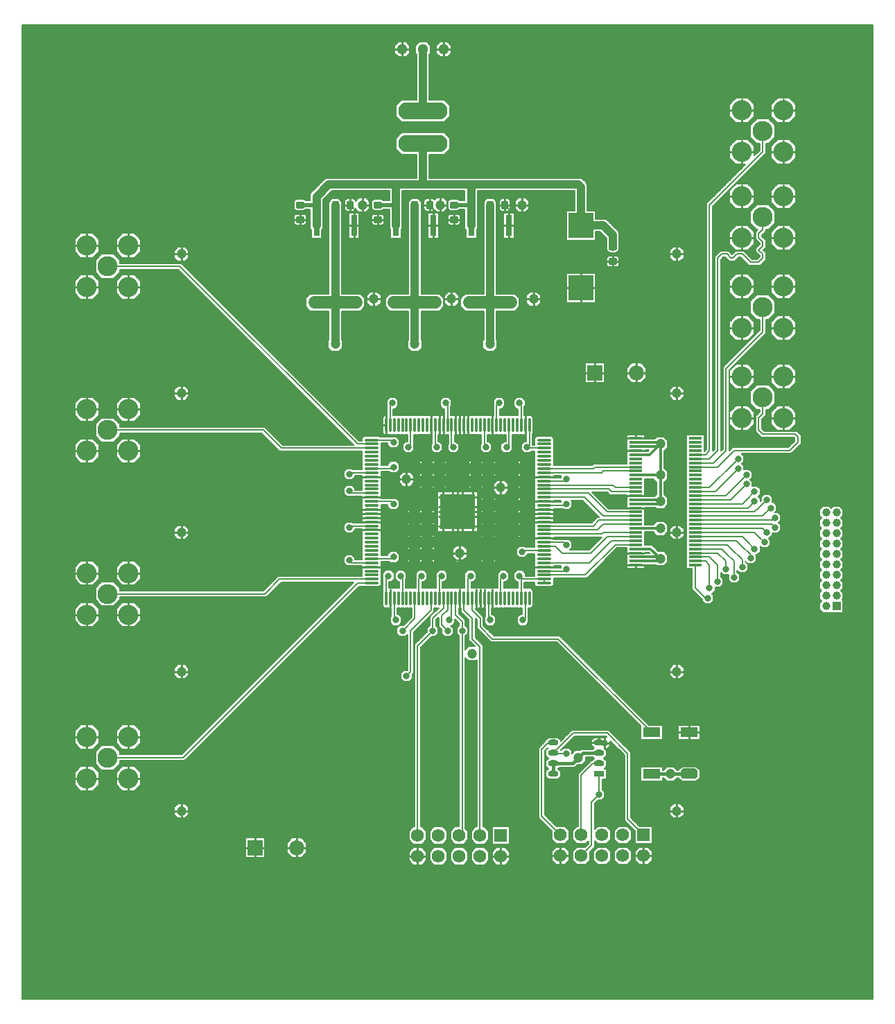
<source format=gtl>
%FSAX43Y43*%
%MOMM*%
G71*
G01*
G75*
G04 Layer_Physical_Order=1*
G04 Layer_Color=48896*
%ADD10C,0.175*%
G04:AMPARAMS|DCode=11|XSize=0.8mm|YSize=1mm|CornerRadius=0.08mm|HoleSize=0mm|Usage=FLASHONLY|Rotation=180.000|XOffset=0mm|YOffset=0mm|HoleType=Round|Shape=RoundedRectangle|*
%AMROUNDEDRECTD11*
21,1,0.800,0.840,0,0,180.0*
21,1,0.640,1.000,0,0,180.0*
1,1,0.160,-0.320,0.420*
1,1,0.160,0.320,0.420*
1,1,0.160,0.320,-0.420*
1,1,0.160,-0.320,-0.420*
%
%ADD11ROUNDEDRECTD11*%
G04:AMPARAMS|DCode=12|XSize=0.8mm|YSize=1mm|CornerRadius=0.08mm|HoleSize=0mm|Usage=FLASHONLY|Rotation=90.000|XOffset=0mm|YOffset=0mm|HoleType=Round|Shape=RoundedRectangle|*
%AMROUNDEDRECTD12*
21,1,0.800,0.840,0,0,90.0*
21,1,0.640,1.000,0,0,90.0*
1,1,0.160,0.420,0.320*
1,1,0.160,0.420,-0.320*
1,1,0.160,-0.420,-0.320*
1,1,0.160,-0.420,0.320*
%
%ADD12ROUNDEDRECTD12*%
%ADD13R,0.762X2.540*%
%ADD14R,3.048X3.048*%
%ADD15O,6.000X2.100*%
%ADD16O,6.000X2.100*%
%ADD17O,1.270X0.762*%
%ADD18R,1.270X0.762*%
%ADD19R,2.108X1.270*%
G04:AMPARAMS|DCode=20|XSize=2.108mm|YSize=1.27mm|CornerRadius=0mm|HoleSize=0mm|Usage=FLASHONLY|Rotation=180.000|XOffset=0mm|YOffset=0mm|HoleType=Round|Shape=Octagon|*
%AMOCTAGOND20*
4,1,8,-1.054,0.318,-1.054,-0.318,-0.737,-0.635,0.737,-0.635,1.054,-0.318,1.054,0.318,0.737,0.635,-0.737,0.635,-1.054,0.318,0.0*
%
%ADD20OCTAGOND20*%

%ADD21R,4.300X4.300*%
%ADD22O,0.300X1.800*%
%ADD23O,1.800X0.300*%
%ADD24R,1.650X0.300*%
%ADD25C,0.254*%
%ADD26C,0.500*%
%ADD27C,1.000*%
%ADD28C,0.200*%
%ADD29C,0.400*%
%ADD30C,1.524*%
%ADD31C,0.300*%
%ADD32R,1.850X1.850*%
%ADD33C,1.850*%
%ADD34C,2.438*%
%ADD35C,1.575*%
%ADD36R,1.575X1.575*%
%ADD37R,1.000X1.000*%
%ADD38C,1.000*%
%ADD39C,1.200*%
%ADD40C,1.300*%
%ADD41C,0.800*%
%ADD42C,0.660*%
D10*
X0098478Y0116997D02*
G03*
X0098488Y0117079I-0000358J0000083D01*
G01*
X0098203Y0116722D02*
G03*
X0098478Y0116997I-0000083J0000358D01*
G01*
X0098120Y0116713D02*
G03*
X0098203Y0116722I0000000J0000368D01*
G01*
X0096912Y0117079D02*
G03*
X0096922Y0116997I0000368J0000001D01*
G01*
X0097197Y0116722D02*
G03*
X0097280Y0116713I0000083J0000358D01*
G01*
X0096922Y0116997D02*
G03*
X0097197Y0116722I0000358J0000083D01*
G01*
X0098488Y0115920D02*
G03*
X0098120Y0116287I-0000368J0000000D01*
G01*
Y0114912D02*
G03*
X0098488Y0115280I0000000J0000368D01*
G01*
X0097280Y0116287D02*
G03*
X0096912Y0115920I0000000J-0000368D01*
G01*
Y0115280D02*
G03*
X0097280Y0114912I0000368J0000000D01*
G01*
X0085188Y0122920D02*
G03*
X0084820Y0123287I-0000368J0000000D01*
G01*
X0084180D02*
G03*
X0083812Y0122920I0000000J-0000368D01*
G01*
X0084820Y0121713D02*
G03*
X0085188Y0122080I0000000J0000368D01*
G01*
X0083812D02*
G03*
X0084180Y0121713I0000368J0000000D01*
G01*
X0083378Y0123003D02*
G03*
X0083103Y0123278I-0000358J-0000083D01*
G01*
D02*
G03*
X0083022Y0123287I-0000083J-0000358D01*
G01*
X0083387Y0122920D02*
G03*
X0083378Y0123003I-0000368J0000000D01*
G01*
X0082378Y0123287D02*
G03*
X0082297Y0123278I0000002J-0000367D01*
G01*
D02*
G03*
X0082022Y0123003I0000083J-0000358D01*
G01*
D02*
G03*
X0082012Y0122920I0000358J-0000083D01*
G01*
X0079016Y0123037D02*
G03*
X0078720Y0123188I-0000296J-0000218D01*
G01*
Y0121812D02*
G03*
X0079016Y0121963I0000000J0000368D01*
G01*
X0077880Y0123188D02*
G03*
X0077512Y0122820I0000000J-0000368D01*
G01*
Y0122180D02*
G03*
X0077880Y0121812I0000368J0000000D01*
G01*
X0079088Y0121020D02*
G03*
X0078720Y0121387I-0000368J0000000D01*
G01*
Y0120012D02*
G03*
X0079088Y0120380I0000000J0000368D01*
G01*
X0077880Y0121387D02*
G03*
X0077512Y0121020I0000000J-0000368D01*
G01*
Y0120380D02*
G03*
X0077880Y0120012I0000368J0000000D01*
G01*
X0075912Y0123143D02*
G03*
X0075620Y0123287I-0000292J-0000223D01*
G01*
X0074980D02*
G03*
X0074613Y0122920I0000000J-0000368D01*
G01*
X0074188D02*
G03*
X0074178Y0123003I-0000368J0000000D01*
G01*
X0075620Y0121713D02*
G03*
X0075912Y0121857I0000000J0000368D01*
G01*
X0074613Y0122080D02*
G03*
X0074980Y0121713I0000368J0000000D01*
G01*
X0073903Y0123278D02*
G03*
X0073822Y0123287I-0000083J-0000358D01*
G01*
X0074178Y0123003D02*
G03*
X0073903Y0123278I-0000358J-0000083D01*
G01*
X0073178Y0123287D02*
G03*
X0073097Y0123278I0000002J-0000367D01*
G01*
D02*
G03*
X0072822Y0123003I0000083J-0000358D01*
G01*
D02*
G03*
X0072812Y0122920I0000358J-0000083D01*
G01*
X0069716Y0123037D02*
G03*
X0069420Y0123188I-0000296J-0000218D01*
G01*
X0068580D02*
G03*
X0068213Y0122820I0000000J-0000368D01*
G01*
X0069420Y0121812D02*
G03*
X0069716Y0121963I0000000J0000368D01*
G01*
X0069787Y0121020D02*
G03*
X0069420Y0121387I-0000368J0000000D01*
G01*
Y0120012D02*
G03*
X0069787Y0120380I0000000J0000368D01*
G01*
X0068213Y0122180D02*
G03*
X0068580Y0121812I0000368J0000000D01*
G01*
Y0121387D02*
G03*
X0068213Y0121020I0000000J-0000368D01*
G01*
Y0120380D02*
G03*
X0068580Y0120012I0000368J0000000D01*
G01*
X0066287Y0122920D02*
G03*
X0066277Y0123008I-0000368J0000000D01*
G01*
Y0121992D02*
G03*
X0066287Y0122080I-0000357J0000088D01*
G01*
X0066277Y0123008D02*
G03*
X0065920Y0123287I-0000357J-0000088D01*
G01*
Y0121713D02*
G03*
X0066277Y0121992I0000000J0000368D01*
G01*
X0065280Y0123287D02*
G03*
X0064912Y0122920I0000000J-0000368D01*
G01*
Y0122080D02*
G03*
X0065280Y0121713I0000368J0000000D01*
G01*
X0064203Y0123278D02*
G03*
X0064122Y0123287I-0000083J-0000358D01*
G01*
X0064478Y0123003D02*
G03*
X0064203Y0123278I-0000358J-0000083D01*
G01*
X0064488Y0122920D02*
G03*
X0064478Y0123003I-0000368J0000000D01*
G01*
X0063478Y0123287D02*
G03*
X0063397Y0123278I0000002J-0000367D01*
G01*
D02*
G03*
X0063122Y0123003I0000083J-0000358D01*
G01*
D02*
G03*
X0063112Y0122920I0000358J-0000083D01*
G01*
X0060216Y0123037D02*
G03*
X0059920Y0123188I-0000296J-0000218D01*
G01*
X0059080D02*
G03*
X0058713Y0122820I0000000J-0000368D01*
G01*
X0059920Y0121812D02*
G03*
X0060216Y0121963I0000000J0000368D01*
G01*
X0058713Y0122180D02*
G03*
X0059080Y0121812I0000368J0000000D01*
G01*
X0060287Y0121020D02*
G03*
X0059920Y0121387I-0000368J0000000D01*
G01*
X0059080D02*
G03*
X0058713Y0121020I0000000J-0000368D01*
G01*
X0059920Y0120012D02*
G03*
X0060287Y0120380I0000000J0000368D01*
G01*
X0058713D02*
G03*
X0059080Y0120012I0000368J0000000D01*
G01*
X0119840Y0135000D02*
X0129462D01*
X0119990Y0134850D02*
X0129462D01*
X0119540Y0135300D02*
X0129462D01*
X0119690Y0135150D02*
X0129462D01*
X0120047Y0134250D02*
X0129462D01*
X0120047Y0134100D02*
X0129462D01*
X0120047Y0134700D02*
X0129462D01*
X0119850Y0134990D02*
Y0144462D01*
X0120000Y0134840D02*
Y0144462D01*
X0119550Y0135290D02*
Y0144462D01*
X0119700Y0135140D02*
Y0144462D01*
X0120047Y0134400D02*
X0129462D01*
X0120047Y0133950D02*
X0129462D01*
X0120047Y0134550D02*
X0129462D01*
X0120047Y0133500D02*
X0129462D01*
X0120047Y0133350D02*
X0129462D01*
X0120047Y0133800D02*
X0129462D01*
X0120047Y0133650D02*
X0129462D01*
X0119960Y0133200D02*
X0129462D01*
X0119810Y0133050D02*
X0129462D01*
X0119510Y0132750D02*
X0129462D01*
X0120047Y0133287D02*
Y0134793D01*
X0120000Y0129760D02*
Y0133240D01*
X0119850Y0129910D02*
Y0133090D01*
X0119660Y0132900D02*
X0129462D01*
X0119700Y0130060D02*
Y0132940D01*
X0119550Y0130210D02*
Y0132790D01*
X0119390Y0135450D02*
X0129462D01*
X0119360Y0132600D02*
X0129462D01*
X0117310Y0132450D02*
X0129462D01*
X0117460Y0132300D02*
X0129462D01*
X0117507Y0132000D02*
X0129462D01*
X0117507Y0131850D02*
X0129462D01*
X0117507Y0132150D02*
X0129462D01*
X0119400Y0135440D02*
Y0144462D01*
X0119293Y0135547D02*
X0120047Y0134793D01*
X0117787Y0135547D02*
X0119293D01*
X0119250D02*
Y0144462D01*
X0119293Y0132533D02*
X0120047Y0133287D01*
X0117787Y0132533D02*
X0119293D01*
X0117507Y0131400D02*
X0129462D01*
X0117507Y0131250D02*
X0129462D01*
X0117507Y0131700D02*
X0129462D01*
X0117507Y0131550D02*
X0129462D01*
X0117507Y0130950D02*
X0129462D01*
X0117507Y0130800D02*
X0129462D01*
X0117507Y0131100D02*
X0129462D01*
X0119250Y0130467D02*
Y0132533D01*
X0119400Y0130360D02*
Y0132640D01*
X0119100Y0130467D02*
Y0132533D01*
X0117410Y0130650D02*
X0129462D01*
X0119293Y0130467D02*
X0120047Y0129713D01*
X0117260Y0130500D02*
X0129462D01*
X0120047Y0129450D02*
X0129462D01*
X0120047Y0129300D02*
X0129462D01*
X0120010Y0129750D02*
X0129462D01*
X0120047Y0129600D02*
X0129462D01*
X0120047Y0129000D02*
X0129462D01*
X0120047Y0128850D02*
X0129462D01*
X0120047Y0129150D02*
X0129462D01*
X0120047Y0128550D02*
X0129462D01*
X0120047Y0128400D02*
X0129462D01*
X0120047Y0128700D02*
X0129462D01*
X0120047Y0128207D02*
Y0129713D01*
Y0128250D02*
X0129462D01*
X0119990Y0124350D02*
X0129462D01*
X0119940Y0128100D02*
X0129462D01*
X0120047Y0123900D02*
X0129462D01*
X0120047Y0123750D02*
X0129462D01*
X0120047Y0124200D02*
X0129462D01*
X0120047Y0124050D02*
X0129462D01*
X0120047Y0123450D02*
X0129462D01*
X0120047Y0122850D02*
X0129462D01*
X0120047Y0123600D02*
X0129462D01*
X0120047Y0123300D02*
X0129462D01*
X0120047Y0122787D02*
Y0124293D01*
X0120000Y0124340D02*
Y0128160D01*
X0120047Y0123150D02*
X0129462D01*
X0120047Y0123000D02*
X0129462D01*
X0119960Y0122700D02*
X0129462D01*
X0119710Y0130050D02*
X0129462D01*
X0119860Y0129900D02*
X0129462D01*
X0119410Y0130350D02*
X0129462D01*
X0119560Y0130200D02*
X0129462D01*
X0119790Y0127950D02*
X0129462D01*
X0119640Y0127800D02*
X0129462D01*
X0119340Y0127500D02*
X0129462D01*
X0119293Y0127453D02*
X0120047Y0128207D01*
X0117787Y0130467D02*
X0119293D01*
X0119490Y0127650D02*
X0129462D01*
X0119250Y0125047D02*
Y0127453D01*
X0117787D02*
X0119293D01*
X0119540Y0124800D02*
X0129462D01*
X0119690Y0124650D02*
X0129462D01*
X0119390Y0124950D02*
X0129462D01*
X0119293Y0125047D02*
X0120047Y0124293D01*
X0119840Y0124500D02*
X0129462D01*
X0119810Y0122550D02*
X0129462D01*
X0119700Y0124640D02*
Y0127860D01*
X0119850Y0124490D02*
Y0128010D01*
X0119550Y0124790D02*
Y0127710D01*
X0119100Y0125047D02*
Y0127453D01*
X0119400Y0124940D02*
Y0127560D01*
X0117787Y0125047D02*
X0119293D01*
X0118950Y0135547D02*
Y0144462D01*
X0119100Y0135547D02*
Y0144462D01*
X0118650Y0135547D02*
Y0144462D01*
X0118800Y0135547D02*
Y0144462D01*
X0118500Y0135547D02*
Y0144462D01*
X0117900Y0135547D02*
Y0144462D01*
X0117750Y0135510D02*
Y0144462D01*
X0117600Y0135360D02*
Y0144462D01*
X0117450Y0135210D02*
Y0144462D01*
X0118200Y0135547D02*
Y0144462D01*
X0118350Y0135547D02*
Y0144462D01*
X0118050Y0135547D02*
Y0144462D01*
X0118350Y0130467D02*
Y0132533D01*
X0118500Y0130467D02*
Y0132533D01*
X0118050Y0130467D02*
Y0132533D01*
X0118200Y0130467D02*
Y0132533D01*
X0118800Y0130467D02*
Y0132533D01*
X0118950Y0130467D02*
Y0132533D01*
X0118650Y0130467D02*
Y0132533D01*
X0117750Y0130430D02*
Y0132570D01*
X0117600Y0130280D02*
Y0132720D01*
X0117450Y0132310D02*
Y0132870D01*
X0117507Y0130747D02*
Y0132253D01*
X0117900Y0130467D02*
Y0132533D01*
X0117450Y0130130D02*
Y0130690D01*
X0117300Y0135060D02*
Y0144462D01*
X0117150Y0134910D02*
Y0144462D01*
X0117033Y0134793D02*
X0117787Y0135547D01*
X0116700Y0133007D02*
Y0144462D01*
X0117033Y0133287D02*
Y0134793D01*
X0115247Y0133007D02*
X0116753D01*
X0115500D02*
Y0144462D01*
X0115650Y0133007D02*
Y0144462D01*
X0115350Y0133007D02*
Y0144462D01*
X0116400Y0133007D02*
Y0144462D01*
X0116550Y0133007D02*
Y0144462D01*
X0116100Y0133007D02*
Y0144462D01*
X0117033Y0133287D02*
X0117787Y0132533D01*
X0117300Y0132460D02*
Y0133020D01*
X0116860Y0132900D02*
X0117420D01*
X0116753Y0133007D02*
X0117507Y0132253D01*
X0117010Y0132750D02*
X0117570D01*
X0117160Y0132600D02*
X0117720D01*
X0116753Y0129993D02*
X0117507Y0130747D01*
X0115950Y0133007D02*
Y0144462D01*
X0116250Y0133007D02*
Y0144462D01*
X0115800Y0133007D02*
Y0144462D01*
X0117000Y0132760D02*
Y0144462D01*
X0117150Y0132610D02*
Y0133170D01*
X0116850Y0132910D02*
Y0144462D01*
X0118350Y0125047D02*
Y0127453D01*
X0118050Y0125047D02*
Y0127453D01*
X0118200Y0125047D02*
Y0127453D01*
X0117900Y0125047D02*
Y0127453D01*
X0117300Y0129980D02*
Y0130540D01*
X0117150Y0129830D02*
Y0130390D01*
X0117110Y0130350D02*
X0117670D01*
X0117033Y0129713D02*
X0117787Y0130467D01*
X0117033Y0128207D02*
Y0129713D01*
Y0128207D02*
X0117787Y0127453D01*
X0116960Y0130200D02*
X0117520D01*
X0118800Y0125047D02*
Y0127453D01*
X0118950Y0125047D02*
Y0127453D01*
X0118500Y0125047D02*
Y0127453D01*
X0118650Y0125047D02*
Y0127453D01*
X0117033Y0124293D02*
X0117787Y0125047D01*
X0117450Y0124710D02*
Y0127790D01*
X0117300Y0124560D02*
Y0127940D01*
X0117150Y0124410D02*
Y0128090D01*
X0117750Y0125010D02*
Y0127490D01*
X0117600Y0124860D02*
Y0127640D01*
X0117033Y0122787D02*
Y0124293D01*
X0116810Y0130050D02*
X0117370D01*
X0116387Y0129900D02*
X0117220D01*
X0116387Y0129750D02*
X0117070D01*
X0116387Y0129600D02*
X0117033D01*
X0116387Y0129300D02*
X0117033D01*
X0116387Y0129150D02*
X0117033D01*
X0116387Y0129450D02*
X0117033D01*
X0115613Y0129194D02*
Y0129993D01*
X0115500Y0129081D02*
Y0129993D01*
X0115247D02*
X0115613D01*
X0116387D02*
X0116753D01*
X0116387Y0129000D02*
X0117033D01*
X0116387Y0129194D02*
Y0129993D01*
Y0128850D02*
X0117033D01*
X0116281Y0128700D02*
X0117033D01*
X0116131Y0128550D02*
X0117033D01*
X0115831Y0128250D02*
X0117033D01*
X0115681Y0128100D02*
X0117140D01*
X0115531Y0127950D02*
X0117290D01*
X0115381Y0127800D02*
X0117440D01*
X0116387Y0128806D02*
Y0129194D01*
Y0128806D02*
Y0129194D01*
X0115350Y0128931D02*
Y0129993D01*
X0116194Y0128613D02*
X0116387Y0128806D01*
X0116194Y0128613D02*
X0116387Y0128806D01*
X0115981Y0128400D02*
X0117033D01*
X0119660Y0122400D02*
X0129462D01*
X0119550Y0119710D02*
Y0122290D01*
X0119510Y0122250D02*
X0129462D01*
X0119293Y0122033D02*
X0120047Y0122787D01*
X0119410Y0119850D02*
X0129462D01*
X0119560Y0119700D02*
X0129462D01*
X0119360Y0122100D02*
X0129462D01*
X0119250Y0119967D02*
Y0122033D01*
X0119400Y0119860D02*
Y0122140D01*
X0119100Y0119967D02*
Y0122033D01*
X0118800Y0119967D02*
Y0122033D01*
X0118950Y0119967D02*
Y0122033D01*
X0118650Y0119967D02*
Y0122033D01*
X0120450Y0094631D02*
Y0144462D01*
X0120600Y0094481D02*
Y0144462D01*
X0120150Y0094887D02*
Y0144462D01*
X0120300Y0094781D02*
Y0144462D01*
X0119860Y0119400D02*
X0129462D01*
X0120010Y0119250D02*
X0129462D01*
X0119710Y0119550D02*
X0129462D01*
X0119850Y0119410D02*
Y0122590D01*
X0120000Y0119260D02*
Y0122740D01*
X0119700Y0119560D02*
Y0122440D01*
X0119293Y0119967D02*
X0120047Y0119213D01*
Y0117707D02*
Y0119213D01*
X0117507Y0121050D02*
X0129462D01*
X0117507Y0120900D02*
X0129462D01*
X0117507Y0121350D02*
X0129462D01*
X0117507Y0121200D02*
X0129462D01*
X0117507Y0120600D02*
X0129462D01*
X0117507Y0120450D02*
X0129462D01*
X0117507Y0120750D02*
X0129462D01*
X0117787Y0122033D02*
X0119293D01*
X0117310Y0121950D02*
X0129462D01*
X0117160Y0122100D02*
X0117720D01*
X0117033Y0122787D02*
X0117787Y0122033D01*
X0117507Y0121650D02*
X0129462D01*
X0117507Y0121500D02*
X0129462D01*
X0117460Y0121800D02*
X0129462D01*
X0118350Y0119967D02*
Y0122033D01*
X0118500Y0119967D02*
Y0122033D01*
X0117507Y0120300D02*
X0129462D01*
X0118200Y0119967D02*
Y0122033D01*
X0117410Y0120150D02*
X0129462D01*
X0117787Y0119967D02*
X0119293D01*
X0117260Y0120000D02*
X0129462D01*
X0117900Y0119967D02*
Y0122033D01*
X0117750Y0119930D02*
Y0122070D01*
X0117600Y0119780D02*
Y0122220D01*
X0118050Y0119967D02*
Y0122033D01*
X0117110Y0119850D02*
X0117670D01*
X0117033Y0119213D02*
X0117787Y0119967D01*
X0120047Y0118050D02*
X0129462D01*
X0120047Y0117900D02*
X0129462D01*
X0120047Y0117750D02*
X0129462D01*
X0119940Y0117600D02*
X0129462D01*
X0119790Y0117450D02*
X0129462D01*
X0119640Y0117300D02*
X0129462D01*
X0119490Y0117150D02*
X0129462D01*
X0120047Y0118800D02*
X0129462D01*
X0120047Y0118650D02*
X0129462D01*
X0120047Y0119100D02*
X0129462D01*
X0120047Y0118950D02*
X0129462D01*
X0120047Y0118350D02*
X0129462D01*
X0120047Y0118200D02*
X0129462D01*
X0120047Y0118500D02*
X0129462D01*
X0119850Y0113490D02*
Y0117510D01*
X0120000Y0113340D02*
Y0117660D01*
X0119293Y0116953D02*
X0120047Y0117707D01*
X0119700Y0113640D02*
Y0117360D01*
X0119400Y0113940D02*
Y0117060D01*
X0119550Y0113790D02*
Y0117210D01*
X0119340Y0117000D02*
X0129462D01*
X0118650Y0114047D02*
Y0116953D01*
X0118800Y0114047D02*
Y0116953D01*
X0119100Y0114047D02*
Y0116953D01*
X0119250Y0114047D02*
Y0116953D01*
X0118950Y0114047D02*
Y0116953D01*
X0116387Y0116550D02*
X0129462D01*
X0116387Y0116400D02*
X0129462D01*
X0116231Y0116850D02*
X0129462D01*
X0116381Y0116700D02*
X0129462D01*
X0116387Y0116100D02*
X0129462D01*
X0116387Y0115950D02*
X0129462D01*
X0116387Y0116250D02*
X0129462D01*
X0117033Y0117707D02*
X0117787Y0116953D01*
X0116231Y0117150D02*
X0117590D01*
X0117787Y0116953D02*
X0119293D01*
X0116081Y0117000D02*
X0117740D01*
X0118350Y0114047D02*
Y0116953D01*
X0118500Y0114047D02*
Y0116953D01*
X0116381Y0115800D02*
X0129462D01*
X0116231Y0115650D02*
X0129462D01*
X0116081Y0115500D02*
X0129462D01*
X0115931Y0115350D02*
X0129462D01*
X0115781Y0115200D02*
X0129462D01*
X0118050Y0114047D02*
Y0116953D01*
X0117750Y0114010D02*
Y0116990D01*
X0117600Y0113860D02*
Y0117140D01*
X0117900Y0114047D02*
Y0116953D01*
X0118200Y0114047D02*
Y0116953D01*
X0117033Y0113293D02*
X0117787Y0114047D01*
X0117010Y0122250D02*
X0117570D01*
X0117450Y0121810D02*
Y0122370D01*
X0116860Y0122400D02*
X0117420D01*
X0116753Y0122507D02*
X0117507Y0121753D01*
Y0120247D02*
Y0121753D01*
X0117450Y0119630D02*
Y0120190D01*
X0116960Y0119700D02*
X0117520D01*
X0116850Y0122410D02*
Y0130090D01*
X0117000Y0122260D02*
Y0130240D01*
X0116400Y0122507D02*
Y0129993D01*
X0116550Y0122507D02*
Y0129993D01*
X0117150Y0122110D02*
Y0122670D01*
X0117300Y0121960D02*
Y0122520D01*
X0116700Y0122507D02*
Y0129993D01*
X0117300Y0119480D02*
Y0120040D01*
X0117150Y0119330D02*
Y0119890D01*
X0116753Y0119493D02*
X0117507Y0120247D01*
X0117000Y0111260D02*
Y0119740D01*
X0116810Y0119550D02*
X0117370D01*
X0117033Y0117707D02*
Y0119213D01*
X0116387Y0119400D02*
X0117220D01*
X0116700Y0111507D02*
Y0119493D01*
X0116850Y0111410D02*
Y0119590D01*
X0116387Y0119493D02*
X0116753D01*
X0116400Y0111507D02*
Y0119493D01*
X0116550Y0111507D02*
Y0119493D01*
X0116387Y0119306D02*
Y0119493D01*
X0116100Y0122507D02*
Y0128519D01*
X0116250Y0122507D02*
Y0128669D01*
X0115247Y0122507D02*
X0116753D01*
X0115950D02*
Y0128369D01*
X0116387Y0119306D02*
Y0119493D01*
X0116331Y0119250D02*
X0117070D01*
X0116194Y0119113D02*
X0116387Y0119306D01*
X0115650Y0122507D02*
Y0128069D01*
X0115800Y0122507D02*
Y0128219D01*
X0115500Y0122507D02*
Y0127919D01*
X0115350Y0122507D02*
Y0127769D01*
X0115306Y0119387D02*
X0115412Y0119493D01*
X0115247D02*
X0115412D01*
X0116194Y0119113D02*
X0116387Y0119306D01*
X0116181Y0119100D02*
X0117033D01*
X0116031Y0118950D02*
X0117033D01*
X0115887Y0118800D02*
X0117033D01*
X0116081Y0118500D02*
X0117033D01*
X0116194Y0118387D02*
X0116387Y0118194D01*
X0115931Y0118650D02*
X0117033D01*
X0116100Y0118481D02*
Y0119019D01*
X0116250Y0118331D02*
Y0119169D01*
X0115887Y0118806D02*
X0116194Y0119113D01*
X0115887Y0118694D02*
Y0118806D01*
X0115950Y0118631D02*
Y0118869D01*
X0115887Y0118694D02*
X0116194Y0118387D01*
X0116387Y0117900D02*
X0117033D01*
X0116387Y0117750D02*
X0117033D01*
X0116381Y0118200D02*
X0117033D01*
X0116387Y0118050D02*
X0117033D01*
X0116387Y0117600D02*
X0117140D01*
X0116387Y0117450D02*
X0117290D01*
X0116381Y0117300D02*
X0117440D01*
X0116387Y0117806D02*
Y0118194D01*
Y0117806D02*
Y0118194D01*
X0116231Y0118350D02*
X0117033D01*
X0116194Y0118387D02*
X0116387Y0118194D01*
Y0117306D02*
Y0117694D01*
Y0117306D02*
Y0117694D01*
Y0117806D01*
X0117300Y0113560D02*
Y0117440D01*
X0117150Y0113410D02*
Y0117590D01*
X0116194Y0117113D02*
X0116387Y0117306D01*
X0116194Y0117113D02*
X0116387Y0117306D01*
Y0116306D02*
Y0116694D01*
X0117450Y0113710D02*
Y0117290D01*
X0116387Y0116306D02*
Y0116694D01*
Y0116194D02*
Y0116306D01*
Y0115806D02*
Y0116194D01*
X0116250Y0116831D02*
Y0117169D01*
X0116387Y0115806D02*
Y0116194D01*
X0116250Y0111507D02*
Y0115669D01*
X0116194Y0115613D02*
X0116387Y0115806D01*
X0115613Y0117694D02*
Y0117806D01*
X0116081Y0117000D02*
X0116194Y0117113D01*
X0115306Y0118113D02*
X0115613Y0117806D01*
X0115306Y0117387D02*
X0115613Y0117694D01*
X0116194Y0116887D02*
X0116387Y0116694D01*
X0116194Y0116887D02*
X0116387Y0116694D01*
X0116081Y0117000D02*
X0116194Y0116887D01*
X0115500Y0117581D02*
Y0117919D01*
X0115350Y0117431D02*
Y0118069D01*
X0115306Y0116613D02*
X0115613Y0116306D01*
Y0116194D02*
Y0116306D01*
X0115500Y0116081D02*
Y0116419D01*
X0115350Y0115931D02*
Y0116569D01*
X0116194Y0115613D02*
X0116387Y0115806D01*
X0116100Y0111507D02*
Y0115519D01*
X0115887Y0115306D02*
X0116194Y0115613D01*
X0115950Y0111507D02*
Y0115369D01*
X0115694Y0115113D02*
X0115887Y0115306D01*
X0115800Y0111507D02*
Y0115219D01*
X0115694Y0115113D02*
X0115887Y0115306D01*
X0115306Y0115113D02*
X0115694D01*
X0115306D02*
X0115694D01*
X0115306Y0115887D02*
X0115613Y0116194D01*
X0115500Y0111507D02*
Y0115113D01*
X0115650Y0111507D02*
Y0115113D01*
X0115350Y0111507D02*
Y0115113D01*
X0114967Y0134550D02*
X0117033D01*
X0114967Y0134400D02*
X0117033D01*
X0114910Y0134850D02*
X0117090D01*
X0114967Y0134700D02*
X0117033D01*
X0114967Y0134250D02*
X0117033D01*
X0114967Y0134100D02*
X0117033D01*
X0114880Y0133200D02*
X0117120D01*
X0114967Y0133950D02*
X0117033D01*
X0114967Y0133800D02*
X0117033D01*
X0114900Y0134860D02*
Y0144462D01*
X0114967Y0133287D02*
Y0134793D01*
Y0133500D02*
X0117033D01*
X0114967Y0133350D02*
X0117033D01*
X0114967Y0133650D02*
X0117033D01*
X0114967Y0129600D02*
X0115613D01*
X0115200Y0128781D02*
Y0130040D01*
X0114930Y0129750D02*
X0115613D01*
X0114967Y0129450D02*
X0115613D01*
X0114967Y0129150D02*
X0115568D01*
X0114967Y0128548D02*
X0115613Y0129194D01*
X0114967Y0129300D02*
X0115613D01*
X0115200Y0132960D02*
Y0144462D01*
X0115050Y0132810D02*
Y0144462D01*
X0114900Y0132660D02*
Y0133220D01*
X0115050Y0128631D02*
Y0130190D01*
X0114967Y0128548D02*
Y0129713D01*
X0114900Y0129780D02*
Y0130340D01*
X0114610Y0135150D02*
X0117390D01*
X0114760Y0135000D02*
X0117240D01*
X0114310Y0135450D02*
X0117690D01*
X0114460Y0135300D02*
X0117540D01*
X0114730Y0133050D02*
X0117270D01*
X0114580Y0132900D02*
X0115140D01*
X0114430Y0132750D02*
X0114990D01*
X0114600Y0135160D02*
Y0144462D01*
X0114750Y0135010D02*
Y0144462D01*
X0114450Y0135310D02*
Y0144462D01*
X0114213Y0135547D02*
X0114967Y0134793D01*
X0114280Y0132600D02*
X0114840D01*
X0114213Y0132533D02*
X0114967Y0133287D01*
X0114493Y0132253D02*
X0115247Y0133007D01*
X0114493Y0130747D02*
X0115247Y0129993D01*
X0114330Y0130350D02*
X0114890D01*
X0114213Y0130467D02*
X0114967Y0129713D01*
X0114630Y0130050D02*
X0115190D01*
X0114780Y0129900D02*
X0115613D01*
X0114480Y0130200D02*
X0115040D01*
X0114750Y0132510D02*
Y0133070D01*
X0114600Y0132360D02*
Y0132920D01*
X0114450Y0130230D02*
Y0132770D01*
X0114600Y0130080D02*
Y0130640D01*
X0114750Y0129930D02*
Y0130490D01*
X0114493Y0130747D02*
Y0132253D01*
X0115231Y0127650D02*
X0117590D01*
X0115081Y0127500D02*
X0117740D01*
X0114931Y0127350D02*
X0129462D01*
X0114781Y0127200D02*
X0129462D01*
X0114910Y0124350D02*
X0117090D01*
X0114967Y0123900D02*
X0117033D01*
X0114760Y0124500D02*
X0117240D01*
X0114967Y0129000D02*
X0115418D01*
X0114967Y0128850D02*
X0115268D01*
X0114967Y0128700D02*
X0115118D01*
X0114900Y0124360D02*
Y0127319D01*
X0114967Y0124200D02*
X0117033D01*
X0114967Y0124050D02*
X0117033D01*
X0114750Y0124510D02*
Y0127169D01*
X0114967Y0123450D02*
X0117033D01*
X0114967Y0123300D02*
X0117033D01*
X0114967Y0123750D02*
X0117033D01*
X0114967Y0123600D02*
X0117033D01*
X0114967Y0123150D02*
X0117033D01*
X0114880Y0122700D02*
X0117120D01*
X0114730Y0122550D02*
X0117270D01*
X0115200Y0122460D02*
Y0127619D01*
X0115050Y0122310D02*
Y0127469D01*
X0114967Y0122787D02*
Y0124293D01*
Y0123000D02*
X0117033D01*
X0114967Y0122850D02*
X0117033D01*
X0114900Y0122160D02*
Y0122720D01*
X0113881Y0126300D02*
X0129462D01*
X0113731Y0126150D02*
X0129462D01*
X0113581Y0126000D02*
X0129462D01*
X0113431Y0125850D02*
X0129462D01*
X0113281Y0125700D02*
X0129462D01*
X0113131Y0125550D02*
X0129462D01*
X0112981Y0125400D02*
X0129462D01*
X0114631Y0127050D02*
X0129462D01*
X0114481Y0126900D02*
X0129462D01*
X0114331Y0126750D02*
X0129462D01*
X0114181Y0126600D02*
X0129462D01*
X0114031Y0126450D02*
X0129462D01*
X0112831Y0125250D02*
X0129462D01*
X0114310Y0124950D02*
X0117690D01*
X0112681Y0125100D02*
X0129462D01*
X0109887Y0122306D02*
X0116194Y0128613D01*
X0114610Y0124650D02*
X0117390D01*
X0114580Y0122400D02*
X0115140D01*
X0114460Y0124800D02*
X0117540D01*
X0114450Y0124810D02*
Y0126869D01*
X0114600Y0124660D02*
Y0127019D01*
X0114213Y0125047D02*
X0114967Y0124293D01*
X0114430Y0122250D02*
X0114990D01*
X0114280Y0122100D02*
X0114840D01*
X0114150Y0135547D02*
Y0144462D01*
X0114300Y0135460D02*
Y0144462D01*
X0113550Y0135547D02*
Y0144462D01*
X0114000Y0135547D02*
Y0144462D01*
X0113850Y0135547D02*
Y0144462D01*
X0114000Y0130467D02*
Y0132533D01*
X0113700Y0135547D02*
Y0144462D01*
X0113250Y0135547D02*
Y0144462D01*
X0113400Y0135547D02*
Y0144462D01*
X0112800Y0135547D02*
Y0144462D01*
X0113100Y0135547D02*
Y0144462D01*
X0112950Y0135547D02*
Y0144462D01*
X0114150Y0130467D02*
Y0132533D01*
X0114300Y0130380D02*
Y0132620D01*
X0113550Y0130467D02*
Y0132533D01*
X0113850Y0130467D02*
Y0132533D01*
X0113700Y0130467D02*
Y0132533D01*
X0112707Y0130467D02*
X0114213D01*
X0112950D02*
Y0132533D01*
X0113100Y0130467D02*
Y0132533D01*
X0112800Y0130467D02*
Y0132533D01*
X0113400Y0130467D02*
Y0132533D01*
X0113250Y0130467D02*
Y0132533D01*
X0112707Y0135547D02*
X0114213D01*
X0112650Y0135490D02*
Y0144462D01*
X0111953Y0134793D02*
X0112707Y0135547D01*
Y0132533D02*
X0114213D01*
X0112650Y0130410D02*
Y0132590D01*
X0111953Y0133287D02*
X0112707Y0132533D01*
X0112500Y0135340D02*
Y0144462D01*
X0112350Y0135190D02*
Y0144462D01*
X0112200Y0135040D02*
Y0144462D01*
X0112050Y0134890D02*
Y0144462D01*
X0112500Y0130260D02*
Y0132740D01*
X0111953Y0133287D02*
Y0134793D01*
X0112350Y0130110D02*
Y0132890D01*
X0111953Y0129713D02*
X0112707Y0130467D01*
X0111953Y0128207D02*
X0112707Y0127453D01*
X0112650Y0126231D02*
Y0127510D01*
X0112500Y0126081D02*
Y0127660D01*
X0112350Y0125931D02*
Y0127810D01*
X0112200Y0129960D02*
Y0133040D01*
X0112050Y0129810D02*
Y0133190D01*
X0111900Y0125481D02*
Y0144462D01*
X0112200Y0125781D02*
Y0127960D01*
X0112050Y0125631D02*
Y0128110D01*
X0111953Y0128207D02*
Y0129713D01*
X0113700Y0127281D02*
Y0127453D01*
X0114150Y0125047D02*
Y0126569D01*
X0112707Y0127453D02*
X0113872D01*
X0113550Y0127131D02*
Y0127453D01*
X0113850Y0125047D02*
Y0126269D01*
X0114000Y0125047D02*
Y0126419D01*
X0113550Y0125047D02*
Y0125969D01*
X0113400Y0126981D02*
Y0127453D01*
X0113250Y0126831D02*
Y0127453D01*
X0113100Y0126681D02*
Y0127453D01*
X0112800Y0126381D02*
Y0127453D01*
X0113250Y0125047D02*
Y0125669D01*
X0113400Y0125047D02*
Y0125819D01*
X0112950Y0126531D02*
Y0127453D01*
X0113700Y0125047D02*
Y0126119D01*
X0114300Y0124960D02*
Y0126719D01*
X0112950Y0125047D02*
Y0125369D01*
X0113100Y0125047D02*
Y0125519D01*
X0112800Y0125047D02*
Y0125219D01*
X0112707Y0125047D02*
X0114213D01*
X0112650Y0124990D02*
Y0125069D01*
X0112531Y0124950D02*
X0112610D01*
X0112500Y0124840D02*
Y0124919D01*
X0112381Y0124800D02*
X0112460D01*
X0112350Y0124690D02*
Y0124769D01*
X0112231Y0124650D02*
X0112310D01*
X0112200Y0124540D02*
Y0124619D01*
X0111953Y0124293D02*
X0112707Y0125047D01*
X0093981Y0125700D02*
X0112118D01*
X0094132Y0125550D02*
X0111968D01*
X0112081Y0124500D02*
X0112160D01*
X0112050Y0124390D02*
Y0124469D01*
X0111931Y0124350D02*
X0112010D01*
X0111781Y0124200D02*
X0111953D01*
X0111631Y0124050D02*
X0111953D01*
X0094282Y0125400D02*
X0111818D01*
X0111481Y0123900D02*
X0111953D01*
X0111331Y0123750D02*
X0111953D01*
X0111181Y0123600D02*
X0111953D01*
X0110281Y0122700D02*
X0112040D01*
X0109306Y0122887D02*
X0113872Y0127453D01*
X0110131Y0122550D02*
X0112190D01*
X0109981Y0122400D02*
X0112340D01*
X0109887Y0122250D02*
X0112490D01*
X0109887Y0122100D02*
X0112640D01*
X0111031Y0123450D02*
X0111953D01*
Y0122787D02*
Y0124293D01*
X0110881Y0123300D02*
X0111953D01*
X0110731Y0123150D02*
X0111953D01*
X0110581Y0123000D02*
X0111953D01*
X0110431Y0122850D02*
X0111953D01*
X0115200Y0119281D02*
Y0119540D01*
X0115113Y0119194D02*
X0115306Y0119387D01*
X0114630Y0119550D02*
X0115190D01*
X0114780Y0119400D02*
X0115319D01*
X0115113Y0119194D02*
X0115306Y0119387D01*
X0114967Y0119100D02*
X0115113D01*
X0114930Y0119250D02*
X0115169D01*
X0114750Y0122010D02*
Y0122570D01*
X0114900Y0119280D02*
Y0119840D01*
X0114600Y0119580D02*
Y0120140D01*
X0114750Y0119430D02*
Y0119990D01*
X0115113Y0118806D02*
Y0119194D01*
Y0118806D02*
Y0119194D01*
X0114967Y0118950D02*
X0115113D01*
X0114967Y0118500D02*
X0115113D01*
Y0118306D02*
X0115306Y0118113D01*
X0114967Y0118800D02*
X0115113D01*
X0114967Y0118650D02*
X0115113D01*
Y0118306D02*
X0115306Y0118113D01*
X0115200Y0117281D02*
Y0118219D01*
X0114967Y0118200D02*
X0115219D01*
X0115113Y0118694D02*
Y0118806D01*
X0115050Y0115887D02*
Y0119690D01*
X0114967Y0117707D02*
Y0119213D01*
X0115113Y0118306D02*
Y0118694D01*
Y0118306D02*
Y0118694D01*
X0114967Y0118350D02*
X0115113D01*
X0114600Y0121860D02*
Y0122420D01*
X0114493Y0121753D02*
X0115247Y0122507D01*
X0114213Y0122033D02*
X0114967Y0122787D01*
X0109887Y0121950D02*
X0114690D01*
X0109887Y0121650D02*
X0114493D01*
X0109887Y0121500D02*
X0114493D01*
X0109887Y0121800D02*
X0114540D01*
X0112707Y0122033D02*
X0114213D01*
X0109887Y0121350D02*
X0114493D01*
X0109887Y0121200D02*
X0114493D01*
X0109887Y0121050D02*
X0114493D01*
X0109887Y0120750D02*
X0114493D01*
X0109887Y0120600D02*
X0114493D01*
X0109887Y0120900D02*
X0114493D01*
Y0120247D02*
X0115247Y0119493D01*
X0114213Y0119967D02*
X0114967Y0119213D01*
X0109887Y0120150D02*
X0114590D01*
X0109887Y0120000D02*
X0114740D01*
X0114330Y0119850D02*
X0114890D01*
X0114480Y0119700D02*
X0115040D01*
X0114493Y0120247D02*
Y0121753D01*
X0114450Y0119730D02*
Y0122270D01*
X0114300Y0119880D02*
Y0122120D01*
X0109887Y0120300D02*
X0114493D01*
X0112707Y0119967D02*
X0114213D01*
X0109887Y0120450D02*
X0114493D01*
X0114967Y0118050D02*
X0115369D01*
X0114967Y0117900D02*
X0115519D01*
X0114967Y0117750D02*
X0115613D01*
X0114860Y0117600D02*
X0115519D01*
X0114710Y0117450D02*
X0115369D01*
X0115113Y0117194D02*
X0115306Y0117387D01*
X0114481Y0116100D02*
X0115519D01*
X0115113Y0117194D02*
X0115306Y0117387D01*
X0115113Y0116806D02*
Y0117194D01*
X0114560Y0117300D02*
X0115219D01*
X0115113Y0116806D02*
Y0117194D01*
Y0116806D02*
X0115306Y0116613D01*
X0115113Y0116806D02*
X0115306Y0116613D01*
X0114450Y0116131D02*
Y0117190D01*
X0114900Y0115887D02*
Y0117640D01*
X0115200Y0115887D02*
Y0116719D01*
X0114631Y0115950D02*
X0115369D01*
X0114694Y0115887D02*
X0115306D01*
X0115200Y0111460D02*
Y0115113D01*
X0115050Y0111310D02*
Y0115113D01*
X0114694D02*
X0115306D01*
X0114750Y0115887D02*
Y0117490D01*
X0114900Y0113360D02*
Y0115113D01*
X0114600Y0115981D02*
Y0117340D01*
Y0113660D02*
Y0115113D01*
X0114750Y0113510D02*
Y0115113D01*
X0114450Y0113810D02*
Y0115113D01*
X0114410Y0117150D02*
X0115113D01*
X0114260Y0117000D02*
X0115113D01*
X0113731Y0116850D02*
X0115113D01*
X0113881Y0116700D02*
X0115219D01*
X0114181Y0116400D02*
X0115519D01*
X0114331Y0116250D02*
X0115613D01*
X0114031Y0116550D02*
X0115369D01*
X0114213Y0116953D02*
X0114967Y0117707D01*
X0114300Y0116281D02*
Y0117040D01*
X0112707Y0116953D02*
X0114213D01*
X0114150Y0116431D02*
Y0116953D01*
X0113887Y0116694D02*
X0114694Y0115887D01*
X0110887Y0115200D02*
X0114219D01*
X0110887Y0114750D02*
X0129462D01*
X0110887Y0114600D02*
X0129462D01*
X0110887Y0115050D02*
X0129462D01*
X0110887Y0114900D02*
X0129462D01*
X0110887Y0114300D02*
X0129462D01*
X0110887Y0114150D02*
X0129462D01*
X0110887Y0114450D02*
X0129462D01*
X0114113Y0115306D02*
X0114306Y0115113D01*
X0114150Y0114047D02*
Y0115269D01*
X0114113Y0115306D02*
X0114306Y0115113D01*
X0114694D01*
X0114306D02*
X0114694D01*
X0114300Y0113960D02*
Y0115119D01*
X0114000Y0119967D02*
Y0122033D01*
X0114150Y0119967D02*
Y0122033D01*
X0113850Y0119967D02*
Y0122033D01*
X0113550Y0119967D02*
Y0122033D01*
X0113700Y0119967D02*
Y0122033D01*
X0113400Y0119967D02*
Y0122033D01*
X0112800Y0119967D02*
Y0122033D01*
X0112650Y0119910D02*
Y0122090D01*
X0112500Y0119760D02*
Y0122240D01*
X0112350Y0119610D02*
Y0122390D01*
X0113100Y0119967D02*
Y0122033D01*
X0113250Y0119967D02*
Y0122033D01*
X0112950Y0119967D02*
Y0122033D01*
X0113850Y0116731D02*
Y0116953D01*
X0112650Y0116856D02*
Y0117010D01*
X0112488Y0116694D02*
X0112681Y0116887D01*
X0114000Y0116581D02*
Y0116953D01*
X0112488Y0116694D02*
X0112681Y0116887D01*
X0112200Y0119460D02*
Y0122540D01*
X0112050Y0119310D02*
Y0122690D01*
Y0116656D02*
Y0117610D01*
X0112500Y0116706D02*
Y0117160D01*
X0112350Y0116556D02*
Y0117310D01*
X0112200Y0116506D02*
Y0117460D01*
X0111953Y0122787D02*
X0112707Y0122033D01*
X0111953Y0119213D02*
X0112707Y0119967D01*
X0109887Y0119850D02*
X0112590D01*
X0109887Y0119700D02*
X0112440D01*
X0109887Y0119400D02*
X0112140D01*
X0109887Y0119550D02*
X0112290D01*
X0109887Y0119100D02*
X0111953D01*
X0109887Y0118950D02*
X0111953D01*
X0109887Y0119250D02*
X0111990D01*
X0109887Y0118650D02*
X0111953D01*
X0109887Y0118500D02*
X0111953D01*
X0109887Y0118800D02*
X0111953D01*
X0109887Y0118050D02*
X0111953D01*
Y0117707D02*
X0112707Y0116953D01*
X0109887Y0117600D02*
X0112060D01*
X0109887Y0117450D02*
X0112210D01*
X0109887Y0117150D02*
X0112510D01*
X0109887Y0117000D02*
X0112660D01*
X0109887Y0117300D02*
X0112360D01*
X0111953Y0117707D02*
Y0119213D01*
X0111900Y0116806D02*
Y0124319D01*
X0109887Y0118350D02*
X0111953D01*
X0109887Y0117900D02*
X0111953D01*
X0109887Y0117750D02*
X0111953D01*
X0109887Y0118200D02*
X0111953D01*
X0113694Y0116887D02*
X0113887Y0116694D01*
X0113694Y0116887D02*
X0113887Y0116694D01*
X0113306Y0116887D02*
X0113694D01*
X0113306D02*
X0113694D01*
X0112906Y0115950D02*
X0113469D01*
X0112756Y0115800D02*
X0113619D01*
X0112606Y0115650D02*
X0113769D01*
X0113069Y0116887D02*
X0113306D01*
X0113069Y0116113D02*
X0113306D01*
X0112681Y0116887D02*
X0113069D01*
X0112681D02*
X0113069D01*
X0113056Y0116100D02*
X0113319D01*
X0112762Y0115806D02*
X0113069Y0116113D01*
X0112569Y0115613D02*
X0112762Y0115806D01*
X0113400Y0114047D02*
Y0116019D01*
X0113550Y0114047D02*
Y0115869D01*
X0113306Y0116113D02*
X0114113Y0115306D01*
X0113250Y0114047D02*
Y0116113D01*
X0113850Y0114047D02*
Y0115569D01*
X0114000Y0114047D02*
Y0115419D01*
X0113700Y0114047D02*
Y0115719D01*
X0112950Y0114047D02*
Y0115994D01*
X0113100Y0114047D02*
Y0116113D01*
X0112800Y0114047D02*
Y0115844D01*
X0112569Y0115613D02*
X0112762Y0115806D01*
X0112650Y0113990D02*
Y0115694D01*
X0112500Y0113840D02*
Y0115613D01*
X0112156Y0116550D02*
X0112344D01*
X0112250Y0116456D02*
X0112488Y0116694D01*
X0111856Y0116850D02*
X0112644D01*
X0112006Y0116700D02*
X0112494D01*
X0112319Y0115613D02*
X0112569D01*
X0112319D02*
X0112569D01*
X0112181D02*
X0112319D01*
X0111819Y0116887D02*
X0112012Y0116694D01*
X0111819Y0116887D02*
X0112012Y0116694D01*
X0111431Y0116887D02*
X0111819D01*
X0111431D02*
X0111819D01*
X0112012Y0116694D02*
X0112250Y0116456D01*
X0110887Y0115650D02*
X0111894D01*
X0112181Y0115613D02*
X0112319D01*
X0112200Y0113540D02*
Y0115613D01*
X0111931D02*
X0112181D01*
X0112319D01*
X0110887Y0115500D02*
X0113919D01*
X0112350Y0113690D02*
Y0115613D01*
X0110887Y0115350D02*
X0114069D01*
X0111738Y0115806D02*
X0111931Y0115613D01*
X0111750Y0103331D02*
Y0115794D01*
X0111738Y0115806D02*
X0111931Y0115613D01*
X0112181D01*
X0112050Y0113390D02*
Y0115613D01*
X0111900Y0103481D02*
Y0115644D01*
X0119940Y0113400D02*
X0129462D01*
X0120047Y0113250D02*
X0129462D01*
X0119640Y0113700D02*
X0129462D01*
X0119790Y0113550D02*
X0129462D01*
X0120047Y0112950D02*
X0129462D01*
X0120047Y0112800D02*
X0129462D01*
X0120047Y0113100D02*
X0129462D01*
X0120047Y0112500D02*
X0129462D01*
X0120047Y0112350D02*
X0129462D01*
X0120047Y0112650D02*
X0129462D01*
X0120047Y0111787D02*
Y0113293D01*
Y0112050D02*
X0129462D01*
X0120047Y0111900D02*
X0129462D01*
X0120047Y0112200D02*
X0129462D01*
X0120010Y0111750D02*
X0129462D01*
X0119860Y0111600D02*
X0129462D01*
X0119710Y0111450D02*
X0129462D01*
X0119560Y0111300D02*
X0129462D01*
X0119660Y0108600D02*
X0129462D01*
X0119810Y0108450D02*
X0129462D01*
X0119510Y0108750D02*
X0129462D01*
X0119850Y0108410D02*
Y0111590D01*
X0120000Y0108260D02*
Y0111740D01*
X0119700Y0108560D02*
Y0111440D01*
X0119960Y0108300D02*
X0129462D01*
X0120047Y0106707D02*
Y0108213D01*
X0119550Y0108710D02*
Y0111290D01*
X0119490Y0113850D02*
X0129462D01*
X0119410Y0111150D02*
X0129462D01*
X0119340Y0114000D02*
X0129462D01*
X0117260Y0111000D02*
X0129462D01*
X0117507Y0110400D02*
X0129462D01*
X0117507Y0110250D02*
X0129462D01*
X0117410Y0110850D02*
X0129462D01*
X0119293Y0114047D02*
X0120047Y0113293D01*
X0119293Y0111033D02*
X0120047Y0111787D01*
X0117787Y0114047D02*
X0119293D01*
X0117787Y0111033D02*
X0119293D01*
X0117507Y0110700D02*
X0129462D01*
X0117507Y0110550D02*
X0129462D01*
X0117507Y0109800D02*
X0129462D01*
X0117507Y0109650D02*
X0129462D01*
X0117507Y0110100D02*
X0129462D01*
X0117507Y0109950D02*
X0129462D01*
X0117507Y0109500D02*
X0129462D01*
X0117507Y0109350D02*
X0129462D01*
X0117460Y0109200D02*
X0129462D01*
X0119250Y0108967D02*
Y0111033D01*
X0119400Y0108860D02*
Y0111140D01*
X0117310Y0109050D02*
X0129462D01*
X0119360Y0108900D02*
X0129462D01*
X0119293Y0108967D02*
X0120047Y0108213D01*
X0117787Y0108967D02*
X0119293D01*
X0120047Y0107850D02*
X0129462D01*
X0120047Y0107700D02*
X0129462D01*
X0120047Y0108150D02*
X0129462D01*
X0120047Y0108000D02*
X0129462D01*
X0120047Y0107400D02*
X0129462D01*
X0120047Y0107250D02*
X0129462D01*
X0120047Y0107550D02*
X0129462D01*
X0120047Y0107100D02*
X0129462D01*
X0120047Y0106950D02*
X0129462D01*
X0120047Y0106800D02*
X0129462D01*
X0120000Y0102340D02*
Y0106660D01*
X0119990Y0106650D02*
X0129462D01*
X0119890Y0102450D02*
X0129462D01*
X0119850Y0102490D02*
Y0106510D01*
X0120047Y0102000D02*
X0129462D01*
X0120047Y0101850D02*
X0129462D01*
X0120040Y0102300D02*
X0129462D01*
X0120047Y0102150D02*
X0129462D01*
X0120047Y0101550D02*
X0129462D01*
X0120047Y0101400D02*
X0129462D01*
X0120047Y0101700D02*
X0129462D01*
X0120047Y0101250D02*
X0129462D01*
X0120047Y0101100D02*
X0129462D01*
X0120047Y0100787D02*
Y0102293D01*
Y0100950D02*
X0129462D01*
X0120047Y0100800D02*
X0129462D01*
X0119910Y0100650D02*
X0129462D01*
X0119840Y0106500D02*
X0129462D01*
X0119690Y0106350D02*
X0129462D01*
X0119540Y0106200D02*
X0129462D01*
X0119390Y0106050D02*
X0129462D01*
X0115481Y0105900D02*
X0129462D01*
X0115331Y0105750D02*
X0129462D01*
X0115181Y0105600D02*
X0129462D01*
X0119293Y0105953D02*
X0120047Y0106707D01*
X0119400Y0102940D02*
Y0106060D01*
X0117787Y0105953D02*
X0119293D01*
X0119250Y0103047D02*
Y0105953D01*
X0117787Y0103047D02*
X0119293D01*
X0119740Y0102600D02*
X0129462D01*
X0119760Y0100500D02*
X0129462D01*
X0119440Y0102900D02*
X0129462D01*
X0119590Y0102750D02*
X0129462D01*
X0119610Y0100350D02*
X0129462D01*
X0119460Y0100200D02*
X0129462D01*
X0119310Y0100050D02*
X0129462D01*
X0119550Y0102790D02*
Y0106210D01*
X0119700Y0102640D02*
Y0106360D01*
X0119293Y0103047D02*
X0120047Y0102293D01*
X0119293Y0100033D02*
X0120047Y0100787D01*
X0117787Y0100033D02*
X0119293D01*
X0118500Y0108967D02*
Y0111033D01*
X0118050Y0108967D02*
Y0111033D01*
X0118350Y0108967D02*
Y0111033D01*
X0117900Y0108967D02*
Y0111033D01*
X0117150Y0111110D02*
Y0111670D01*
X0117300Y0110960D02*
Y0111520D01*
X0117033Y0111787D02*
Y0113293D01*
Y0111787D02*
X0117787Y0111033D01*
X0117450Y0110810D02*
Y0111370D01*
X0117507Y0109247D02*
Y0110753D01*
X0117110Y0111150D02*
X0117670D01*
X0118950Y0108967D02*
Y0111033D01*
X0119100Y0108967D02*
Y0111033D01*
X0118650Y0108967D02*
Y0111033D01*
X0118800Y0108967D02*
Y0111033D01*
X0118200Y0108967D02*
Y0111033D01*
X0117033Y0108213D02*
X0117787Y0108967D01*
X0117750Y0108930D02*
Y0111070D01*
X0117600Y0108780D02*
Y0111220D01*
X0117450Y0108630D02*
Y0109190D01*
X0117160Y0108900D02*
X0117720D01*
X0117300Y0108480D02*
Y0109040D01*
X0117150Y0108330D02*
Y0108890D01*
X0116810Y0111450D02*
X0117370D01*
X0116960Y0111300D02*
X0117520D01*
X0116753Y0111507D02*
X0117507Y0110753D01*
X0116753Y0108493D02*
X0117507Y0109247D01*
X0117010Y0108750D02*
X0117570D01*
X0116860Y0108600D02*
X0117420D01*
X0116387Y0108450D02*
X0117270D01*
X0115247Y0108493D02*
X0115613D01*
X0116387D02*
X0116753D01*
X0115247Y0111507D02*
X0116753D01*
X0116387Y0108150D02*
X0117033D01*
X0116387Y0108000D02*
X0117033D01*
X0116387Y0108300D02*
X0117120D01*
X0116850Y0100410D02*
Y0108590D01*
X0117000Y0100260D02*
Y0108740D01*
X0116400Y0100507D02*
Y0108493D01*
X0116550Y0100507D02*
Y0108493D01*
X0117033Y0106707D02*
Y0108213D01*
X0116700Y0100507D02*
Y0108493D01*
X0116387Y0107850D02*
X0117033D01*
X0115350Y0106931D02*
Y0108493D01*
X0115200Y0106781D02*
Y0108540D01*
X0115050Y0106631D02*
Y0108690D01*
X0115613Y0107194D02*
Y0108493D01*
X0116387Y0107194D02*
Y0108493D01*
X0115500Y0107081D02*
Y0108493D01*
X0118950Y0103047D02*
Y0105953D01*
X0119100Y0103047D02*
Y0105953D01*
X0118650Y0103047D02*
Y0105953D01*
X0118800Y0103047D02*
Y0105953D01*
X0118500Y0103047D02*
Y0105953D01*
X0118200Y0103047D02*
Y0105953D01*
X0117750Y0103010D02*
Y0105990D01*
X0117033Y0106707D02*
X0117787Y0105953D01*
X0117600Y0102860D02*
Y0106140D01*
X0118050Y0103047D02*
Y0105953D01*
X0118350Y0103047D02*
Y0105953D01*
X0117900Y0103047D02*
Y0105953D01*
X0117033Y0102293D02*
X0117787Y0103047D01*
X0117060Y0100200D02*
X0117620D01*
X0117210Y0100050D02*
X0117770D01*
X0117033Y0100787D02*
X0117787Y0100033D01*
X0117450Y0102710D02*
Y0106290D01*
X0117300Y0102560D02*
Y0106440D01*
X0117150Y0102410D02*
Y0106590D01*
X0117033Y0100787D02*
Y0102293D01*
X0117150Y0100110D02*
Y0100670D01*
X0116910Y0100350D02*
X0117470D01*
X0116387Y0107250D02*
X0117033D01*
X0116387Y0107100D02*
X0117033D01*
X0116387Y0107700D02*
X0117033D01*
X0116387Y0107400D02*
X0117033D01*
X0116387Y0106950D02*
X0117033D01*
X0116231Y0106650D02*
X0117090D01*
X0116081Y0106500D02*
X0117240D01*
X0116387Y0106806D02*
Y0107194D01*
Y0106806D02*
Y0107194D01*
Y0107550D02*
X0117033D01*
X0116381Y0106800D02*
X0117033D01*
X0116194Y0106613D02*
X0116387Y0106806D01*
X0116194Y0106613D02*
X0116387Y0106806D01*
X0116100Y0100507D02*
Y0106519D01*
X0116250Y0100507D02*
Y0106669D01*
X0115931Y0106350D02*
X0117390D01*
X0115781Y0106200D02*
X0117540D01*
X0115631Y0106050D02*
X0117690D01*
X0116760Y0100500D02*
X0117320D01*
X0115247Y0100507D02*
X0116753D01*
X0115800D02*
Y0106219D01*
X0115950Y0100507D02*
Y0106369D01*
X0115650Y0100507D02*
Y0106069D01*
X0115350Y0100507D02*
Y0105769D01*
X0115500Y0100507D02*
Y0105919D01*
X0115200Y0100460D02*
Y0105619D01*
X0119760Y0097500D02*
X0129462D01*
X0119910Y0097350D02*
X0129462D01*
X0119460Y0097800D02*
X0129462D01*
X0119610Y0097650D02*
X0129462D01*
X0120047Y0096750D02*
X0129462D01*
X0120047Y0096600D02*
X0129462D01*
X0120047Y0097200D02*
X0129462D01*
X0119850Y0097410D02*
Y0100590D01*
X0120000Y0097260D02*
Y0100740D01*
X0119550Y0097710D02*
Y0100290D01*
X0119700Y0097560D02*
Y0100440D01*
X0120047Y0096900D02*
X0129462D01*
X0120047Y0096450D02*
X0129462D01*
X0120047Y0097050D02*
X0129462D01*
X0120047Y0096000D02*
X0129462D01*
X0120047Y0095850D02*
X0129462D01*
X0120047Y0096300D02*
X0129462D01*
X0120047Y0096150D02*
X0129462D01*
X0120040Y0095700D02*
X0129462D01*
X0119890Y0095550D02*
X0129462D01*
X0119590Y0095250D02*
X0129462D01*
X0120047Y0095707D02*
Y0097213D01*
X0120000Y0094887D02*
Y0095660D01*
X0119850Y0094887D02*
Y0095510D01*
X0119740Y0095400D02*
X0129462D01*
X0119700Y0094887D02*
Y0095360D01*
X0119550Y0094887D02*
Y0095210D01*
X0117507Y0099600D02*
X0129462D01*
X0117507Y0099450D02*
X0129462D01*
X0117360Y0099900D02*
X0129462D01*
X0117507Y0099750D02*
X0129462D01*
X0117507Y0099150D02*
X0129462D01*
X0117507Y0099000D02*
X0129462D01*
X0117507Y0099300D02*
X0129462D01*
X0117507Y0098850D02*
X0129462D01*
X0118950Y0097967D02*
Y0100033D01*
X0117507Y0098700D02*
X0129462D01*
X0117507Y0098550D02*
X0129462D01*
X0117507Y0098400D02*
X0129462D01*
X0117507Y0098250D02*
X0129462D01*
X0117360Y0098100D02*
X0129462D01*
X0119310Y0097950D02*
X0129462D01*
X0119400Y0097860D02*
Y0100140D01*
X0119293Y0097967D02*
X0120047Y0097213D01*
X0119440Y0095100D02*
X0129462D01*
X0119400Y0094887D02*
Y0095060D01*
X0119293Y0094953D02*
X0120047Y0095707D01*
X0119100Y0097967D02*
Y0100033D01*
X0119250Y0097967D02*
Y0100033D01*
X0118800Y0097967D02*
Y0100033D01*
X0118650Y0097967D02*
Y0100033D01*
X0117787Y0097967D02*
X0119293D01*
X0120581Y0094500D02*
X0129462D01*
X0120688Y0094350D02*
X0129462D01*
X0120281Y0094800D02*
X0129462D01*
X0120431Y0094650D02*
X0129462D01*
X0120688Y0094050D02*
X0129462D01*
X0120688Y0093900D02*
X0129462D01*
X0120688Y0094200D02*
X0129462D01*
X0120387Y0094694D02*
X0120494Y0094587D01*
X0120688Y0094394D01*
X0120194Y0094887D02*
X0120387Y0094694D01*
X0120194Y0094887D02*
X0120387Y0094694D01*
X0120688Y0094006D02*
Y0094394D01*
Y0094006D02*
Y0094394D01*
X0120494Y0094587D02*
X0120688Y0094394D01*
Y0093750D02*
X0129462D01*
X0120688Y0093600D02*
X0129462D01*
X0120688Y0093450D02*
X0129462D01*
X0120681Y0093300D02*
X0129462D01*
X0120531Y0093150D02*
X0129462D01*
X0120381Y0093000D02*
X0129462D01*
X0120231Y0092850D02*
X0129462D01*
X0120688Y0093306D02*
Y0093694D01*
Y0093306D02*
Y0093694D01*
Y0094006D01*
X0120494Y0093113D02*
X0120688Y0093306D01*
X0120494Y0093113D02*
X0120688Y0093306D01*
X0120081Y0092700D02*
X0129462D01*
X0119806Y0094887D02*
X0120194D01*
X0119806D02*
X0120194D01*
X0116131Y0094950D02*
X0129462D01*
X0116194Y0094887D02*
X0119806D01*
X0119912Y0093694D02*
Y0094006D01*
X0119850Y0093631D02*
Y0094069D01*
X0119806Y0094113D02*
X0119912Y0094006D01*
X0117787Y0094953D02*
X0119293D01*
X0119700Y0093481D02*
Y0094113D01*
X0116194D02*
X0119806D01*
X0119550Y0093331D02*
Y0094113D01*
X0119400Y0093181D02*
Y0094113D01*
X0119250Y0093031D02*
Y0094113D01*
X0119931Y0092550D02*
X0129462D01*
X0119781Y0092400D02*
X0129462D01*
X0119106Y0092887D02*
X0119912Y0093694D01*
X0119688Y0092306D02*
X0120494Y0093113D01*
X0119631Y0092250D02*
X0129462D01*
X0119494Y0092113D02*
X0119688Y0092306D01*
X0119494Y0092113D02*
X0119688Y0092306D01*
X0118800Y0092887D02*
Y0094113D01*
X0118950Y0092887D02*
Y0094113D01*
X0118650Y0092887D02*
Y0094113D01*
X0119106Y0092113D02*
X0119494D01*
X0119106D02*
X0119494D01*
X0119100Y0092887D02*
Y0094113D01*
X0118350Y0097967D02*
Y0100033D01*
X0118500Y0097967D02*
Y0100033D01*
X0118200Y0097967D02*
Y0100033D01*
X0117750Y0097930D02*
Y0100070D01*
X0117900Y0097967D02*
Y0100033D01*
X0118050Y0097967D02*
Y0100033D01*
X0117210Y0097950D02*
X0117770D01*
X0117450Y0099810D02*
Y0100370D01*
X0117600Y0097780D02*
Y0100220D01*
X0117300Y0099960D02*
Y0100520D01*
X0116753Y0100507D02*
X0117507Y0099753D01*
Y0098247D02*
Y0099753D01*
X0117060Y0097800D02*
X0117620D01*
X0116910Y0097650D02*
X0117470D01*
X0117450Y0097630D02*
Y0098190D01*
X0117300Y0097480D02*
Y0098040D01*
X0116753Y0097493D02*
X0117507Y0098247D01*
X0117033Y0097213D02*
X0117787Y0097967D01*
X0117150Y0097330D02*
Y0097890D01*
X0116760Y0097500D02*
X0117320D01*
X0116850Y0094887D02*
Y0097590D01*
X0117000Y0094887D02*
Y0097740D01*
X0116400Y0094887D02*
Y0097493D01*
X0117033Y0095707D02*
Y0097213D01*
X0116700Y0094887D02*
Y0097493D01*
X0116550Y0094887D02*
Y0097493D01*
X0116387Y0097350D02*
X0117170D01*
X0116387Y0097200D02*
X0117033D01*
X0116387Y0097493D02*
X0116753D01*
X0116387Y0097194D02*
Y0097493D01*
Y0097050D02*
X0117033D01*
X0116387Y0096900D02*
X0117033D01*
X0116387Y0096806D02*
Y0097194D01*
X0115613D02*
Y0097493D01*
X0115350Y0096931D02*
Y0097493D01*
X0115247D02*
X0115613D01*
X0115500Y0097081D02*
Y0097493D01*
X0116387Y0096806D02*
Y0097194D01*
X0115306Y0096887D02*
X0115613Y0097194D01*
X0116331Y0096750D02*
X0117033D01*
X0116250Y0094887D02*
Y0096669D01*
X0116194Y0096613D02*
X0116387Y0096806D01*
X0116194Y0096613D02*
X0116387Y0096806D01*
X0116181Y0096600D02*
X0117033D01*
X0116100Y0094981D02*
Y0096519D01*
X0115887Y0096306D02*
X0116194Y0096613D01*
X0115200Y0096781D02*
Y0097540D01*
X0115113Y0096694D02*
X0115306Y0096887D01*
X0115050Y0092887D02*
Y0097690D01*
X0115113Y0096306D02*
Y0096694D01*
Y0096306D02*
Y0096694D01*
X0115306Y0096887D01*
X0117750Y0094887D02*
Y0094990D01*
X0115981Y0095100D02*
X0117640D01*
X0117033Y0095707D02*
X0117787Y0094953D01*
X0118350Y0092887D02*
Y0094113D01*
X0118500Y0092887D02*
Y0094113D01*
X0118200Y0092887D02*
Y0094113D01*
X0117150Y0094887D02*
Y0095590D01*
X0117300Y0094887D02*
Y0095440D01*
X0116031Y0096450D02*
X0117033D01*
X0115950Y0095131D02*
Y0096369D01*
X0117600Y0094887D02*
Y0095140D01*
Y0092887D02*
Y0094113D01*
X0117450Y0094887D02*
Y0095290D01*
X0117300Y0092887D02*
Y0094113D01*
X0117450Y0092887D02*
Y0094113D01*
X0117000Y0092887D02*
Y0094113D01*
X0117150Y0092887D02*
Y0094113D01*
X0117900Y0092887D02*
Y0094113D01*
X0118050Y0092887D02*
Y0094113D01*
X0117750Y0092887D02*
Y0094113D01*
X0116250Y0092887D02*
Y0094113D01*
X0116400Y0092887D02*
Y0094113D01*
X0116100Y0092887D02*
Y0094113D01*
X0116700Y0092887D02*
Y0094113D01*
X0116850Y0092887D02*
Y0094113D01*
X0116550Y0092887D02*
Y0094113D01*
X0115887Y0095850D02*
X0117033D01*
X0115887Y0095700D02*
X0117040D01*
X0115887Y0096300D02*
X0117033D01*
X0115887Y0096000D02*
X0117033D01*
X0115887Y0095400D02*
X0117340D01*
X0115887Y0095250D02*
X0117490D01*
X0115887Y0095550D02*
X0117190D01*
X0115887Y0096150D02*
X0117033D01*
X0115887Y0095194D02*
Y0096306D01*
X0115113Y0095194D02*
Y0096306D01*
X0115887Y0095194D02*
X0116194Y0094887D01*
X0115113Y0094806D02*
Y0095194D01*
Y0094806D02*
Y0095194D01*
X0115650Y0092887D02*
Y0094269D01*
X0115800Y0092887D02*
Y0094119D01*
X0115613Y0094306D02*
X0115806Y0094113D01*
X0115613Y0094306D02*
X0115806Y0094113D01*
X0116194D01*
X0115950Y0092887D02*
Y0094113D01*
X0115806D02*
X0116194D01*
X0115113Y0094806D02*
X0115306Y0094613D01*
X0115200Y0092887D02*
Y0094719D01*
X0115113Y0094806D02*
X0115306Y0094613D01*
X0115350Y0092887D02*
Y0094569D01*
X0115500Y0092887D02*
Y0094419D01*
X0115306Y0094613D02*
X0115613Y0094306D01*
X0114860Y0113400D02*
X0117140D01*
X0114967Y0113250D02*
X0117033D01*
X0114560Y0113700D02*
X0117440D01*
X0114710Y0113550D02*
X0117290D01*
X0114967Y0112950D02*
X0117033D01*
X0114967Y0112800D02*
X0117033D01*
X0114967Y0113100D02*
X0117033D01*
X0114967Y0112500D02*
X0117033D01*
X0114967Y0112350D02*
X0117033D01*
X0114967Y0112650D02*
X0117033D01*
X0114967Y0111787D02*
Y0113293D01*
Y0112050D02*
X0117033D01*
X0114967Y0111900D02*
X0117033D01*
X0114967Y0112200D02*
X0117033D01*
X0114930Y0111750D02*
X0117070D01*
X0114900Y0111160D02*
Y0111720D01*
X0114780Y0111600D02*
X0117220D01*
X0114493Y0110753D02*
X0115247Y0111507D01*
X0114630Y0111450D02*
X0115190D01*
X0114493Y0109247D02*
X0115247Y0108493D01*
X0114480Y0111300D02*
X0115040D01*
X0114750Y0111010D02*
Y0111570D01*
X0114600Y0110860D02*
Y0111420D01*
X0114450Y0108730D02*
Y0111270D01*
X0114600Y0108580D02*
Y0109140D01*
X0114750Y0108430D02*
Y0108990D01*
X0114493Y0109247D02*
Y0110753D01*
X0114260Y0114000D02*
X0117740D01*
X0114410Y0113850D02*
X0117590D01*
X0114213Y0114047D02*
X0114967Y0113293D01*
X0114330Y0111150D02*
X0114890D01*
X0114213Y0111033D02*
X0114967Y0111787D01*
X0110887Y0111000D02*
X0114740D01*
X0112707Y0114047D02*
X0114213D01*
X0112707Y0111033D02*
X0114213D01*
X0110887Y0110850D02*
X0114590D01*
X0110887Y0110700D02*
X0114493D01*
X0110887Y0110400D02*
X0114493D01*
X0110887Y0110250D02*
X0114493D01*
X0110887Y0110550D02*
X0114493D01*
X0110887Y0109650D02*
X0114493D01*
X0110887Y0109200D02*
X0114540D01*
X0110887Y0110100D02*
X0114493D01*
X0110887Y0109800D02*
X0114493D01*
X0114280Y0108900D02*
X0114840D01*
X0114213Y0108967D02*
X0114967Y0108213D01*
X0110887Y0109050D02*
X0114690D01*
X0114150Y0108967D02*
Y0111033D01*
X0114300Y0108880D02*
Y0111120D01*
X0110887Y0109950D02*
X0114493D01*
X0110887Y0109350D02*
X0114493D01*
X0112707Y0108967D02*
X0114213D01*
X0110887Y0109500D02*
X0114493D01*
X0114967Y0108150D02*
X0115613D01*
X0114967Y0108000D02*
X0115613D01*
X0114730Y0108450D02*
X0115613D01*
X0114880Y0108300D02*
X0115613D01*
X0114967Y0107700D02*
X0115613D01*
X0114967Y0107250D02*
X0115613D01*
X0114967Y0107850D02*
X0115613D01*
X0114967Y0107550D02*
X0115613D01*
X0114967Y0107400D02*
X0115613D01*
X0114580Y0108600D02*
X0115140D01*
X0114900Y0108280D02*
Y0108840D01*
X0114967Y0106950D02*
X0115369D01*
X0114967Y0106800D02*
X0115219D01*
X0114967Y0107100D02*
X0115519D01*
X0114967Y0106707D02*
Y0108213D01*
X0115031Y0105450D02*
X0129462D01*
X0114910Y0106650D02*
X0115069D01*
X0114760Y0106500D02*
X0114919D01*
X0114881Y0105300D02*
X0129462D01*
X0114731Y0105150D02*
X0129462D01*
X0114581Y0105000D02*
X0129462D01*
X0114900Y0106481D02*
Y0106640D01*
X0114750Y0106331D02*
Y0106490D01*
X0114610Y0106350D02*
X0114769D01*
X0114460Y0106200D02*
X0114619D01*
X0114600Y0106181D02*
Y0106340D01*
X0114450Y0106031D02*
Y0106190D01*
X0114430Y0108750D02*
X0114990D01*
X0114431Y0104850D02*
X0129462D01*
X0114213Y0105953D02*
X0114967Y0106707D01*
X0114281Y0104700D02*
X0129462D01*
X0114131Y0104550D02*
X0129462D01*
X0113981Y0104400D02*
X0129462D01*
X0114310Y0106050D02*
X0114469D01*
X0114300Y0105881D02*
Y0106040D01*
X0114150Y0105731D02*
Y0105953D01*
X0112707D02*
X0114213D01*
X0110887Y0105900D02*
X0114319D01*
X0110887Y0105750D02*
X0114169D01*
X0113831Y0104250D02*
X0129462D01*
X0113681Y0104100D02*
X0129462D01*
X0113531Y0103950D02*
X0129462D01*
X0113381Y0103800D02*
X0129462D01*
X0113231Y0103650D02*
X0129462D01*
X0113081Y0103500D02*
X0129462D01*
X0112931Y0103350D02*
X0129462D01*
X0114150Y0103047D02*
Y0104569D01*
X0114300Y0102960D02*
Y0104719D01*
X0112781Y0103200D02*
X0129462D01*
X0112707Y0103047D02*
X0114213D01*
X0114360Y0102900D02*
X0117640D01*
X0112631Y0103050D02*
X0129462D01*
X0113400Y0108967D02*
Y0111033D01*
X0113100Y0108967D02*
Y0111033D01*
X0113250Y0108967D02*
Y0111033D01*
X0112950Y0108967D02*
Y0111033D01*
X0111953Y0113293D02*
X0112707Y0114047D01*
X0111953Y0111787D02*
Y0113293D01*
X0110887Y0112800D02*
X0111953D01*
X0110887Y0112650D02*
X0111953D01*
Y0111787D02*
X0112707Y0111033D01*
X0112800Y0108967D02*
Y0111033D01*
X0110887Y0112500D02*
X0111953D01*
X0113850Y0108967D02*
Y0111033D01*
X0114000Y0108967D02*
Y0111033D01*
X0113700Y0108967D02*
Y0111033D01*
X0112650Y0108910D02*
Y0111090D01*
X0113550Y0108967D02*
Y0111033D01*
X0111953Y0108213D02*
X0112707Y0108967D01*
X0112350Y0108610D02*
Y0111390D01*
X0112200Y0108460D02*
Y0111540D01*
X0112050Y0108310D02*
Y0111690D01*
X0112500Y0108760D02*
Y0111240D01*
X0111953Y0106707D02*
Y0108213D01*
X0110887Y0107700D02*
X0111953D01*
X0110887Y0113700D02*
X0112360D01*
X0110887Y0113550D02*
X0112210D01*
X0110887Y0114000D02*
X0112660D01*
X0110887Y0113850D02*
X0112510D01*
X0110887Y0113250D02*
X0111953D01*
X0110887Y0111750D02*
X0111990D01*
X0110887Y0113400D02*
X0112060D01*
X0110887Y0112950D02*
X0111953D01*
X0110887Y0112350D02*
X0111953D01*
X0110887Y0113100D02*
X0111953D01*
X0110887Y0112050D02*
X0111953D01*
X0110887Y0111900D02*
X0111953D01*
X0110887Y0112200D02*
X0111953D01*
X0110887Y0111150D02*
X0112590D01*
X0110887Y0108900D02*
X0112640D01*
X0110887Y0111450D02*
X0112290D01*
X0110887Y0111300D02*
X0112440D01*
X0110887Y0108600D02*
X0112340D01*
X0110887Y0108450D02*
X0112190D01*
X0110887Y0108750D02*
X0112490D01*
X0110887Y0108300D02*
X0112040D01*
X0110887Y0108150D02*
X0111953D01*
X0110887Y0111600D02*
X0112140D01*
X0110887Y0107850D02*
X0111953D01*
X0110887Y0107550D02*
X0111953D01*
X0110887Y0108000D02*
X0111953D01*
X0114000Y0105581D02*
Y0105953D01*
X0113850Y0105431D02*
Y0105953D01*
X0113700Y0105281D02*
Y0105953D01*
X0113550Y0105131D02*
Y0105953D01*
X0113400Y0104981D02*
Y0105953D01*
X0113100Y0104681D02*
Y0105953D01*
X0112650Y0104231D02*
Y0106010D01*
X0111953Y0106707D02*
X0112707Y0105953D01*
X0112500Y0104081D02*
Y0106160D01*
X0113250Y0104831D02*
Y0105953D01*
X0112950Y0104531D02*
Y0105953D01*
X0112800Y0104381D02*
Y0105953D01*
X0113850Y0103047D02*
Y0104269D01*
X0114000Y0103047D02*
Y0104419D01*
X0113550Y0103047D02*
Y0103969D01*
X0113700Y0103047D02*
Y0104119D01*
X0113250Y0103047D02*
Y0103669D01*
X0113400Y0103047D02*
Y0103819D01*
X0113100Y0103047D02*
Y0103519D01*
X0112350Y0103931D02*
Y0106310D01*
X0112200Y0103781D02*
Y0106460D01*
X0112050Y0103631D02*
Y0106610D01*
X0112800Y0103047D02*
Y0103219D01*
X0112950Y0103047D02*
Y0103369D01*
X0112650Y0102990D02*
Y0103069D01*
X0110887Y0106200D02*
X0112460D01*
X0110887Y0106050D02*
X0112610D01*
X0110887Y0106500D02*
X0112160D01*
X0110887Y0106350D02*
X0112310D01*
X0110887Y0105450D02*
X0113869D01*
X0110887Y0105300D02*
X0113719D01*
X0110887Y0105600D02*
X0114019D01*
X0110887Y0107250D02*
X0111953D01*
X0110887Y0107100D02*
X0111953D01*
X0110887Y0107400D02*
X0111953D01*
X0110887Y0106800D02*
X0111953D01*
X0110887Y0106650D02*
X0112010D01*
X0110887Y0106950D02*
X0111953D01*
X0110887Y0104850D02*
X0113269D01*
X0110887Y0104700D02*
X0113119D01*
X0110887Y0105150D02*
X0113569D01*
X0110887Y0105000D02*
X0113419D01*
X0110887Y0104400D02*
X0112819D01*
X0110887Y0104250D02*
X0112669D01*
X0110887Y0104550D02*
X0112969D01*
X0110887Y0103950D02*
X0112369D01*
X0110887Y0103800D02*
X0112219D01*
X0110887Y0104100D02*
X0112519D01*
X0110887Y0103500D02*
X0111919D01*
X0110887Y0103350D02*
X0111769D01*
X0110887Y0103650D02*
X0112069D01*
X0114967Y0102150D02*
X0117033D01*
X0114967Y0102000D02*
X0117033D01*
X0114810Y0102450D02*
X0117190D01*
X0114960Y0102300D02*
X0117040D01*
X0114967Y0101700D02*
X0117033D01*
X0114967Y0101100D02*
X0117033D01*
X0114967Y0101850D02*
X0117033D01*
X0114967Y0101550D02*
X0117033D01*
X0114967Y0101400D02*
X0117033D01*
X0114750Y0102510D02*
Y0105169D01*
X0114900Y0102360D02*
Y0105319D01*
X0114967Y0100950D02*
X0117033D01*
X0114967Y0100800D02*
X0117033D01*
X0114967Y0101250D02*
X0117033D01*
X0115050Y0100310D02*
Y0105469D01*
X0114967Y0097200D02*
X0115613D01*
X0114830Y0100650D02*
X0117170D01*
X0114830Y0097350D02*
X0115613D01*
X0114967Y0096900D02*
X0115319D01*
X0114967Y0096750D02*
X0115169D01*
X0114967Y0097050D02*
X0115469D01*
X0114967Y0100787D02*
Y0102293D01*
X0114900Y0100160D02*
Y0100720D01*
X0114750Y0100010D02*
Y0100570D01*
X0114900Y0097280D02*
Y0097840D01*
X0114967Y0095707D02*
Y0097213D01*
X0114750Y0097430D02*
Y0097990D01*
X0114510Y0102750D02*
X0117490D01*
X0114660Y0102600D02*
X0117340D01*
X0111306Y0102887D02*
X0115613Y0107194D01*
X0111887Y0102306D02*
X0116194Y0106613D01*
X0114680Y0100500D02*
X0115240D01*
X0114530Y0100350D02*
X0115090D01*
X0114213Y0100033D02*
X0114967Y0100787D01*
X0114600Y0102660D02*
Y0105019D01*
Y0099860D02*
Y0100420D01*
X0114213Y0103047D02*
X0114967Y0102293D01*
X0114380Y0100200D02*
X0114940D01*
X0114230Y0100050D02*
X0114790D01*
X0111887Y0099900D02*
X0114640D01*
X0114493Y0099753D02*
X0115247Y0100507D01*
X0114493Y0098247D02*
X0115247Y0097493D01*
X0114230Y0097950D02*
X0114790D01*
X0114213Y0097967D02*
X0114967Y0097213D01*
X0114530Y0097650D02*
X0115090D01*
X0114680Y0097500D02*
X0115240D01*
X0114380Y0097800D02*
X0114940D01*
X0111887Y0099450D02*
X0114493D01*
X0111887Y0099300D02*
X0114493D01*
X0111887Y0099600D02*
X0114493D01*
X0111887Y0099150D02*
X0114493D01*
X0114600Y0097580D02*
Y0098140D01*
X0111887Y0098100D02*
X0114640D01*
X0114967Y0096300D02*
X0115113D01*
X0114967Y0096150D02*
X0115113D01*
X0114967Y0096600D02*
X0115113D01*
X0114967Y0096450D02*
X0115113D01*
X0114967Y0096000D02*
X0115113D01*
X0114967Y0095850D02*
X0115113D01*
X0114960Y0095700D02*
X0115113D01*
X0114810Y0095550D02*
X0115113D01*
X0114900Y0092887D02*
Y0095640D01*
X0114213Y0094953D02*
X0114967Y0095707D01*
X0114750Y0092887D02*
Y0095490D01*
X0114660Y0095400D02*
X0115113D01*
X0114510Y0095250D02*
X0115113D01*
X0114360Y0095100D02*
X0115113D01*
X0113688Y0090450D02*
X0129462D01*
X0113688Y0090300D02*
X0129462D01*
X0113688Y0091200D02*
X0129462D01*
X0113688Y0090600D02*
X0129462D01*
X0114531Y0090000D02*
X0129462D01*
X0114688Y0089700D02*
X0129462D01*
X0114381Y0090150D02*
X0129462D01*
X0114600Y0092887D02*
Y0095340D01*
Y0089931D02*
Y0092113D01*
X0114344Y0090188D02*
X0114688Y0089844D01*
Y0089550D02*
X0129462D01*
X0114688Y0089400D02*
X0129462D01*
X0114681Y0089850D02*
X0129462D01*
X0111887Y0093900D02*
X0119912D01*
X0111887Y0093750D02*
X0119912D01*
X0111887Y0094200D02*
X0115719D01*
X0111887Y0094050D02*
X0119869D01*
X0111887Y0093450D02*
X0119669D01*
X0111887Y0093300D02*
X0119519D01*
X0111887Y0093600D02*
X0119819D01*
X0111887Y0094950D02*
X0115113D01*
X0111887Y0094800D02*
X0115119D01*
X0111887Y0094500D02*
X0115419D01*
X0111887Y0094350D02*
X0115569D01*
X0111887Y0094650D02*
X0115269D01*
X0113688Y0091800D02*
X0129462D01*
X0113688Y0091650D02*
X0129462D01*
X0113431Y0092100D02*
X0129462D01*
X0113581Y0091950D02*
X0129462D01*
X0113688Y0091500D02*
X0129462D01*
X0113581Y0090750D02*
X0129462D01*
X0113431Y0090900D02*
X0129462D01*
X0111887Y0093000D02*
X0119219D01*
X0112694Y0092887D02*
X0119106D01*
X0111887Y0093150D02*
X0119369D01*
X0113688Y0091350D02*
X0129462D01*
X0113581Y0091050D02*
X0129462D01*
X0113419Y0092113D02*
X0119106D01*
X0114450Y0102810D02*
Y0104869D01*
X0114150Y0097967D02*
Y0100033D01*
X0112707D02*
X0114213D01*
X0113550Y0097967D02*
Y0100033D01*
X0114493Y0098247D02*
Y0099753D01*
X0114000Y0097967D02*
Y0100033D01*
X0113700Y0097967D02*
Y0100033D01*
X0112500Y0102840D02*
Y0102919D01*
X0112481Y0102900D02*
X0112560D01*
X0112350Y0102690D02*
Y0102769D01*
X0112331Y0102750D02*
X0112410D01*
X0112200Y0102540D02*
Y0102619D01*
X0114300Y0097880D02*
Y0100120D01*
X0114450Y0097730D02*
Y0100270D01*
X0113400Y0097967D02*
Y0100033D01*
X0113850Y0097967D02*
Y0100033D01*
X0113250Y0097967D02*
Y0100033D01*
X0112707Y0097967D02*
X0114213D01*
X0112650Y0097910D02*
Y0100090D01*
X0112500Y0097760D02*
Y0100240D01*
X0112350Y0097610D02*
Y0100390D01*
X0112950Y0097967D02*
Y0100033D01*
X0113100Y0097967D02*
Y0100033D01*
X0112800Y0097967D02*
Y0100033D01*
X0111953Y0102293D02*
X0112707Y0103047D01*
X0111887Y0100350D02*
X0112390D01*
X0111953Y0100787D02*
X0112707Y0100033D01*
X0111887Y0100050D02*
X0112690D01*
X0111887Y0099750D02*
X0114493D01*
X0111887Y0100200D02*
X0112540D01*
X0112181Y0102600D02*
X0112260D01*
X0112050Y0102390D02*
Y0102469D01*
X0112031Y0102450D02*
X0112110D01*
X0111953Y0100787D02*
Y0102293D01*
X0111887Y0100650D02*
X0112090D01*
X0111887Y0100500D02*
X0112240D01*
X0111887Y0098700D02*
X0114493D01*
X0111887Y0098550D02*
X0114493D01*
X0111887Y0099000D02*
X0114493D01*
X0111887Y0098850D02*
X0114493D01*
X0111887Y0098250D02*
X0114493D01*
X0111953Y0097213D02*
X0112707Y0097967D01*
X0111887Y0098400D02*
X0114493D01*
X0112050Y0097310D02*
Y0100690D01*
X0111900Y0092481D02*
Y0102319D01*
X0111887Y0092694D02*
Y0102306D01*
Y0097950D02*
X0112690D01*
X0112200Y0097460D02*
Y0100540D01*
X0111887Y0097800D02*
X0112540D01*
X0114300Y0092887D02*
Y0095040D01*
X0114450Y0092887D02*
Y0095190D01*
X0114000Y0092887D02*
Y0094953D01*
X0114150Y0092887D02*
Y0094953D01*
X0113700Y0092887D02*
Y0094953D01*
X0113850Y0092887D02*
Y0094953D01*
X0113550Y0091981D02*
Y0092113D01*
Y0092887D02*
Y0094953D01*
X0113250Y0092887D02*
Y0094953D01*
X0113400Y0092887D02*
Y0094953D01*
X0112950Y0092887D02*
Y0094953D01*
X0113100Y0092887D02*
Y0094953D01*
X0112800Y0092887D02*
Y0094953D01*
X0114300Y0090188D02*
Y0092113D01*
X0114450Y0090081D02*
Y0092113D01*
X0113700Y0090188D02*
Y0092113D01*
X0114150Y0090188D02*
Y0092113D01*
X0113850Y0090188D02*
Y0092113D01*
X0114000Y0090188D02*
Y0092113D01*
X0113688Y0090188D02*
X0114344D01*
X0113688Y0091156D02*
Y0091844D01*
X0113431Y0090900D02*
X0113688Y0091156D01*
X0113419Y0092113D02*
X0113688Y0091844D01*
X0113550Y0090781D02*
Y0091019D01*
X0113688Y0090188D02*
Y0090644D01*
X0113431Y0090900D02*
X0113688Y0090644D01*
X0112500Y0092887D02*
Y0095160D01*
X0111887Y0095250D02*
X0112410D01*
X0111953Y0095707D02*
X0112707Y0094953D01*
X0114213D01*
X0112306Y0092887D02*
X0112694D01*
X0111887Y0095100D02*
X0112560D01*
X0111887Y0097500D02*
X0112240D01*
X0111887Y0097350D02*
X0112090D01*
X0111887Y0097650D02*
X0112390D01*
X0111953Y0095707D02*
Y0097213D01*
X0111887Y0095550D02*
X0112110D01*
X0111887Y0095400D02*
X0112260D01*
X0112350Y0092887D02*
Y0095310D01*
X0112650Y0092887D02*
Y0095010D01*
X0112306Y0092887D02*
X0112694D01*
X0112200Y0092781D02*
Y0095460D01*
X0112113Y0092694D02*
X0112306Y0092887D01*
X0112113Y0092694D02*
X0112306Y0092887D01*
X0111887Y0092850D02*
X0112269D01*
X0111887Y0092700D02*
X0112119D01*
X0112050Y0092631D02*
Y0095610D01*
X0111887Y0092469D02*
X0112113Y0092694D01*
X0111887Y0092550D02*
X0111969D01*
X0111887Y0092469D02*
Y0092694D01*
Y0092469D02*
Y0092694D01*
X0111300Y0124881D02*
Y0144462D01*
X0111150Y0124731D02*
Y0144462D01*
X0111000Y0124581D02*
Y0144462D01*
X0110850Y0124431D02*
Y0144462D01*
X0111750Y0125331D02*
Y0144462D01*
X0111600Y0125181D02*
Y0144462D01*
X0111450Y0125031D02*
Y0144462D01*
X0110250Y0123831D02*
Y0144462D01*
X0110100Y0123681D02*
Y0144462D01*
X0109950Y0123531D02*
Y0144462D01*
X0109800Y0123381D02*
Y0144462D01*
X0110700Y0124281D02*
Y0144462D01*
X0110550Y0124131D02*
Y0144462D01*
X0110400Y0123981D02*
Y0144462D01*
X0111600Y0116887D02*
Y0124019D01*
X0111750Y0116887D02*
Y0124169D01*
X0111300Y0116887D02*
Y0123719D01*
X0111450Y0116887D02*
Y0123869D01*
X0111000Y0116887D02*
Y0123419D01*
X0111150Y0116887D02*
Y0123569D01*
X0110850Y0116887D02*
Y0123269D01*
X0109650Y0123231D02*
Y0144462D01*
X0110700Y0116781D02*
Y0123119D01*
X0109500Y0123081D02*
Y0144462D01*
X0110550Y0116631D02*
Y0122969D01*
X0110400Y0116481D02*
Y0122819D01*
X0110250Y0116331D02*
Y0122669D01*
X0094588Y0124950D02*
X0111368D01*
X0094588Y0124800D02*
X0111218D01*
X0094432Y0125250D02*
X0111669D01*
X0094581Y0125100D02*
X0111519D01*
X0094588Y0124500D02*
X0110919D01*
X0094588Y0124350D02*
X0110769D01*
X0094588Y0124650D02*
X0111068D01*
X0094588Y0123900D02*
X0110318D01*
X0094588Y0123750D02*
X0110169D01*
X0094588Y0124200D02*
X0110618D01*
X0094588Y0124050D02*
X0110468D01*
X0094588Y0123450D02*
X0109869D01*
X0094588Y0123300D02*
X0109719D01*
X0094588Y0123600D02*
X0110019D01*
X0109350Y0122931D02*
Y0144462D01*
X0109200Y0122781D02*
Y0144462D01*
X0094588Y0123150D02*
X0109569D01*
X0094588Y0123000D02*
X0109419D01*
X0109113Y0122694D02*
X0109306Y0122887D01*
X0109113Y0122694D02*
X0109306Y0122887D01*
X0094588Y0122850D02*
X0109269D01*
X0106200Y0117131D02*
Y0144462D01*
X0106350Y0116981D02*
Y0144462D01*
X0094588Y0122700D02*
X0109119D01*
X0109113Y0122306D02*
Y0122694D01*
Y0122306D02*
Y0122694D01*
X0094588Y0122550D02*
X0109113D01*
X0098488Y0118650D02*
X0109113D01*
X0098488Y0118500D02*
X0109113D01*
X0098488Y0119100D02*
X0109113D01*
X0098488Y0118950D02*
X0109113D01*
X0110806Y0116887D02*
X0111194D01*
X0110806D02*
X0111194D01*
X0098488Y0117900D02*
X0109113D01*
X0098488Y0117450D02*
X0109113D01*
X0105944Y0117388D02*
X0106387Y0116944D01*
X0098488Y0118800D02*
X0109113D01*
X0098488Y0117600D02*
X0109113D01*
X0106181Y0117150D02*
X0109113D01*
X0106331Y0117000D02*
X0109113D01*
X0106031Y0117300D02*
X0109113D01*
X0111194Y0116887D02*
X0111431D01*
X0110613Y0116694D02*
X0110806Y0116887D01*
X0109887Y0116850D02*
X0110769D01*
X0110613Y0116694D02*
X0110806Y0116887D01*
X0109887Y0116700D02*
X0110619D01*
X0110306Y0116387D02*
X0110613Y0116694D01*
X0109887Y0116550D02*
X0110469D01*
X0106387Y0116700D02*
X0109113D01*
X0106387Y0116550D02*
X0109113D01*
X0106387Y0116850D02*
X0109113D01*
X0106387Y0116400D02*
X0109113D01*
X0109887D02*
X0110319D01*
X0095612Y0121200D02*
X0109113D01*
X0095612Y0121050D02*
X0109113D01*
X0095612Y0121500D02*
X0109113D01*
X0095612Y0121350D02*
X0109113D01*
X0096931Y0120750D02*
X0109113D01*
X0097081Y0120600D02*
X0109113D01*
X0095612Y0120900D02*
X0109113D01*
X0094588Y0122250D02*
X0109113D01*
X0094588Y0122100D02*
X0109113D01*
X0094588Y0122400D02*
X0109113D01*
X0095612Y0121800D02*
X0109113D01*
X0095612Y0121650D02*
X0109113D01*
X0094588Y0121950D02*
X0109113D01*
X0098431Y0119250D02*
X0109113D01*
X0098488Y0118350D02*
X0109113D01*
X0098131Y0119550D02*
X0109113D01*
X0098281Y0119400D02*
X0109113D01*
X0098488Y0118050D02*
X0109113D01*
X0098488Y0117750D02*
X0109113D01*
X0098488Y0118200D02*
X0109113D01*
X0097381Y0120300D02*
X0109113D01*
X0097531Y0120150D02*
X0109113D01*
X0097231Y0120450D02*
X0109113D01*
X0097831Y0119850D02*
X0109113D01*
X0097981Y0119700D02*
X0109113D01*
X0097681Y0120000D02*
X0109113D01*
X0097350Y0120331D02*
Y0144462D01*
X0097500Y0120181D02*
Y0144462D01*
X0097050Y0120631D02*
Y0144462D01*
X0097200Y0120481D02*
Y0144462D01*
X0097800Y0119881D02*
Y0144462D01*
X0097950Y0119731D02*
Y0144462D01*
X0097650Y0120031D02*
Y0144462D01*
X0096300Y0120787D02*
Y0144462D01*
X0096450Y0120787D02*
Y0144462D01*
X0096000Y0120787D02*
Y0144462D01*
X0096150Y0120787D02*
Y0144462D01*
X0096750Y0120787D02*
Y0144462D01*
X0096900Y0120781D02*
Y0144462D01*
X0096600Y0120787D02*
Y0144462D01*
X0105450Y0117388D02*
Y0144462D01*
X0105600Y0117388D02*
Y0144462D01*
X0105150Y0117388D02*
Y0144462D01*
X0105300Y0117388D02*
Y0144462D01*
X0105900Y0117388D02*
Y0144462D01*
X0106050Y0117281D02*
Y0144462D01*
X0105750Y0117388D02*
Y0144462D01*
X0098250Y0119431D02*
Y0144462D01*
X0098400Y0119281D02*
Y0144462D01*
X0098100Y0119581D02*
Y0144462D01*
X0105000Y0117331D02*
Y0144462D01*
X0104850Y0117181D02*
Y0144462D01*
X0104700Y0117031D02*
Y0144462D01*
X0094200Y0125481D02*
Y0144462D01*
X0094350Y0125331D02*
Y0144462D01*
X0093894Y0125787D02*
X0094194Y0125488D01*
X0093894Y0125787D02*
X0094194Y0125488D01*
X0094287Y0125394D01*
X0094194Y0125488D02*
X0094287Y0125394D01*
X0094194Y0125488D02*
X0094287Y0125394D01*
X0093450Y0125787D02*
Y0144462D01*
X0093600Y0125787D02*
Y0144462D01*
X0093300Y0125787D02*
Y0144462D01*
X0093900Y0125781D02*
Y0144462D01*
X0094050Y0125631D02*
Y0144462D01*
X0093750Y0125787D02*
Y0144462D01*
X0095250Y0121812D02*
Y0144462D01*
X0095400Y0121812D02*
Y0144462D01*
X0094950Y0121812D02*
Y0144462D01*
X0095100Y0121812D02*
Y0144462D01*
X0095700Y0120787D02*
Y0144462D01*
X0095850Y0120787D02*
Y0144462D01*
X0095550Y0121812D02*
Y0144462D01*
X0094650Y0121812D02*
Y0144462D01*
X0094800Y0121812D02*
Y0144462D01*
X0094500Y0125181D02*
Y0144462D01*
X0094287Y0125394D02*
X0094588Y0125094D01*
Y0124306D02*
Y0125094D01*
X0094287Y0125394D02*
X0094588Y0125094D01*
X0105056Y0117388D02*
X0105944D01*
X0104613Y0116944D02*
X0105056Y0117388D01*
X0098488Y0118406D02*
Y0119194D01*
X0098488Y0117080D02*
Y0117720D01*
Y0117300D02*
X0104969D01*
X0098488Y0117150D02*
X0104819D01*
X0098479Y0117000D02*
X0104669D01*
X0098094Y0119588D02*
X0098488Y0119194D01*
Y0118406D02*
Y0119194D01*
X0097287Y0120394D02*
X0098094Y0119588D01*
X0098488Y0119194D01*
Y0117721D02*
Y0118406D01*
Y0117079D02*
Y0117721D01*
X0098406Y0116850D02*
X0104613D01*
X0098181Y0116700D02*
X0104613D01*
X0098094Y0116613D02*
X0098203Y0116722D01*
X0097950Y0116287D02*
Y0116613D01*
X0098100Y0116287D02*
Y0116619D01*
X0097306Y0116613D02*
X0098094D01*
X0097350Y0116287D02*
Y0116613D01*
X0097800Y0116287D02*
Y0116613D01*
X0097280Y0116287D02*
X0098120D01*
X0096894Y0120787D02*
X0097287Y0120394D01*
X0096894Y0120787D02*
X0097287Y0120394D01*
X0096106Y0120787D02*
X0096894D01*
X0096106D02*
X0096894D01*
X0095612Y0118950D02*
X0096369D01*
X0095612Y0118800D02*
X0096519D01*
X0095612Y0119100D02*
X0096219D01*
X0094588Y0121812D02*
Y0124306D01*
Y0121812D02*
X0095612D01*
X0094588Y0124306D02*
Y0125094D01*
X0095612Y0120787D02*
X0096106D01*
X0095612Y0119213D02*
X0096106D01*
X0095612Y0120787D02*
Y0121812D01*
X0096106Y0119213D02*
X0096912Y0118406D01*
X0095612Y0118350D02*
X0096912D01*
X0095612Y0118200D02*
X0096912D01*
X0097197Y0116722D02*
X0097306Y0116613D01*
X0095612Y0118650D02*
X0096669D01*
X0095612Y0118500D02*
X0096819D01*
X0095612Y0118188D02*
Y0119213D01*
X0096912Y0117721D02*
Y0118406D01*
Y0117079D02*
Y0117721D01*
X0096912Y0117080D02*
Y0117720D01*
X0111194Y0116113D02*
X0111431D01*
X0111738Y0115806D01*
X0110113Y0116194D02*
X0110306Y0116387D01*
X0110887Y0115806D02*
X0111194Y0116113D01*
X0111181Y0116100D02*
X0111444D01*
X0111031Y0115950D02*
X0111594D01*
X0110887Y0115800D02*
X0111744D01*
X0110113Y0116194D02*
X0110306Y0116387D01*
X0110113Y0115806D02*
Y0116194D01*
X0109887Y0116250D02*
X0110169D01*
X0110113Y0115806D02*
Y0116194D01*
X0109887Y0115950D02*
X0110113D01*
X0109887Y0115800D02*
X0110113D01*
X0109887Y0116100D02*
X0110113D01*
X0111600Y0103181D02*
Y0115944D01*
X0111450Y0103031D02*
Y0116094D01*
X0111300Y0102881D02*
Y0116113D01*
X0111150Y0102731D02*
Y0116069D01*
X0110887Y0092694D02*
Y0115806D01*
X0111000Y0092581D02*
Y0115919D01*
X0109887Y0115650D02*
X0110113D01*
X0110100Y0092681D02*
Y0122519D01*
X0109950Y0092531D02*
Y0122369D01*
X0109050Y0092631D02*
Y0144462D01*
X0109887Y0092694D02*
Y0122306D01*
X0110113Y0092694D02*
Y0115806D01*
X0109113Y0092694D02*
Y0122306D01*
X0108000Y0094438D02*
Y0144462D01*
X0108150Y0094438D02*
Y0144462D01*
X0106387Y0116250D02*
X0109113D01*
X0106387Y0116100D02*
X0109113D01*
X0106281Y0115950D02*
X0109113D01*
X0106131Y0115800D02*
X0109113D01*
X0105981Y0115650D02*
X0109113D01*
X0106387Y0116056D02*
Y0116944D01*
X0107850Y0094438D02*
Y0144462D01*
X0105944Y0115613D02*
X0106387Y0116056D01*
X0106200Y0100131D02*
Y0115869D01*
X0106350Y0099981D02*
Y0116019D01*
X0106050Y0100281D02*
Y0115719D01*
X0108300Y0094438D02*
Y0144462D01*
X0108450Y0094438D02*
Y0144462D01*
X0107550Y0094438D02*
Y0144462D01*
X0107700Y0094438D02*
Y0144462D01*
X0108750Y0094438D02*
Y0144462D01*
X0108900Y0092481D02*
Y0144462D01*
X0108600Y0094438D02*
Y0144462D01*
X0106800Y0094438D02*
Y0144462D01*
X0106950Y0094438D02*
Y0144462D01*
X0106650Y0094438D02*
Y0144462D01*
X0107250Y0094438D02*
Y0144462D01*
X0107400Y0094438D02*
Y0144462D01*
X0107100Y0094438D02*
Y0144462D01*
X0109887Y0114150D02*
X0110113D01*
X0109887Y0114000D02*
X0110113D01*
X0109887Y0114450D02*
X0110113D01*
X0109887Y0114300D02*
X0110113D01*
X0109887Y0113700D02*
X0110113D01*
X0109887Y0113550D02*
X0110113D01*
X0109887Y0113850D02*
X0110113D01*
X0109887Y0115200D02*
X0110113D01*
X0109887Y0115050D02*
X0110113D01*
X0109887Y0115500D02*
X0110113D01*
X0109887Y0115350D02*
X0110113D01*
X0109887Y0114750D02*
X0110113D01*
X0109887Y0114600D02*
X0110113D01*
X0109887Y0114900D02*
X0110113D01*
X0109887Y0113100D02*
X0110113D01*
X0109887Y0112950D02*
X0110113D01*
X0109887Y0113400D02*
X0110113D01*
X0109887Y0113250D02*
X0110113D01*
X0109887Y0112650D02*
X0110113D01*
X0109887Y0112500D02*
X0110113D01*
X0109887Y0112800D02*
X0110113D01*
X0109887Y0112350D02*
X0110113D01*
X0109887Y0112200D02*
X0110113D01*
X0105900Y0100388D02*
Y0115613D01*
X0109887Y0111900D02*
X0110113D01*
X0109887Y0111750D02*
X0110113D01*
X0109887Y0112050D02*
X0110113D01*
X0095612Y0113700D02*
X0109113D01*
X0095612Y0113550D02*
X0109113D01*
X0095612Y0114000D02*
X0109113D01*
X0095612Y0113850D02*
X0109113D01*
X0095612Y0113250D02*
X0109113D01*
X0095612Y0113100D02*
X0109113D01*
X0095612Y0113400D02*
X0109113D01*
X0105056Y0115613D02*
X0105944D01*
X0098488Y0115500D02*
X0109113D01*
X0098488Y0115350D02*
X0109113D01*
X0098479Y0115200D02*
X0109113D01*
X0098406Y0115050D02*
X0109113D01*
X0095612Y0114150D02*
X0109113D01*
X0095612Y0112650D02*
X0109113D01*
X0095612Y0112500D02*
X0109113D01*
X0095612Y0112950D02*
X0109113D01*
X0095612Y0112800D02*
X0109113D01*
X0095612Y0112200D02*
X0109113D01*
X0095612Y0112050D02*
X0109113D01*
X0095612Y0112350D02*
X0109113D01*
X0105450Y0100388D02*
Y0115613D01*
X0105600Y0100388D02*
Y0115613D01*
X0105300Y0100388D02*
Y0115613D01*
X0095612Y0111900D02*
X0109113D01*
X0105750Y0100388D02*
Y0115613D01*
X0095612Y0111750D02*
X0109113D01*
X0101700Y0102699D02*
Y0144462D01*
X0103200Y0094188D02*
Y0144462D01*
X0101400Y0102999D02*
Y0144462D01*
X0101550Y0102849D02*
Y0144462D01*
X0103500Y0094188D02*
Y0144462D01*
X0103650Y0094188D02*
Y0144462D01*
X0103350Y0094188D02*
Y0144462D01*
X0100650Y0103213D02*
Y0144462D01*
X0100800Y0103213D02*
Y0144462D01*
X0100350Y0103213D02*
Y0144462D01*
X0100500Y0103213D02*
Y0144462D01*
X0101100Y0103213D02*
Y0144462D01*
X0101250Y0103149D02*
Y0144462D01*
X0100950Y0103213D02*
Y0144462D01*
X0103800Y0094188D02*
Y0144462D01*
X0103050Y0094181D02*
Y0144462D01*
X0102900Y0094031D02*
Y0144462D01*
X0102750Y0093938D02*
Y0144462D01*
X0104100Y0094031D02*
Y0144462D01*
X0104250Y0093881D02*
Y0144462D01*
X0103950Y0094181D02*
Y0144462D01*
X0102000Y0093938D02*
Y0144462D01*
X0102150Y0093938D02*
Y0144462D01*
X0101850Y0093938D02*
Y0144462D01*
X0102450Y0093938D02*
Y0144462D01*
X0102600Y0093938D02*
Y0144462D01*
X0102300Y0093938D02*
Y0144462D01*
X0100050Y0103213D02*
Y0144462D01*
X0100200Y0103213D02*
Y0144462D01*
X0095850Y0103213D02*
Y0119213D01*
X0096150Y0103213D02*
Y0119169D01*
X0096450Y0103213D02*
Y0118869D01*
X0096600Y0103213D02*
Y0118719D01*
X0096300Y0103213D02*
Y0119019D01*
X0094650Y0114191D02*
Y0118188D01*
X0095700Y0103213D02*
Y0119213D01*
X0094500Y0114191D02*
Y0118188D01*
X0094200Y0114191D02*
Y0118188D01*
X0094350Y0114191D02*
Y0118188D01*
X0094050Y0114191D02*
Y0118188D01*
X0099450Y0102689D02*
Y0144462D01*
X0099300Y0090888D02*
Y0144462D01*
X0099000Y0090888D02*
Y0144462D01*
X0099150Y0090888D02*
Y0144462D01*
X0099900Y0103139D02*
Y0144462D01*
X0099750Y0102989D02*
Y0144462D01*
X0099600Y0102839D02*
Y0144462D01*
X0098700Y0090888D02*
Y0144462D01*
X0098850Y0090888D02*
Y0144462D01*
X0098550Y0090888D02*
Y0144462D01*
X0096750Y0090888D02*
Y0118569D01*
X0096900Y0090888D02*
Y0118419D01*
X0096000Y0103213D02*
Y0119213D01*
X0104613Y0116056D02*
Y0116944D01*
Y0116056D02*
X0105056Y0115613D01*
X0098282Y0116250D02*
X0104613D01*
X0098441Y0116100D02*
X0104613D01*
X0098488Y0115800D02*
X0104869D01*
X0098488Y0115650D02*
X0105019D01*
X0098486Y0115950D02*
X0104719D01*
X0098250Y0116264D02*
Y0116736D01*
X0098400Y0116158D02*
Y0116842D01*
X0097500Y0116287D02*
Y0116613D01*
X0097650Y0116287D02*
Y0116613D01*
X0105000Y0100331D02*
Y0115669D01*
X0104850Y0100181D02*
Y0115819D01*
X0098488Y0115280D02*
Y0115920D01*
X0104700Y0100031D02*
Y0115969D01*
X0105150Y0100388D02*
Y0115613D01*
X0098400Y0090888D02*
Y0115042D01*
X0098100Y0090888D02*
Y0114912D01*
X0098250Y0090888D02*
Y0114936D01*
X0097800Y0090888D02*
Y0114912D01*
X0097950Y0090888D02*
Y0114912D01*
X0097650Y0090888D02*
Y0114912D01*
X0097200Y0116279D02*
Y0116719D01*
X0097050Y0116206D02*
Y0116794D01*
X0096912Y0115280D02*
Y0115920D01*
X0097280Y0114912D02*
X0098120D01*
X0093750Y0114191D02*
Y0118188D01*
X0095100Y0114191D02*
Y0118188D01*
X0093600Y0114191D02*
Y0118188D01*
X0095400Y0114191D02*
Y0118188D01*
X0095550Y0114191D02*
Y0118188D01*
X0095250Y0114191D02*
Y0118188D01*
X0097200Y0090888D02*
Y0114921D01*
X0097350Y0090888D02*
Y0114912D01*
X0094950Y0114191D02*
Y0118188D01*
X0097050Y0090888D02*
Y0114994D01*
X0095612Y0110568D02*
Y0114191D01*
X0097500Y0090888D02*
Y0114912D01*
X0093900Y0114191D02*
Y0118188D01*
X0094800Y0114191D02*
Y0118188D01*
X0093300Y0114191D02*
Y0118188D01*
X0093450Y0114191D02*
Y0118188D01*
X0092850Y0125787D02*
Y0144462D01*
X0093000Y0125787D02*
Y0144462D01*
X0092550Y0125787D02*
Y0144462D01*
X0092700Y0125787D02*
Y0144462D01*
X0093106Y0125787D02*
X0093894D01*
X0093150D02*
Y0144462D01*
X0093106Y0125787D02*
X0093894D01*
X0091800D02*
Y0144462D01*
X0091950Y0125787D02*
Y0144462D01*
X0090300Y0125787D02*
Y0144462D01*
X0091650Y0125787D02*
Y0144462D01*
X0092250Y0125787D02*
Y0144462D01*
X0092400Y0125787D02*
Y0144462D01*
X0092100Y0125787D02*
Y0144462D01*
X0091050Y0125787D02*
Y0144462D01*
X0091200Y0125787D02*
Y0144462D01*
X0090750Y0125787D02*
Y0144462D01*
X0090900Y0125787D02*
Y0144462D01*
X0091500Y0125787D02*
Y0144462D01*
X0092250Y0121812D02*
Y0124213D01*
X0091350Y0125787D02*
Y0144462D01*
X0089850Y0125787D02*
Y0144462D01*
X0090000Y0125787D02*
Y0144462D01*
X0089700Y0125787D02*
Y0144462D01*
X0090450Y0125787D02*
Y0144462D01*
X0090600Y0125787D02*
Y0144462D01*
X0090150Y0125787D02*
Y0144462D01*
X0088950Y0125787D02*
Y0144462D01*
X0089100Y0125787D02*
Y0144462D01*
X0088650Y0125787D02*
Y0144462D01*
X0088800Y0125787D02*
Y0144462D01*
X0089400Y0125787D02*
Y0144462D01*
X0089550Y0125787D02*
Y0144462D01*
X0089250Y0125787D02*
Y0144462D01*
X0087900Y0125787D02*
Y0144462D01*
X0088050Y0125787D02*
Y0144462D01*
X0087600Y0125787D02*
Y0144462D01*
X0087750Y0125787D02*
Y0144462D01*
X0088350Y0125787D02*
Y0144462D01*
X0088500Y0125787D02*
Y0144462D01*
X0088200Y0125787D02*
Y0144462D01*
X0087000Y0125787D02*
Y0144462D01*
X0087150Y0125787D02*
Y0144462D01*
X0086700Y0125787D02*
Y0144462D01*
X0086850Y0125787D02*
Y0144462D01*
X0087300Y0125787D02*
Y0144462D01*
X0087450Y0125787D02*
Y0144462D01*
X0080794Y0125787D02*
X0093106D01*
X0086400D02*
Y0144462D01*
X0086550Y0125787D02*
Y0144462D01*
X0086250Y0125787D02*
Y0144462D01*
X0086100Y0125787D02*
Y0144462D01*
Y0123331D02*
Y0124213D01*
X0085950Y0125787D02*
Y0144462D01*
X0087432Y0123000D02*
X0093012D01*
X0087488Y0122850D02*
X0093012D01*
X0087132Y0123300D02*
X0093012D01*
X0087282Y0123150D02*
X0093012D01*
X0087488Y0122250D02*
X0093012D01*
X0087488Y0122100D02*
X0093012D01*
X0087488Y0122700D02*
X0093012D01*
X0087300Y0123131D02*
Y0124213D01*
X0087450Y0122981D02*
Y0124213D01*
X0087000Y0123387D02*
Y0124213D01*
X0087150Y0123281D02*
Y0124213D01*
X0087488Y0122550D02*
X0093012D01*
X0087488Y0122400D02*
X0093012D01*
X0087044Y0123387D02*
X0087488Y0122944D01*
X0093000Y0121812D02*
Y0124213D01*
X0093012Y0121812D02*
Y0124213D01*
X0092550Y0121812D02*
Y0124213D01*
X0092850Y0121812D02*
Y0124213D01*
X0091989Y0121812D02*
X0093012D01*
X0092700D02*
Y0124213D01*
X0087381Y0121950D02*
X0093012D01*
X0092100Y0121812D02*
Y0124213D01*
X0092400Y0121812D02*
Y0124213D01*
X0087488Y0122056D02*
Y0122944D01*
X0087231Y0121800D02*
X0091989D01*
X0087081Y0121650D02*
X0091989D01*
X0087044Y0121613D02*
X0087488Y0122056D01*
X0081188Y0124050D02*
X0093012D01*
X0081188Y0123900D02*
X0093012D01*
X0081188Y0124213D02*
X0093012D01*
X0081188Y0124200D02*
X0093012D01*
X0081188Y0123600D02*
X0093012D01*
X0081188Y0123450D02*
X0093012D01*
X0081188Y0123750D02*
X0093012D01*
X0086400Y0123387D02*
Y0124213D01*
X0086550Y0123387D02*
Y0124213D01*
X0086250Y0123387D02*
Y0124213D01*
X0086700Y0123387D02*
Y0124213D01*
X0086850Y0123387D02*
Y0124213D01*
X0086156Y0123387D02*
X0087044D01*
X0085713Y0122944D02*
X0086156Y0123387D01*
Y0121613D02*
X0087044D01*
X0085713Y0122056D02*
X0086156Y0121613D01*
X0085950Y0123181D02*
Y0124213D01*
X0085107Y0123150D02*
X0085919D01*
X0081188Y0123300D02*
X0086068D01*
X0085164Y0121950D02*
X0085819D01*
X0085058Y0121800D02*
X0085969D01*
X0083488Y0121650D02*
X0086119D01*
X0085200Y0125787D02*
Y0144462D01*
X0085350Y0125787D02*
Y0144462D01*
X0084900Y0125787D02*
Y0144462D01*
X0085050Y0125787D02*
Y0144462D01*
X0085650Y0125787D02*
Y0144462D01*
X0085800Y0125787D02*
Y0144462D01*
X0085500Y0125787D02*
Y0144462D01*
X0084000Y0125787D02*
Y0144462D01*
X0084300Y0125787D02*
Y0144462D01*
X0083700Y0125787D02*
Y0144462D01*
X0083850Y0125787D02*
Y0144462D01*
X0084600Y0125787D02*
Y0144462D01*
X0084750Y0125787D02*
Y0144462D01*
X0084450Y0125787D02*
Y0144462D01*
X0084600Y0123287D02*
Y0124213D01*
X0084750Y0123287D02*
Y0124213D01*
X0084300Y0123287D02*
Y0124213D01*
X0084450Y0123287D02*
Y0124213D01*
X0085050Y0123207D02*
Y0124213D01*
X0085800Y0123031D02*
Y0124213D01*
X0084900Y0123279D02*
Y0124213D01*
X0083550Y0125787D02*
Y0144462D01*
X0084150Y0125787D02*
Y0144462D01*
X0083400Y0125787D02*
Y0144462D01*
X0084150Y0123286D02*
Y0124213D01*
X0084000Y0123240D02*
Y0124213D01*
X0083850Y0123081D02*
Y0124213D01*
X0082650Y0125787D02*
Y0144462D01*
X0082800Y0125787D02*
Y0144462D01*
X0082350Y0125787D02*
Y0144462D01*
X0082500Y0125787D02*
Y0144462D01*
X0083100Y0125787D02*
Y0144462D01*
X0083250Y0125787D02*
Y0144462D01*
X0082950Y0125787D02*
Y0144462D01*
X0081000Y0125787D02*
Y0144462D01*
X0081150Y0125787D02*
Y0144462D01*
X0080850Y0125787D02*
Y0144462D01*
X0082050Y0125787D02*
Y0144462D01*
X0082200Y0125787D02*
Y0144462D01*
X0081300Y0125787D02*
Y0144462D01*
X0082650Y0123287D02*
Y0124213D01*
X0082800Y0123287D02*
Y0124213D01*
X0082500Y0123287D02*
Y0124213D01*
X0082350Y0123286D02*
Y0124213D01*
X0083250Y0123207D02*
Y0124213D01*
X0083400Y0122981D02*
Y0124213D01*
X0082950Y0123287D02*
Y0124213D01*
X0081600Y0125787D02*
Y0144462D01*
X0081750Y0125787D02*
Y0144462D01*
X0081450Y0125787D02*
Y0144462D01*
X0082200Y0123240D02*
Y0124213D01*
X0082050Y0123081D02*
Y0124213D01*
X0081900Y0125787D02*
Y0144462D01*
X0085188Y0122850D02*
X0085713D01*
X0085188Y0122700D02*
X0085713D01*
X0085179Y0123000D02*
X0085769D01*
X0085188Y0122550D02*
X0085713D01*
X0085188Y0122400D02*
X0085713D01*
X0084180Y0123287D02*
X0084820D01*
X0083488Y0122850D02*
X0083812D01*
X0083488Y0122400D02*
X0083812D01*
X0083488Y0122250D02*
X0083812D01*
X0085188Y0122080D02*
Y0122920D01*
X0085713Y0122056D02*
Y0122944D01*
X0085188Y0122250D02*
X0085713D01*
X0085188Y0122100D02*
X0085713D01*
X0085050Y0121558D02*
Y0121793D01*
X0084180Y0121713D02*
X0084820D01*
X0083812Y0122080D02*
Y0122920D01*
X0083488Y0122100D02*
X0083812D01*
X0083488Y0121950D02*
X0083836D01*
X0083488Y0121800D02*
X0083942D01*
X0083100Y0123279D02*
Y0124213D01*
X0082378Y0123287D02*
X0083022D01*
X0083381Y0123000D02*
X0083821D01*
X0083307Y0123150D02*
X0083893D01*
X0082380Y0123287D02*
X0083020D01*
X0081188Y0123150D02*
X0082093D01*
X0081188Y0123000D02*
X0082019D01*
X0083378Y0123003D02*
X0083488Y0122894D01*
Y0122700D02*
X0083812D01*
X0081912Y0122894D02*
X0082022Y0123003D01*
X0081188Y0122850D02*
X0081912D01*
X0081188Y0122700D02*
X0081912D01*
X0083488Y0122550D02*
X0083812D01*
X0081188Y0121650D02*
X0081912D01*
X0081188Y0122400D02*
X0081912D01*
X0081188Y0122250D02*
X0081912D01*
X0081188Y0122550D02*
X0081912D01*
X0081188Y0121950D02*
X0081912D01*
X0081188Y0121800D02*
X0081912D01*
X0081188Y0122100D02*
X0081912D01*
X0091989Y0118188D02*
Y0121812D01*
X0092100Y0114191D02*
Y0118188D01*
X0090000Y0094238D02*
Y0124213D01*
X0090150Y0094238D02*
Y0124213D01*
X0092250Y0114191D02*
Y0118188D01*
X0092400Y0114191D02*
Y0118188D01*
X0091989D02*
X0095612D01*
X0089100Y0094238D02*
Y0124213D01*
X0089250Y0094238D02*
Y0124213D01*
X0088800Y0111531D02*
Y0124213D01*
X0088950Y0094238D02*
Y0124213D01*
X0089550Y0094238D02*
Y0124213D01*
X0089700Y0094238D02*
Y0124213D01*
X0089400Y0094238D02*
Y0124213D01*
X0091350Y0090688D02*
Y0124213D01*
X0091500Y0090688D02*
Y0124213D01*
X0091050Y0090688D02*
Y0124213D01*
X0091200Y0090688D02*
Y0124213D01*
X0091800Y0090688D02*
Y0124213D01*
X0091950Y0090688D02*
Y0124213D01*
X0091650Y0090688D02*
Y0124213D01*
X0090300Y0094206D02*
Y0124213D01*
X0090450Y0094056D02*
Y0124213D01*
X0089850Y0094238D02*
Y0124213D01*
X0090750Y0090688D02*
Y0124213D01*
X0090900Y0090688D02*
Y0124213D01*
X0090600Y0090688D02*
Y0124213D01*
X0085641Y0120150D02*
X0091989D01*
X0085641Y0120000D02*
X0091989D01*
X0085641Y0120450D02*
X0091989D01*
X0085641Y0120300D02*
X0091989D01*
X0085641Y0119700D02*
X0091989D01*
X0085641Y0119550D02*
X0091989D01*
X0085641Y0119850D02*
X0091989D01*
X0085641Y0121200D02*
X0091989D01*
X0085641Y0121050D02*
X0091989D01*
X0085641Y0121500D02*
X0091989D01*
X0085641Y0121350D02*
X0091989D01*
X0085641Y0120750D02*
X0091989D01*
X0085641Y0120600D02*
X0091989D01*
X0085641Y0120900D02*
X0091989D01*
X0085641Y0119100D02*
X0091989D01*
X0085641Y0118950D02*
X0091989D01*
X0085641Y0119400D02*
X0091989D01*
X0085641Y0119250D02*
X0091989D01*
X0085641Y0118650D02*
X0091989D01*
X0085641Y0118500D02*
X0091989D01*
X0085641Y0118800D02*
X0091989D01*
X0088350Y0111887D02*
Y0124213D01*
X0088500Y0111831D02*
Y0124213D01*
X0088200Y0111887D02*
Y0124213D01*
X0083488Y0118350D02*
X0091989D01*
X0088650Y0111681D02*
Y0124213D01*
X0083488Y0118200D02*
X0091989D01*
X0083488Y0116700D02*
X0097219D01*
X0083488Y0116550D02*
X0104613D01*
X0083488Y0117000D02*
X0096921D01*
X0083488Y0116850D02*
X0096994D01*
X0083488Y0116250D02*
X0097118D01*
X0083488Y0116100D02*
X0096959D01*
X0083488Y0116400D02*
X0104613D01*
X0083488Y0117750D02*
X0096912D01*
X0083488Y0117600D02*
X0096912D01*
X0083488Y0118050D02*
X0096912D01*
X0083488Y0117900D02*
X0096912D01*
X0083488Y0115950D02*
X0096914D01*
X0083488Y0115800D02*
X0096912D01*
X0083488Y0117450D02*
X0096912D01*
X0093000Y0114191D02*
Y0118188D01*
X0093150Y0114191D02*
Y0118188D01*
X0083488Y0115650D02*
X0096912D01*
X0092850Y0114191D02*
Y0118188D01*
X0091989Y0114191D02*
X0095612D01*
X0083488Y0115500D02*
X0096912D01*
X0092550Y0114191D02*
Y0118188D01*
X0092700Y0114191D02*
Y0118188D01*
X0091989Y0110568D02*
Y0114191D01*
X0088581Y0111750D02*
X0091989D01*
X0088444Y0111887D02*
X0088887Y0111444D01*
X0087556Y0111887D02*
X0088444D01*
X0083488Y0114900D02*
X0109113D01*
X0083488Y0114750D02*
X0109113D01*
X0083488Y0115200D02*
X0096921D01*
X0083488Y0115050D02*
X0096994D01*
X0083488Y0114450D02*
X0109113D01*
X0083488Y0114300D02*
X0109113D01*
X0083488Y0114600D02*
X0109113D01*
X0083488Y0117150D02*
X0096912D01*
X0083488Y0115350D02*
X0096912D01*
X0083488Y0117300D02*
X0096912D01*
X0083488Y0114000D02*
X0091989D01*
X0083488Y0113850D02*
X0091989D01*
X0083488Y0114150D02*
X0091989D01*
X0083488Y0112500D02*
X0091989D01*
X0083488Y0112350D02*
X0091989D01*
X0083488Y0112800D02*
X0091989D01*
X0083488Y0112650D02*
X0091989D01*
X0083488Y0112050D02*
X0091989D01*
X0083488Y0111900D02*
X0091989D01*
X0083488Y0112200D02*
X0091989D01*
X0083488Y0113550D02*
X0091989D01*
X0083488Y0113400D02*
X0091989D01*
X0083488Y0113700D02*
X0091989D01*
X0083488Y0113100D02*
X0091989D01*
X0083488Y0112950D02*
X0091989D01*
X0083488Y0113250D02*
X0091989D01*
X0087900Y0111887D02*
Y0124213D01*
X0088050Y0111887D02*
Y0124213D01*
X0087600Y0111887D02*
Y0124213D01*
X0087750Y0111887D02*
Y0124213D01*
X0085500Y0121558D02*
Y0124213D01*
X0085641Y0118442D02*
Y0121558D01*
X0085350D02*
Y0124213D01*
X0084900Y0121558D02*
Y0121721D01*
X0085200Y0121558D02*
Y0124213D01*
X0084450Y0121558D02*
Y0121713D01*
X0084750Y0121558D02*
Y0121713D01*
X0084600Y0121558D02*
Y0121713D01*
X0084303Y0118442D02*
Y0121558D01*
X0087450Y0111781D02*
Y0122019D01*
X0087300Y0111631D02*
Y0121869D01*
X0087150Y0111481D02*
Y0121719D01*
X0087000Y0096787D02*
Y0121613D01*
X0086700Y0098931D02*
Y0121613D01*
X0086850Y0098781D02*
Y0121613D01*
X0086550Y0098988D02*
Y0121613D01*
X0085800Y0111602D02*
Y0121969D01*
X0085950Y0111452D02*
Y0121819D01*
X0085650Y0111651D02*
Y0124213D01*
X0086250Y0111152D02*
Y0121613D01*
X0086400Y0098988D02*
Y0121613D01*
X0086100Y0111302D02*
Y0121669D01*
X0084303Y0121558D02*
X0085641D01*
X0083488Y0121500D02*
X0084303D01*
X0081188D02*
X0081912D01*
X0083488Y0121350D02*
X0084303D01*
X0083488Y0121050D02*
X0084303D01*
X0083488Y0120900D02*
X0084303D01*
X0083488Y0121200D02*
X0084303D01*
X0081188Y0121350D02*
X0081912D01*
X0081188Y0121200D02*
X0081912D01*
X0081188Y0119606D02*
Y0124213D01*
Y0120900D02*
X0081912D01*
X0081188Y0120750D02*
X0081912D01*
X0081188Y0121050D02*
X0081912D01*
X0083700Y0111651D02*
Y0124213D01*
X0083850Y0111651D02*
Y0121919D01*
X0083488Y0111651D02*
Y0122894D01*
X0083550Y0111651D02*
Y0124213D01*
X0084150Y0111651D02*
Y0121714D01*
X0084300Y0111651D02*
Y0121713D01*
X0084000Y0111651D02*
Y0121760D01*
X0081450Y0111651D02*
Y0124213D01*
X0081600Y0111651D02*
Y0124213D01*
X0081300Y0111651D02*
Y0124213D01*
X0081900Y0111651D02*
Y0124213D01*
X0081912Y0111651D02*
Y0122894D01*
X0081750Y0111651D02*
Y0124213D01*
X0083488Y0120300D02*
X0084303D01*
X0083488Y0120150D02*
X0084303D01*
X0083488Y0120750D02*
X0084303D01*
X0083488Y0120600D02*
X0084303D01*
X0083488Y0120000D02*
X0084303D01*
X0083488Y0119700D02*
X0084303D01*
X0083488Y0119550D02*
X0084303D01*
X0083488Y0120450D02*
X0084303D01*
X0083488Y0119850D02*
X0084303D01*
X0083488Y0119250D02*
X0084303D01*
X0083488Y0118950D02*
X0084303D01*
X0083488Y0119400D02*
X0084303D01*
X0085350Y0111651D02*
Y0118442D01*
X0085500Y0111651D02*
Y0118442D01*
X0084303D02*
X0085641D01*
X0085200Y0111651D02*
Y0118442D01*
X0087113Y0111444D02*
X0087556Y0111887D01*
X0085751Y0111651D02*
X0086275Y0111127D01*
X0085050Y0111651D02*
Y0118442D01*
X0084900Y0111651D02*
Y0118442D01*
X0084600Y0111651D02*
Y0118442D01*
X0084750Y0111651D02*
Y0118442D01*
X0084450Y0111651D02*
Y0118442D01*
X0081188Y0120300D02*
X0081912D01*
X0081188Y0120150D02*
X0081912D01*
X0081188Y0120600D02*
X0081912D01*
X0081188Y0120450D02*
X0081912D01*
X0081188Y0119850D02*
X0081912D01*
X0083488Y0119100D02*
X0084303D01*
X0081188Y0120000D02*
X0081912D01*
X0081188Y0119700D02*
X0081912D01*
X0081131Y0119550D02*
X0081912D01*
X0081068Y0119487D02*
X0081188Y0119606D01*
X0081068Y0119250D02*
X0081912D01*
X0081068Y0119100D02*
X0081912D01*
X0081068Y0119400D02*
X0081912D01*
X0083488Y0118800D02*
X0084303D01*
X0083488Y0118650D02*
X0084303D01*
X0081068Y0118800D02*
X0081912D01*
X0081068Y0118650D02*
X0081912D01*
X0083488Y0111750D02*
X0087419D01*
X0083488Y0111651D02*
X0085751D01*
X0083488Y0118500D02*
X0084303D01*
X0081068Y0118442D02*
Y0119487D01*
X0081150Y0111651D02*
Y0119569D01*
X0081068Y0118950D02*
X0081912D01*
X0081068Y0118500D02*
X0081912D01*
X0081000Y0111651D02*
Y0118442D01*
X0080850Y0111651D02*
Y0118442D01*
X0109887Y0110100D02*
X0110113D01*
X0109887Y0109950D02*
X0110113D01*
X0109887Y0110550D02*
X0110113D01*
X0109887Y0110400D02*
X0110113D01*
X0109887Y0109650D02*
X0110113D01*
X0109887Y0109500D02*
X0110113D01*
X0109887Y0109800D02*
X0110113D01*
X0109887Y0111300D02*
X0110113D01*
X0109887Y0111150D02*
X0110113D01*
X0109887Y0111600D02*
X0110113D01*
X0109887Y0111450D02*
X0110113D01*
X0109887Y0110850D02*
X0110113D01*
X0109887Y0110700D02*
X0110113D01*
X0109887Y0111000D02*
X0110113D01*
X0109887Y0109050D02*
X0110113D01*
X0109887Y0108900D02*
X0110113D01*
X0109887Y0109350D02*
X0110113D01*
X0109887Y0109200D02*
X0110113D01*
X0110887Y0103200D02*
X0111619D01*
X0110887Y0103050D02*
X0111469D01*
X0109887Y0108750D02*
X0110113D01*
X0109887Y0108450D02*
X0110113D01*
X0109887Y0108300D02*
X0110113D01*
X0109887Y0108600D02*
X0110113D01*
X0109887Y0108000D02*
X0110113D01*
X0109887Y0107850D02*
X0110113D01*
X0109887Y0108150D02*
X0110113D01*
X0109887Y0105600D02*
X0110113D01*
X0109887Y0105450D02*
X0110113D01*
X0109887Y0105900D02*
X0110113D01*
X0109887Y0105750D02*
X0110113D01*
X0109887Y0105150D02*
X0110113D01*
X0109887Y0105000D02*
X0110113D01*
X0109887Y0105300D02*
X0110113D01*
X0109887Y0107550D02*
X0110113D01*
X0109887Y0106500D02*
X0110113D01*
X0109887Y0110250D02*
X0110113D01*
X0109887Y0107700D02*
X0110113D01*
X0109887Y0106200D02*
X0110113D01*
X0109887Y0106050D02*
X0110113D01*
X0109887Y0106350D02*
X0110113D01*
X0109887Y0103650D02*
X0110113D01*
X0109887Y0103500D02*
X0110113D01*
X0109887Y0103950D02*
X0110113D01*
X0109887Y0103800D02*
X0110113D01*
X0109887Y0103200D02*
X0110113D01*
X0109887Y0103050D02*
X0110113D01*
X0109887Y0103350D02*
X0110113D01*
X0109887Y0104700D02*
X0110113D01*
X0109887Y0104550D02*
X0110113D01*
X0109887Y0104850D02*
X0110113D01*
X0109887Y0104250D02*
X0110113D01*
X0109887Y0104100D02*
X0110113D01*
X0109887Y0104400D02*
X0110113D01*
X0111113Y0102694D02*
X0111306Y0102887D01*
X0111113Y0102694D02*
X0111306Y0102887D01*
X0110887Y0102900D02*
X0111319D01*
X0110887Y0102750D02*
X0111169D01*
X0110887Y0102600D02*
X0111113D01*
Y0102306D02*
Y0102694D01*
X0110887Y0102450D02*
X0111113D01*
Y0102306D02*
Y0102694D01*
X0110887Y0102300D02*
X0111113D01*
X0110887Y0102150D02*
X0111113D01*
X0110887Y0102000D02*
X0111113D01*
X0110887Y0101700D02*
X0111113D01*
X0110887Y0101550D02*
X0111113D01*
X0110887Y0101850D02*
X0111113D01*
X0110887Y0100200D02*
X0111113D01*
X0110887Y0098400D02*
X0111113D01*
X0110887Y0100500D02*
X0111113D01*
X0110887Y0100350D02*
X0111113D01*
X0110887Y0097950D02*
X0111113D01*
X0110887Y0097800D02*
X0111113D01*
X0110887Y0098100D02*
X0111113D01*
X0110887Y0101250D02*
X0111113D01*
X0110887Y0101100D02*
X0111113D01*
X0110887Y0101400D02*
X0111113D01*
X0110887Y0100800D02*
X0111113D01*
X0110887Y0100650D02*
X0111113D01*
X0110887Y0100950D02*
X0111113D01*
X0110887Y0100050D02*
X0111113D01*
X0110887Y0099900D02*
X0111113D01*
X0109887Y0102000D02*
X0110113D01*
X0109887Y0101850D02*
X0110113D01*
X0110887Y0099600D02*
X0111113D01*
X0110887Y0099450D02*
X0111113D01*
X0110887Y0099750D02*
X0111113D01*
X0109887Y0102750D02*
X0110113D01*
X0109887Y0102600D02*
X0110113D01*
X0109887Y0102900D02*
X0110113D01*
X0109887Y0102300D02*
X0110113D01*
X0109887Y0102150D02*
X0110113D01*
X0109887Y0102450D02*
X0110113D01*
X0110887Y0097500D02*
X0111113D01*
X0110887Y0097350D02*
X0111113D01*
X0110887Y0098250D02*
X0111113D01*
X0110887Y0097650D02*
X0111113D01*
X0110887Y0097050D02*
X0111113D01*
X0110887Y0096900D02*
X0111113D01*
X0110887Y0097200D02*
X0111113D01*
X0110887Y0099150D02*
X0111113D01*
X0110887Y0099000D02*
X0111113D01*
X0110887Y0099300D02*
X0111113D01*
X0110887Y0098700D02*
X0111113D01*
X0110887Y0098550D02*
X0111113D01*
X0110887Y0098850D02*
X0111113D01*
X0109887Y0107100D02*
X0110113D01*
X0109887Y0106950D02*
X0110113D01*
X0109887Y0107400D02*
X0110113D01*
X0109887Y0107250D02*
X0110113D01*
X0109887Y0106800D02*
X0110113D01*
X0109887Y0106650D02*
X0110113D01*
X0101349Y0103050D02*
X0109113D01*
X0101793Y0102600D02*
X0109113D01*
X0101793Y0102450D02*
X0109113D01*
X0101499Y0102900D02*
X0109113D01*
X0101649Y0102750D02*
X0109113D01*
X0101793Y0102150D02*
X0109113D01*
X0101793Y0102000D02*
X0109113D01*
X0101793Y0102300D02*
X0109113D01*
X0109887Y0101550D02*
X0110113D01*
X0109887Y0101400D02*
X0110113D01*
X0101793Y0101850D02*
X0109113D01*
X0109887Y0101700D02*
X0110113D01*
X0109887Y0101100D02*
X0110113D01*
X0109887Y0100950D02*
X0110113D01*
X0109887Y0101250D02*
X0110113D01*
X0101793Y0101700D02*
X0109113D01*
X0101793Y0101550D02*
X0109113D01*
X0101793Y0101394D02*
Y0102606D01*
Y0101400D02*
X0109113D01*
X0101649Y0101250D02*
X0109113D01*
X0101499Y0101100D02*
X0109113D01*
X0101199Y0103200D02*
X0109113D01*
X0101186Y0103213D02*
X0101793Y0102606D01*
X0099974Y0103213D02*
X0101186D01*
X0099368Y0102606D02*
X0099974Y0103213D01*
X0096713Y0103050D02*
X0099811D01*
X0096713Y0102900D02*
X0099661D01*
X0096713Y0103200D02*
X0099961D01*
X0096713Y0102450D02*
X0099368D01*
X0096713Y0102300D02*
X0099368D01*
X0096713Y0102750D02*
X0099511D01*
X0101186Y0100787D02*
X0101793Y0101394D01*
X0096713Y0101100D02*
X0099661D01*
X0099368Y0101394D02*
X0099974Y0100787D01*
X0101349Y0100950D02*
X0109113D01*
X0101199Y0100800D02*
X0109113D01*
X0096713Y0100950D02*
X0099811D01*
X0099368Y0101394D02*
Y0102606D01*
X0096713Y0100787D02*
Y0103213D01*
Y0101850D02*
X0099368D01*
X0096713Y0101550D02*
X0099368D01*
X0096713Y0101400D02*
X0099368D01*
X0096713Y0101700D02*
X0099368D01*
X0109887Y0099450D02*
X0110113D01*
X0109887Y0099300D02*
X0110113D01*
X0109887Y0099750D02*
X0110113D01*
X0109887Y0099600D02*
X0110113D01*
X0109887Y0099000D02*
X0110113D01*
X0109887Y0098850D02*
X0110113D01*
X0109887Y0099150D02*
X0110113D01*
X0109887Y0100500D02*
X0110113D01*
X0109887Y0100350D02*
X0110113D01*
X0109887Y0100800D02*
X0110113D01*
X0109887Y0100650D02*
X0110113D01*
X0109887Y0100050D02*
X0110113D01*
X0109887Y0099900D02*
X0110113D01*
X0109887Y0100200D02*
X0110113D01*
X0109887Y0097350D02*
X0110113D01*
X0109887Y0097200D02*
X0110113D01*
X0109887Y0097650D02*
X0110113D01*
X0109887Y0097500D02*
X0110113D01*
X0109887Y0096900D02*
X0110113D01*
X0109887Y0096750D02*
X0110113D01*
X0109887Y0097050D02*
X0110113D01*
X0109887Y0098550D02*
X0110113D01*
X0109887Y0098250D02*
X0110113D01*
X0109887Y0098700D02*
X0110113D01*
X0109887Y0097950D02*
X0110113D01*
X0109887Y0097800D02*
X0110113D01*
X0109887Y0098100D02*
X0110113D01*
X0106131Y0100200D02*
X0109113D01*
X0106281Y0100050D02*
X0109113D01*
X0105981Y0100350D02*
X0109113D01*
X0105944Y0100388D02*
X0106387Y0099944D01*
Y0099750D02*
X0109113D01*
X0106387Y0099600D02*
X0109113D01*
X0106387Y0099900D02*
X0109113D01*
X0105056Y0100388D02*
X0105944D01*
X0104613Y0099944D02*
X0105056Y0100388D01*
X0099974Y0100787D02*
X0101186D01*
X0106387Y0099450D02*
X0109113D01*
X0106387Y0099300D02*
X0109113D01*
X0106387Y0099150D02*
X0109113D01*
X0106331Y0099000D02*
X0109113D01*
X0106181Y0098850D02*
X0109113D01*
X0109887Y0098400D02*
X0110113D01*
X0106031Y0098700D02*
X0109113D01*
X0106387Y0099056D02*
Y0099944D01*
X0104613Y0099056D02*
Y0099944D01*
X0105056Y0098613D02*
X0105944D01*
X0106387Y0099056D01*
X0104613D02*
X0105056Y0098613D01*
X0110887Y0096450D02*
X0111113D01*
X0110887Y0096300D02*
X0111113D01*
X0110887Y0096750D02*
X0111113D01*
X0110887Y0096600D02*
X0111113D01*
X0110887Y0096000D02*
X0111113D01*
X0110887Y0095850D02*
X0111113D01*
X0110887Y0096150D02*
X0111113D01*
X0109887Y0096450D02*
X0110113D01*
X0110887Y0095700D02*
X0111113D01*
X0109887Y0095850D02*
X0110113D01*
X0109887Y0095700D02*
X0110113D01*
X0109887Y0095550D02*
X0110113D01*
X0110887D02*
X0111113D01*
X0109887Y0095400D02*
X0110113D01*
X0110887Y0095100D02*
X0111113D01*
X0110887Y0094950D02*
X0111113D01*
X0110887Y0095400D02*
X0111113D01*
X0110887Y0095250D02*
X0111113D01*
X0110887Y0094650D02*
X0111113D01*
X0110887Y0094500D02*
X0111113D01*
X0110887Y0094800D02*
X0111113D01*
X0110887Y0094350D02*
X0111113D01*
Y0092694D02*
Y0102306D01*
X0110887Y0094200D02*
X0111113D01*
X0110887Y0094050D02*
X0111113D01*
X0110887Y0093900D02*
X0111113D01*
X0109887Y0094050D02*
X0110113D01*
X0109887Y0096150D02*
X0110113D01*
X0109887Y0096000D02*
X0110113D01*
X0109887Y0096600D02*
X0110113D01*
X0109887Y0096300D02*
X0110113D01*
X0109887Y0095100D02*
X0110113D01*
X0109887Y0094950D02*
X0110113D01*
X0109887Y0095250D02*
X0110113D01*
X0109887Y0094800D02*
X0110113D01*
X0109887Y0094650D02*
X0110113D01*
X0109887Y0094500D02*
X0110113D01*
X0106637Y0094438D02*
X0108863D01*
Y0094350D02*
X0109113D01*
X0109887D02*
X0110113D01*
X0101613D02*
X0106637D01*
X0109887Y0094200D02*
X0110113D01*
X0108863Y0093938D02*
Y0094438D01*
Y0094200D02*
X0109113D01*
X0108863Y0094050D02*
X0109113D01*
X0109887Y0093900D02*
X0110113D01*
X0108863Y0093562D02*
Y0093938D01*
Y0093562D02*
Y0093938D01*
X0104081Y0094050D02*
X0106637D01*
Y0093938D02*
Y0094438D01*
X0101613Y0094200D02*
X0106637D01*
Y0093562D02*
Y0093938D01*
Y0093562D02*
Y0093938D01*
X0104231Y0093900D02*
X0106637D01*
X0110887Y0093750D02*
X0111113D01*
X0110887Y0093600D02*
X0111113D01*
X0109887Y0093750D02*
X0110113D01*
X0110887Y0093450D02*
X0111113D01*
X0110887Y0093150D02*
X0111113D01*
X0110887Y0093000D02*
X0111113D01*
X0110887Y0093300D02*
X0111113D01*
X0109887Y0093600D02*
X0110113D01*
X0109887Y0093450D02*
X0110113D01*
X0108863Y0093600D02*
X0109113D01*
X0108863Y0093062D02*
Y0093438D01*
X0109887Y0093300D02*
X0110113D01*
X0109887Y0093150D02*
X0110113D01*
X0108863Y0093300D02*
X0109113D01*
X0110887Y0092700D02*
X0111113D01*
X0110887Y0092469D02*
Y0092694D01*
X0109887Y0093000D02*
X0110113D01*
X0110887Y0092850D02*
X0111113D01*
X0110887Y0092550D02*
X0110969D01*
X0110887Y0092469D02*
Y0092694D01*
Y0092469D02*
X0111113Y0092694D01*
X0109887Y0092700D02*
X0110113D01*
X0109887Y0092469D02*
X0110113Y0092694D01*
X0109887Y0092850D02*
X0110113D01*
X0109887Y0092550D02*
X0109969D01*
X0109887Y0092469D02*
Y0092694D01*
Y0092469D02*
Y0092694D01*
X0108863Y0093900D02*
X0109113D01*
X0108863Y0093750D02*
X0109113D01*
X0104387Y0093600D02*
X0106637D01*
X0108863Y0093438D02*
Y0093562D01*
Y0093150D02*
X0109113D01*
X0108863Y0093062D02*
Y0093438D01*
Y0093450D02*
X0109113D01*
X0104387D02*
X0106637D01*
Y0093438D02*
Y0093562D01*
X0104381Y0093750D02*
X0106637D01*
X0104387Y0093300D02*
X0106637D01*
Y0093062D02*
Y0093438D01*
X0104387Y0093150D02*
X0106637D01*
X0108863Y0092850D02*
X0109113D01*
X0108863Y0092562D02*
Y0092938D01*
Y0093000D02*
X0109113D01*
X0108863Y0092938D02*
Y0093062D01*
Y0092550D02*
X0108969D01*
X0108863Y0092444D02*
X0109113Y0092694D01*
X0108863Y0092700D02*
X0109113D01*
X0108863Y0092562D02*
Y0092938D01*
Y0092444D02*
Y0092562D01*
X0106637Y0091063D02*
Y0091438D01*
Y0091063D02*
Y0091438D01*
Y0090938D02*
Y0091063D01*
X0103938Y0091050D02*
X0106637D01*
X0103944Y0094188D02*
X0104387Y0093744D01*
Y0092856D02*
Y0093744D01*
X0103056Y0094188D02*
X0103944D01*
X0102806Y0093938D02*
X0103056Y0094188D01*
X0106637Y0093062D02*
Y0093438D01*
Y0092938D02*
Y0093062D01*
X0104387Y0093000D02*
X0106637D01*
X0101550Y0094438D02*
Y0101151D01*
X0101700Y0093938D02*
Y0101301D01*
X0101250Y0094438D02*
Y0100851D01*
X0101400Y0094438D02*
Y0101001D01*
X0101613Y0094050D02*
X0102919D01*
X0101613Y0093938D02*
X0102806D01*
X0101613D02*
Y0094438D01*
X0106637Y0092562D02*
Y0092938D01*
Y0092562D02*
Y0092938D01*
X0104381Y0092850D02*
X0106637D01*
X0103944Y0092412D02*
X0104387Y0092856D01*
X0106637Y0092438D02*
Y0092562D01*
X0104250Y0090081D02*
Y0092719D01*
X0104231Y0092700D02*
X0106637D01*
X0101981Y0092438D02*
X0102106Y0092562D01*
X0104100Y0090231D02*
Y0092569D01*
X0101613Y0092562D02*
X0102106D01*
X0102000Y0092456D02*
Y0092562D01*
X0101700Y0092438D02*
Y0092562D01*
X0101613Y0092438D02*
Y0092562D01*
X0100650Y0094438D02*
Y0100787D01*
X0100800Y0094438D02*
Y0100787D01*
X0100350Y0094438D02*
Y0100787D01*
X0100500Y0094438D02*
Y0100787D01*
X0100950Y0094438D02*
Y0100787D01*
X0101100Y0094438D02*
Y0100787D01*
X0099387Y0094438D02*
X0101613D01*
X0099600D02*
Y0101161D01*
X0099750Y0094438D02*
Y0101011D01*
X0099450Y0094438D02*
Y0101311D01*
X0100050Y0094438D02*
Y0100787D01*
X0100200Y0094438D02*
Y0100787D01*
X0099900Y0094438D02*
Y0100861D01*
X0099387Y0093938D02*
Y0094438D01*
Y0093562D02*
Y0093938D01*
Y0093438D02*
Y0093562D01*
Y0093938D01*
Y0093062D02*
Y0093438D01*
Y0092938D02*
Y0093062D01*
Y0093438D01*
Y0092562D02*
Y0092938D01*
Y0092438D02*
Y0092562D01*
Y0092938D01*
X0106637Y0092062D02*
Y0092438D01*
Y0092062D02*
Y0092438D01*
X0104081Y0092550D02*
X0106637D01*
X0103938Y0092400D02*
X0106637D01*
Y0091938D02*
Y0092062D01*
Y0091562D02*
Y0091938D01*
X0103938Y0091950D02*
X0106637D01*
Y0091438D02*
Y0091562D01*
Y0090563D02*
Y0090938D01*
Y0091562D02*
Y0091938D01*
X0103950Y0090381D02*
Y0092419D01*
X0106637Y0090563D02*
Y0090938D01*
Y0090438D02*
Y0090563D01*
X0104031Y0090300D02*
X0106637D01*
Y0090063D02*
Y0090438D01*
Y0090063D02*
Y0090438D01*
X0104181Y0090150D02*
X0106637D01*
Y0089938D02*
Y0090063D01*
X0104387Y0089850D02*
X0106637D01*
X0104387Y0089550D02*
X0106637D01*
X0104331Y0090000D02*
X0106637D01*
Y0089563D02*
Y0089938D01*
Y0089563D02*
Y0089938D01*
X0103944Y0090387D02*
X0104387Y0089944D01*
Y0089700D02*
X0106637D01*
Y0089438D02*
Y0089563D01*
X0104387Y0089400D02*
X0106637D01*
X0101850Y0092438D02*
Y0092562D01*
X0103938Y0092250D02*
X0106637D01*
X0101613Y0092550D02*
X0102094D01*
X0101613Y0092438D02*
X0101981D01*
X0103938Y0091800D02*
X0106637D01*
X0103938Y0091650D02*
X0106637D01*
X0103938Y0092100D02*
X0106637D01*
X0099387Y0092062D02*
Y0092438D01*
Y0091938D02*
Y0092062D01*
Y0091562D02*
Y0091938D01*
Y0092062D02*
Y0092438D01*
X0103938Y0091200D02*
X0106637D01*
X0103938Y0090900D02*
X0106637D01*
X0103938Y0091500D02*
X0106637D01*
X0103938Y0091350D02*
X0106637D01*
X0103938Y0090600D02*
X0106637D01*
X0103938Y0090450D02*
X0106637D01*
X0103938Y0090750D02*
X0106637D01*
X0099387Y0091562D02*
Y0091938D01*
X0103938Y0090387D02*
Y0092412D01*
X0099387Y0091438D02*
Y0091562D01*
Y0091063D02*
Y0091438D01*
Y0090938D02*
Y0091063D01*
Y0091438D01*
X0095612Y0111300D02*
X0109113D01*
X0095612Y0111150D02*
X0109113D01*
X0095612Y0111600D02*
X0109113D01*
X0095612Y0111450D02*
X0109113D01*
X0095612Y0110850D02*
X0109113D01*
X0095612Y0110700D02*
X0109113D01*
X0095612Y0111000D02*
X0109113D01*
X0088887Y0111300D02*
X0091989D01*
X0088887Y0111150D02*
X0091989D01*
X0088731Y0111600D02*
X0091989D01*
X0088881Y0111450D02*
X0091989D01*
X0088887Y0110850D02*
X0091989D01*
X0088887Y0110700D02*
X0091989D01*
X0088887Y0111000D02*
X0091989D01*
X0095400Y0103213D02*
Y0110568D01*
X0095550Y0103213D02*
Y0110568D01*
X0091989D02*
X0095612D01*
X0095100Y0103213D02*
Y0110568D01*
X0088881Y0110550D02*
X0109113D01*
X0095250Y0103213D02*
Y0110568D01*
X0088731Y0110400D02*
X0109113D01*
X0094350Y0103213D02*
Y0110568D01*
X0094500Y0103213D02*
Y0110568D01*
X0088887Y0110556D02*
Y0111444D01*
X0094800Y0103213D02*
Y0110568D01*
X0094950Y0103213D02*
Y0110568D01*
X0094650Y0103213D02*
Y0110568D01*
X0088581Y0110250D02*
X0109113D01*
X0088444Y0110113D02*
X0088887Y0110556D01*
X0087556Y0110113D02*
X0088444D01*
X0086275Y0110100D02*
X0109113D01*
X0086148Y0109950D02*
X0109113D01*
X0085998Y0109800D02*
X0109113D01*
X0085802Y0111600D02*
X0087269D01*
X0087113Y0110556D02*
X0087556Y0110113D01*
X0086275Y0110400D02*
X0087269D01*
X0086275Y0110250D02*
X0087419D01*
X0086275Y0110550D02*
X0087119D01*
X0085848Y0109650D02*
X0109113D01*
X0083488Y0109500D02*
X0109113D01*
X0083488Y0109350D02*
X0109113D01*
X0083488Y0109200D02*
X0109113D01*
X0083488Y0108900D02*
X0109113D01*
X0083488Y0108750D02*
X0109113D01*
X0083488Y0109050D02*
X0109113D01*
X0087300Y0096787D02*
Y0110369D01*
X0087450Y0096787D02*
Y0110219D01*
X0087150Y0096787D02*
Y0110519D01*
X0083488Y0108600D02*
X0109113D01*
X0087600Y0096787D02*
Y0110113D01*
X0083488Y0108450D02*
X0109113D01*
X0096713Y0102000D02*
X0099368D01*
X0096713Y0101250D02*
X0099511D01*
X0096713Y0102600D02*
X0099368D01*
X0096713Y0102150D02*
X0099368D01*
X0096713Y0100800D02*
X0099961D01*
X0086988Y0098550D02*
X0109113D01*
X0086931Y0098700D02*
X0104969D01*
X0094287Y0103213D02*
X0096713D01*
X0094287Y0100787D02*
Y0103213D01*
Y0100787D02*
X0096713D01*
X0086988Y0098400D02*
X0109113D01*
X0086988Y0098250D02*
X0109113D01*
X0086988Y0098100D02*
X0109113D01*
X0086981Y0097950D02*
X0109113D01*
X0086887Y0097650D02*
X0109113D01*
X0086887Y0097500D02*
X0109113D01*
X0086887Y0097800D02*
X0109113D01*
X0086887Y0097200D02*
X0109113D01*
X0086887Y0097050D02*
X0109113D01*
X0086887Y0097350D02*
X0109113D01*
X0086887Y0096900D02*
X0109113D01*
X0087281Y0096787D02*
X0087719D01*
X0086887D02*
X0087219D01*
X0083488Y0107100D02*
X0109113D01*
X0083488Y0106950D02*
X0109113D01*
X0083488Y0107400D02*
X0109113D01*
X0083488Y0107250D02*
X0109113D01*
X0083488Y0106650D02*
X0109113D01*
X0083488Y0106500D02*
X0109113D01*
X0083488Y0106800D02*
X0109113D01*
X0083488Y0108150D02*
X0109113D01*
X0083488Y0108000D02*
X0109113D01*
X0083488Y0108300D02*
X0109113D01*
X0083488Y0107700D02*
X0109113D01*
X0083488Y0107550D02*
X0109113D01*
X0083488Y0107850D02*
X0109113D01*
X0083488Y0106050D02*
X0109113D01*
X0083588Y0105900D02*
X0109113D01*
X0083488Y0106350D02*
X0109113D01*
X0083488Y0106200D02*
X0109113D01*
X0083588Y0105600D02*
X0109113D01*
X0083588Y0105450D02*
X0109113D01*
X0083588Y0105750D02*
X0109113D01*
X0083588Y0105300D02*
X0109113D01*
X0083588Y0105150D02*
X0109113D01*
X0083531Y0105000D02*
X0109113D01*
X0083381Y0104850D02*
X0109113D01*
X0086781Y0098850D02*
X0104819D01*
X0083231Y0104700D02*
X0109113D01*
X0086252Y0111150D02*
X0087113D01*
Y0110556D02*
Y0111444D01*
X0085952Y0111450D02*
X0087119D01*
X0086102Y0111300D02*
X0087113D01*
X0086275Y0110850D02*
X0087113D01*
X0086275Y0110700D02*
X0087113D01*
X0086275Y0111000D02*
X0087113D01*
X0086275Y0110077D02*
Y0111127D01*
X0086250Y0098988D02*
Y0110052D01*
X0085751Y0109552D02*
X0086275Y0110077D01*
X0086100Y0098988D02*
Y0109902D01*
X0083588Y0105056D02*
Y0105944D01*
X0083700Y0098988D02*
Y0109552D01*
X0083550Y0098988D02*
Y0105019D01*
X0085950Y0098981D02*
Y0109752D01*
X0085800Y0098831D02*
Y0109602D01*
X0085650Y0098681D02*
Y0109552D01*
X0085350Y0096787D02*
Y0109552D01*
X0085050Y0096787D02*
Y0109552D01*
X0085200Y0096787D02*
Y0109552D01*
X0084900Y0096787D02*
Y0109552D01*
X0084000Y0098988D02*
Y0109552D01*
X0084150Y0098981D02*
Y0109552D01*
X0083850Y0098988D02*
Y0109552D01*
X0084450Y0098681D02*
Y0109552D01*
X0084600Y0096787D02*
Y0109552D01*
X0084300Y0098831D02*
Y0109552D01*
X0083488D02*
X0085751D01*
X0083550Y0105981D02*
Y0109552D01*
X0083488Y0106044D02*
Y0109552D01*
Y0106044D02*
X0083588Y0105944D01*
X0083400Y0098931D02*
Y0104869D01*
X0083250Y0098781D02*
Y0104719D01*
X0083144Y0104613D02*
X0083588Y0105056D01*
X0081912Y0106044D02*
Y0109552D01*
X0081900Y0106031D02*
Y0109552D01*
X0081812Y0105944D02*
X0081912Y0106044D01*
X0081812Y0105056D02*
X0082256Y0104613D01*
X0082800Y0096787D02*
Y0104613D01*
X0081812Y0105056D02*
Y0105944D01*
X0082200Y0096787D02*
Y0104669D01*
X0082350Y0096787D02*
Y0104613D01*
X0081900Y0096787D02*
Y0104969D01*
X0082050Y0096787D02*
Y0104819D01*
X0082950Y0096787D02*
Y0104613D01*
X0083100Y0096787D02*
Y0104613D01*
X0082650Y0096787D02*
Y0104613D01*
X0081000Y0096787D02*
Y0109552D01*
X0081150Y0096787D02*
Y0109552D01*
X0080850Y0096787D02*
Y0109552D01*
X0081450Y0096787D02*
Y0109552D01*
X0081600Y0096787D02*
Y0109552D01*
X0081300Y0096787D02*
Y0109552D01*
X0085956Y0098988D02*
X0086644D01*
X0086988Y0098644D01*
X0084281Y0098850D02*
X0085819D01*
X0085613Y0098644D02*
X0085956Y0098988D01*
X0086988Y0097956D02*
Y0098644D01*
X0086887Y0097856D02*
X0086988Y0097956D01*
X0084431Y0098700D02*
X0085669D01*
X0084488Y0097956D02*
Y0098644D01*
X0085613Y0097956D02*
Y0098644D01*
X0084488Y0098550D02*
X0085613D01*
X0084488Y0098400D02*
X0085613D01*
X0084488Y0098250D02*
X0085613D01*
X0084488Y0098100D02*
X0085613D01*
X0084481Y0097950D02*
X0085619D01*
X0085950Y0096787D02*
Y0097619D01*
X0086887Y0096787D02*
Y0097856D01*
X0084331Y0097800D02*
X0085769D01*
X0085613Y0097956D02*
X0085956Y0097613D01*
X0086100Y0096787D02*
Y0097613D01*
X0086113Y0096787D02*
Y0097613D01*
X0085956D02*
X0086113D01*
X0084450Y0096787D02*
Y0097919D01*
X0085650Y0096787D02*
Y0097919D01*
X0084300Y0096787D02*
Y0097769D01*
X0084781Y0096787D02*
X0085219D01*
X0085281D02*
X0085719D01*
X0084281D02*
X0084719D01*
X0084144Y0098988D02*
X0084488Y0098644D01*
X0084144Y0097613D02*
X0084488Y0097956D01*
X0083456Y0098988D02*
X0084144D01*
X0083113Y0098644D02*
X0083456Y0098988D01*
X0084181Y0097650D02*
X0085919D01*
X0083887Y0097613D02*
X0084144D01*
X0083887Y0097500D02*
X0086113D01*
X0083113Y0097956D02*
Y0098644D01*
X0083113Y0097956D02*
Y0098194D01*
X0082256Y0104613D02*
X0083144D01*
X0083113Y0097806D02*
Y0097956D01*
Y0097806D02*
Y0097956D01*
Y0098194D01*
X0084000Y0096787D02*
Y0097613D01*
X0084150Y0096787D02*
Y0097619D01*
X0083887Y0097350D02*
X0086113D01*
X0083887Y0097200D02*
X0086113D01*
X0083887Y0096900D02*
X0086113D01*
X0083887Y0096787D02*
X0084219D01*
X0083887Y0097050D02*
X0086113D01*
X0082781Y0096787D02*
X0083113D01*
Y0097806D01*
X0082281Y0096787D02*
X0082719D01*
X0081281D02*
X0081719D01*
X0081781D02*
X0082219D01*
X0080781D02*
X0081219D01*
X0096000Y0090888D02*
Y0100787D01*
X0096150Y0090888D02*
Y0100787D01*
X0095700Y0090888D02*
Y0100787D01*
X0095850Y0090888D02*
Y0100787D01*
X0096450Y0090888D02*
Y0100787D01*
X0096600Y0090888D02*
Y0100787D01*
X0096300Y0090888D02*
Y0100787D01*
X0094950Y0090688D02*
Y0100787D01*
X0095100Y0090688D02*
Y0100787D01*
X0094650Y0090688D02*
Y0100787D01*
X0094800Y0090688D02*
Y0100787D01*
X0095400Y0090888D02*
Y0100787D01*
X0095550Y0090888D02*
Y0100787D01*
X0095250Y0090831D02*
Y0100787D01*
X0093900Y0090688D02*
Y0110568D01*
X0094050Y0090688D02*
Y0110568D01*
X0093600Y0090688D02*
Y0110568D01*
X0093750Y0090688D02*
Y0110568D01*
X0094350Y0090688D02*
Y0100787D01*
X0094500Y0090688D02*
Y0100787D01*
X0094200Y0090688D02*
Y0110568D01*
X0092850Y0090688D02*
Y0110568D01*
X0093000Y0090688D02*
Y0110568D01*
X0092700Y0090688D02*
Y0110568D01*
X0093300Y0090688D02*
Y0110568D01*
X0093450Y0090688D02*
Y0110568D01*
X0093150Y0090688D02*
Y0110568D01*
X0087938Y0095400D02*
X0109113D01*
X0087938Y0095250D02*
X0109113D01*
X0087938Y0095700D02*
X0109113D01*
X0087938Y0095550D02*
X0109113D01*
X0087938Y0094950D02*
X0109113D01*
X0087938Y0094800D02*
X0109113D01*
X0087938Y0095100D02*
X0109113D01*
X0087938Y0096450D02*
X0109113D01*
X0087938Y0096300D02*
X0109113D01*
X0087756Y0096750D02*
X0109113D01*
X0087906Y0096600D02*
X0109113D01*
X0087938Y0096000D02*
X0109113D01*
X0087938Y0095850D02*
X0109113D01*
X0087938Y0096150D02*
X0109113D01*
X0092400Y0090688D02*
Y0110568D01*
X0092550Y0090688D02*
Y0110568D01*
X0092100Y0090688D02*
Y0110568D01*
X0092250Y0090688D02*
Y0110568D01*
X0087938Y0094650D02*
X0109113D01*
X0087887Y0094500D02*
X0109113D01*
X0087887Y0094350D02*
X0099387D01*
X0088650Y0094238D02*
Y0110319D01*
X0088800Y0094238D02*
Y0110469D01*
X0088500Y0094238D02*
Y0110169D01*
X0088331Y0094238D02*
X0090269D01*
X0088350D02*
Y0110113D01*
X0088200Y0094106D02*
Y0110113D01*
X0090488Y0093300D02*
X0099387D01*
X0090488Y0093150D02*
X0099387D01*
X0090488Y0093600D02*
X0099387D01*
X0090488Y0093450D02*
X0099387D01*
X0090488Y0092850D02*
X0099387D01*
X0090488Y0092700D02*
X0099387D01*
X0090488Y0093000D02*
X0099387D01*
X0090488Y0092400D02*
X0099387D01*
X0090488Y0092081D02*
Y0092519D01*
Y0093081D02*
Y0093519D01*
Y0092581D02*
Y0093019D01*
Y0092100D02*
X0099387D01*
X0090488Y0091950D02*
X0099387D01*
X0090488Y0092250D02*
X0099387D01*
X0095306Y0090888D02*
X0095694D01*
X0099387D01*
X0090488Y0091800D02*
X0099387D01*
X0095306Y0090888D02*
X0095694D01*
X0095113Y0090694D02*
X0095306Y0090888D01*
X0095113Y0090694D02*
X0095306Y0090888D01*
X0090488Y0090750D02*
X0095169D01*
X0090488Y0090688D02*
Y0091019D01*
Y0090688D02*
X0095106D01*
X0090488Y0091581D02*
Y0092019D01*
Y0089412D02*
X0091381D01*
X0091312Y0089344D02*
X0091381Y0089412D01*
X0090488Y0089400D02*
X0091369D01*
X0090306Y0094200D02*
X0099387D01*
X0090456Y0094050D02*
X0099387D01*
X0088113Y0094019D02*
X0088331Y0094238D01*
X0090269D02*
X0090488Y0094019D01*
Y0093900D02*
X0099387D01*
X0090488Y0093750D02*
X0099387D01*
X0090488Y0093581D02*
Y0094019D01*
X0087887Y0094050D02*
X0088144D01*
X0088113Y0093581D02*
Y0094019D01*
X0087887Y0094200D02*
X0088294D01*
X0087887Y0093600D02*
X0088113D01*
X0087887Y0093450D02*
X0088113D01*
X0087887Y0093900D02*
X0088113D01*
X0090488Y0091500D02*
X0099387D01*
X0090488Y0091081D02*
Y0091519D01*
Y0091650D02*
X0099387D01*
X0088113Y0091581D02*
Y0092019D01*
X0090488Y0091350D02*
X0099387D01*
X0090488Y0091200D02*
X0099387D01*
X0087887Y0093300D02*
X0088113D01*
Y0091081D02*
Y0091519D01*
X0087581Y0092250D02*
X0088113D01*
Y0090081D02*
Y0090519D01*
Y0089581D02*
Y0090019D01*
Y0090581D02*
Y0091019D01*
X0087750Y0096756D02*
Y0110113D01*
X0087900Y0096606D02*
Y0110113D01*
X0087719Y0096787D02*
X0087938Y0096569D01*
Y0094631D02*
Y0096569D01*
X0086781Y0094412D02*
X0087113D01*
X0085387Y0094350D02*
X0087113D01*
X0085800Y0096787D02*
Y0097769D01*
X0085500Y0096787D02*
Y0109552D01*
X0085781Y0096787D02*
X0086113D01*
X0085781Y0094412D02*
X0086219D01*
X0086281D02*
X0086719D01*
X0085387D02*
X0085719D01*
X0087887Y0093394D02*
Y0094581D01*
X0088050Y0093188D02*
Y0110113D01*
X0085387Y0094200D02*
X0087113D01*
Y0093588D02*
Y0094412D01*
X0085387Y0094050D02*
X0087113D01*
X0087887Y0093750D02*
X0088113D01*
X0085387D02*
X0087113D01*
X0086700Y0093431D02*
Y0094412D01*
X0086550Y0093281D02*
Y0094412D01*
X0085387Y0093394D02*
Y0094412D01*
X0087000Y0093588D02*
Y0094412D01*
X0086850Y0093581D02*
Y0094412D01*
X0085387Y0093900D02*
X0087113D01*
X0083887Y0096787D02*
Y0097613D01*
X0084281Y0094412D02*
X0084613D01*
X0082781D02*
X0083219D01*
X0083781D02*
X0084219D01*
X0083281D02*
X0083719D01*
X0082387Y0094350D02*
X0084613D01*
X0082387Y0094200D02*
X0084613D01*
X0082500Y0096787D02*
Y0104613D01*
X0081281Y0094412D02*
X0081613D01*
X0082387D02*
X0082719D01*
X0080781D02*
X0081219D01*
X0084600Y0093588D02*
Y0094412D01*
X0084613Y0093588D02*
Y0094412D01*
X0084450Y0093588D02*
Y0094412D01*
X0084150Y0093381D02*
Y0094412D01*
X0082387Y0094050D02*
X0084613D01*
X0084300Y0093531D02*
Y0094412D01*
X0082387Y0093900D02*
X0084613D01*
X0082387Y0093588D02*
Y0094412D01*
X0081613Y0093344D02*
Y0094412D01*
X0081600Y0093331D02*
Y0094412D01*
X0082650Y0093481D02*
Y0094412D01*
X0082800Y0093331D02*
Y0094412D01*
X0082500Y0093588D02*
Y0094412D01*
X0086856Y0093588D02*
X0087113D01*
X0088113Y0093188D02*
Y0093519D01*
X0085387Y0093600D02*
X0087113D01*
X0086512Y0093244D02*
X0086856Y0093588D01*
X0087887Y0093244D02*
Y0093394D01*
X0087887Y0093188D02*
X0088113D01*
X0087887Y0093244D02*
Y0093394D01*
X0085387Y0093300D02*
X0086569D01*
X0085387Y0093244D02*
Y0093394D01*
Y0093450D02*
X0086719D01*
X0085387Y0093244D02*
Y0093394D01*
X0085387Y0093150D02*
X0086512D01*
X0085387Y0093006D02*
Y0093244D01*
Y0093006D02*
Y0093244D01*
X0087744Y0092412D02*
X0088113D01*
Y0092081D02*
Y0092412D01*
X0086512Y0092556D02*
X0086856Y0092213D01*
X0087544D02*
X0087744Y0092412D01*
X0087731Y0092400D02*
X0088113D01*
X0086856Y0092213D02*
X0087544D01*
X0085231Y0092400D02*
X0086669D01*
X0085387Y0092556D02*
Y0093244D01*
X0086512Y0092556D02*
Y0093244D01*
X0085387Y0093000D02*
X0086512D01*
X0085387Y0092850D02*
X0086512D01*
X0085387Y0092700D02*
X0086512D01*
X0085381Y0092550D02*
X0086519D01*
X0084356Y0093588D02*
X0084613D01*
X0084012Y0093244D02*
X0084356Y0093588D01*
X0082387Y0093750D02*
X0084613D01*
X0082387Y0093600D02*
X0084613D01*
X0082831Y0093300D02*
X0084069D01*
X0082887Y0093150D02*
X0084012D01*
X0082681Y0093450D02*
X0084219D01*
X0082387Y0093588D02*
X0082544D01*
X0082887Y0093244D01*
X0081512D02*
X0081613Y0093344D01*
X0082887Y0092850D02*
X0084012D01*
X0082887Y0092700D02*
X0084012D01*
X0082887Y0093000D02*
X0084012D01*
Y0092556D02*
X0084356Y0092213D01*
X0085044D02*
X0085387Y0092556D01*
X0082881Y0092550D02*
X0084019D01*
X0082731Y0092400D02*
X0084169D01*
X0085081Y0092250D02*
X0086819D01*
X0084356Y0092213D02*
X0085044D01*
X0082581Y0092250D02*
X0084319D01*
X0082887Y0092556D02*
Y0093244D01*
X0084012Y0092556D02*
Y0093244D01*
X0081512Y0092556D02*
Y0093244D01*
X0081856Y0092213D02*
X0082544D01*
X0082887Y0092556D01*
X0081512D02*
X0081856Y0092213D01*
X0125250Y0085717D02*
Y0144462D01*
X0125400Y0085712D02*
Y0144462D01*
X0124650Y0085717D02*
Y0144462D01*
X0125100Y0085717D02*
Y0144462D01*
X0124800Y0085717D02*
Y0144462D01*
X0124950Y0085717D02*
Y0144462D01*
X0124606Y0085717D02*
X0125394D01*
X0123600D02*
Y0144462D01*
X0123750Y0085717D02*
Y0144462D01*
X0123450Y0085717D02*
Y0144462D01*
X0123300Y0085681D02*
Y0144462D01*
X0123900Y0085717D02*
Y0144462D01*
X0124050Y0085717D02*
Y0144462D01*
X0123336Y0085717D02*
X0124124D01*
X0125550Y0085562D02*
Y0144462D01*
X0125700Y0085411D02*
Y0144462D01*
X0124365Y0085476D02*
X0124606Y0085717D01*
X0125394D02*
X0125787Y0085324D01*
X0125461Y0085650D02*
X0129462D01*
X0125611Y0085500D02*
X0129462D01*
X0124191Y0085650D02*
X0124539D01*
X0124500Y0085611D02*
Y0144462D01*
X0124350Y0085492D02*
Y0144462D01*
X0124200Y0085642D02*
Y0144462D01*
X0123150Y0085531D02*
Y0144462D01*
X0124124Y0085717D02*
X0124365Y0085476D01*
X0123000Y0085381D02*
Y0144462D01*
X0115631Y0087900D02*
X0129462D01*
X0115688Y0087750D02*
X0129462D01*
X0114688Y0088200D02*
X0129462D01*
X0115481Y0088050D02*
X0129462D01*
X0115688Y0087450D02*
X0129462D01*
X0115688Y0087300D02*
X0129462D01*
X0115688Y0087600D02*
X0129462D01*
X0114688Y0089250D02*
X0129462D01*
X0114631Y0088800D02*
X0129462D01*
X0114631Y0089100D02*
X0129462D01*
X0114481Y0088950D02*
X0129462D01*
X0114688Y0088500D02*
X0129462D01*
X0114688Y0088350D02*
X0129462D01*
X0114688Y0088650D02*
X0129462D01*
X0117181Y0086850D02*
X0129462D01*
X0117188Y0086700D02*
X0129462D01*
X0116881Y0087150D02*
X0129462D01*
X0117031Y0087000D02*
X0129462D01*
X0117188Y0086400D02*
X0129462D01*
X0117188Y0086250D02*
X0129462D01*
X0117188Y0086550D02*
X0129462D01*
X0117581Y0085950D02*
X0129462D01*
X0117688Y0085800D02*
X0129462D01*
X0117431Y0086100D02*
X0129462D01*
X0117688Y0085650D02*
X0123269D01*
X0122942Y0085324D02*
X0123336Y0085717D01*
X0117688Y0085500D02*
X0123119D01*
X0125787Y0084900D02*
X0129462D01*
X0125787Y0084750D02*
X0129462D01*
X0125787Y0085200D02*
X0129462D01*
X0125787Y0085050D02*
X0129462D01*
X0125787Y0084600D02*
X0129462D01*
X0125787Y0083850D02*
X0129462D01*
X0125701Y0084450D02*
X0129462D01*
X0125761Y0085350D02*
X0129462D01*
X0125787Y0084536D02*
Y0085324D01*
X0125691Y0084150D02*
X0129462D01*
X0125700Y0084142D02*
Y0084449D01*
X0125787Y0083700D02*
X0129462D01*
X0125787Y0083550D02*
X0129462D01*
X0125787Y0084000D02*
X0129462D01*
X0125787Y0083400D02*
X0129462D01*
X0125787Y0082650D02*
X0129462D01*
X0125771Y0083250D02*
X0129462D01*
X0125771Y0082800D02*
X0129462D01*
X0125787Y0082500D02*
X0129462D01*
X0125787Y0082350D02*
X0129462D01*
X0125691Y0081900D02*
X0129462D01*
X0125787Y0083266D02*
Y0084054D01*
Y0081996D02*
Y0082784D01*
X0125700Y0082871D02*
Y0083178D01*
X0125787Y0082200D02*
X0129462D01*
X0125787Y0082050D02*
X0129462D01*
X0125700Y0081602D02*
Y0081909D01*
X0125551Y0084300D02*
X0129462D01*
X0125546Y0084295D02*
X0125787Y0084536D01*
X0118188Y0084300D02*
X0123179D01*
X0122942Y0084536D02*
X0123184Y0084295D01*
X0125546D02*
X0125787Y0084054D01*
X0125621Y0083100D02*
X0129462D01*
X0122942Y0084054D02*
X0123184Y0084295D01*
X0118188Y0084450D02*
X0123029D01*
X0123000Y0084111D02*
Y0084479D01*
X0117688Y0085350D02*
X0122969D01*
X0118188Y0083250D02*
X0122959D01*
X0118188Y0083100D02*
X0123109D01*
X0118188Y0084150D02*
X0123039D01*
X0125546Y0083025D02*
X0125787Y0083266D01*
X0125546Y0083025D02*
X0125787Y0082784D01*
X0122942Y0083266D02*
X0123184Y0083025D01*
X0122942Y0082784D02*
X0123184Y0083025D01*
X0125621Y0082950D02*
X0129462D01*
X0125551Y0081750D02*
X0129462D01*
X0125546Y0081755D02*
X0125787Y0081996D01*
X0123000Y0082841D02*
Y0083209D01*
X0122942Y0081996D02*
X0123184Y0081755D01*
X0118188Y0082950D02*
X0123109D01*
X0116931Y0081900D02*
X0123039D01*
X0116887Y0081600D02*
X0123029D01*
X0116781Y0081750D02*
X0123179D01*
X0117000Y0087031D02*
Y0092113D01*
X0117150Y0086881D02*
Y0092113D01*
X0116550Y0087188D02*
Y0092113D01*
X0116850Y0087181D02*
Y0092113D01*
X0116700Y0087188D02*
Y0092113D01*
X0116844Y0087188D02*
X0117188Y0086844D01*
X0116156Y0087188D02*
X0116844D01*
X0116250D02*
Y0092113D01*
X0116400Y0087188D02*
Y0092113D01*
X0115650Y0087881D02*
Y0092113D01*
X0116100Y0087131D02*
Y0092113D01*
X0115688Y0087156D02*
Y0087844D01*
X0115950Y0086981D02*
Y0092113D01*
X0115681Y0087150D02*
X0116119D01*
X0117900Y0084931D02*
Y0092113D01*
X0118050Y0084781D02*
Y0092113D01*
X0117600Y0085931D02*
Y0092113D01*
X0117750Y0084988D02*
Y0092113D01*
X0117300Y0086188D02*
Y0092113D01*
X0117450Y0086081D02*
Y0092113D01*
X0117188Y0086188D02*
Y0086844D01*
X0115812D02*
X0116156Y0087188D01*
X0115800Y0086381D02*
Y0092113D01*
X0115650Y0086681D02*
Y0087119D01*
X0115812Y0086394D02*
Y0086844D01*
X0115688Y0086269D02*
Y0086644D01*
X0115631Y0086700D02*
X0115812D01*
X0115200Y0088188D02*
Y0092113D01*
X0115350Y0088181D02*
Y0092113D01*
X0114750Y0088188D02*
Y0092113D01*
X0115050Y0088188D02*
Y0092113D01*
X0114688Y0088188D02*
X0115344D01*
X0114900D02*
Y0092113D01*
X0114481Y0088950D02*
X0114688Y0089156D01*
Y0089844D01*
X0114600Y0088831D02*
Y0089069D01*
X0114481Y0088950D02*
X0114688Y0088744D01*
X0106637Y0088563D02*
Y0088938D01*
X0114688Y0088188D02*
Y0088744D01*
X0106637Y0088438D02*
Y0088563D01*
X0115500Y0088031D02*
Y0092113D01*
X0115531Y0087000D02*
X0115969D01*
X0115344Y0088188D02*
X0115688Y0087844D01*
X0115431Y0086900D02*
X0115688Y0087156D01*
X0115481Y0086850D02*
X0115819D01*
X0115500Y0086831D02*
Y0086969D01*
X0115431Y0086900D02*
X0115688Y0086644D01*
X0106637Y0087063D02*
Y0087437D01*
Y0087063D02*
Y0087437D01*
Y0088063D02*
Y0088438D01*
Y0086562D02*
Y0086937D01*
Y0086562D02*
Y0086937D01*
Y0087063D01*
X0117931Y0084900D02*
X0122942D01*
X0118081Y0084750D02*
X0122942D01*
X0117688Y0085200D02*
X0122942D01*
X0117581Y0085050D02*
X0122942D01*
X0118188Y0084600D02*
X0122942D01*
X0118188Y0084000D02*
X0122942D01*
X0118081Y0083850D02*
X0122942D01*
X0117688Y0085156D02*
Y0085844D01*
X0122942Y0084536D02*
Y0085324D01*
X0117519Y0084988D02*
X0117688Y0085156D01*
X0117600Y0084988D02*
Y0085069D01*
X0117844Y0084988D02*
X0118188Y0084644D01*
Y0083956D02*
Y0084644D01*
X0117519Y0084988D02*
X0117844D01*
X0118188Y0083400D02*
X0122942D01*
Y0083266D02*
Y0084054D01*
X0117931Y0083700D02*
X0122942D01*
X0118081Y0083550D02*
X0122942D01*
X0118188Y0082800D02*
X0122959D01*
X0122942Y0081996D02*
Y0082784D01*
X0117931Y0082500D02*
X0122942D01*
X0118050Y0083581D02*
Y0083819D01*
X0117931Y0083700D02*
X0118188Y0083444D01*
X0117931Y0083700D02*
X0118188Y0083956D01*
Y0082756D02*
Y0083444D01*
X0118081Y0082650D02*
X0122942D01*
X0117844Y0082412D02*
X0118188Y0082756D01*
X0115688Y0086550D02*
X0115812D01*
X0115688Y0086400D02*
X0115812D01*
X0106637Y0086437D02*
Y0086562D01*
Y0086062D02*
Y0086437D01*
X0117188Y0086188D02*
X0117344D01*
X0117688Y0085844D01*
X0115688Y0086269D02*
X0115812Y0086394D01*
X0106637Y0085937D02*
Y0086062D01*
Y0085562D02*
Y0085937D01*
Y0086062D02*
Y0086437D01*
Y0085437D02*
Y0085562D01*
Y0085062D02*
Y0085437D01*
Y0085562D02*
Y0085937D01*
X0117188Y0082350D02*
X0122942D01*
X0117188Y0082200D02*
X0122942D01*
X0117188Y0082412D02*
X0117844D01*
X0117188Y0082156D02*
Y0082412D01*
X0117081Y0082050D02*
X0122942D01*
X0116844Y0081812D02*
X0117188Y0082156D01*
X0116719Y0081812D02*
X0116887Y0081644D01*
X0106637Y0083938D02*
Y0084062D01*
Y0083562D02*
Y0083938D01*
Y0084062D02*
Y0084437D01*
X0116719Y0081812D02*
X0116844D01*
X0116850Y0081681D02*
Y0081819D01*
X0106637Y0083562D02*
Y0083938D01*
X0127200Y0025538D02*
Y0144462D01*
X0127350Y0025538D02*
Y0144462D01*
X0126900Y0025538D02*
Y0144462D01*
X0127050Y0025538D02*
Y0144462D01*
X0127500Y0025538D02*
Y0144462D01*
X0127650Y0025538D02*
Y0144462D01*
X0125787Y0081150D02*
X0129462D01*
X0126150Y0025538D02*
Y0144462D01*
X0126300Y0025538D02*
Y0144462D01*
X0125850Y0025538D02*
Y0144462D01*
X0126000Y0025538D02*
Y0144462D01*
X0126600Y0025538D02*
Y0144462D01*
X0126750Y0025538D02*
Y0144462D01*
X0126450Y0025538D02*
Y0144462D01*
X0129000Y0025538D02*
Y0144462D01*
X0129150Y0025538D02*
Y0144462D01*
X0128700Y0025538D02*
Y0144462D01*
X0128850Y0025538D02*
Y0144462D01*
X0129450Y0025538D02*
Y0144462D01*
X0129462Y0025538D02*
Y0144462D01*
X0129300Y0025538D02*
Y0144462D01*
X0127950Y0025538D02*
Y0144462D01*
X0128100Y0025538D02*
Y0144462D01*
X0127800Y0025538D02*
Y0144462D01*
X0128400Y0025538D02*
Y0144462D01*
X0128550Y0025538D02*
Y0144462D01*
X0128250Y0025538D02*
Y0144462D01*
X0125787Y0081450D02*
X0129462D01*
X0125787Y0080726D02*
Y0081514D01*
X0125701Y0081600D02*
X0129462D01*
X0125546Y0081755D02*
X0125787Y0081514D01*
Y0081000D02*
X0129462D01*
X0125787Y0080850D02*
X0129462D01*
X0125787Y0081300D02*
X0129462D01*
X0123000Y0081571D02*
Y0081939D01*
X0122942Y0081514D02*
X0123184Y0081755D01*
X0116887Y0081450D02*
X0122942D01*
Y0080726D02*
Y0081514D01*
X0116887Y0081150D02*
X0122942D01*
X0116887Y0081000D02*
X0122942D01*
X0116887Y0081300D02*
X0122942D01*
X0125761Y0080700D02*
X0129462D01*
X0125700Y0080331D02*
Y0080638D01*
X0125611Y0080550D02*
X0129462D01*
X0125546Y0080485D02*
X0125787Y0080726D01*
X0125631Y0080400D02*
X0129462D01*
X0125781Y0080250D02*
X0129462D01*
X0125546Y0080485D02*
X0125787Y0080244D01*
X0122942Y0080726D02*
X0123184Y0080485D01*
X0123000Y0080301D02*
Y0080669D01*
X0116631Y0080700D02*
X0122969D01*
X0115688Y0080550D02*
X0123119D01*
X0122942Y0080244D02*
X0123184Y0080485D01*
X0115688Y0080400D02*
X0123099D01*
X0125787Y0079800D02*
X0129462D01*
X0125787Y0079650D02*
X0129462D01*
X0125787Y0080100D02*
X0129462D01*
X0125787Y0079950D02*
X0129462D01*
X0125787Y0079500D02*
X0129462D01*
X0125711Y0079050D02*
X0129462D01*
X0125681Y0079350D02*
X0129462D01*
X0125787Y0079456D02*
Y0080244D01*
X0125700Y0079062D02*
Y0079368D01*
X0125546Y0079215D02*
X0125787Y0079456D01*
X0125546Y0079215D02*
X0125787Y0078974D01*
Y0078900D02*
X0129462D01*
X0125787Y0078750D02*
X0129462D01*
X0125561Y0079200D02*
X0129462D01*
X0125787Y0078600D02*
X0129462D01*
X0125787Y0078450D02*
X0129462D01*
X0125787Y0078300D02*
X0129462D01*
X0125751Y0078150D02*
X0129462D01*
X0125641Y0077850D02*
X0129462D01*
X0125787Y0077400D02*
X0129462D01*
X0125601Y0078000D02*
X0129462D01*
X0125787Y0078186D02*
Y0078974D01*
X0125700Y0077791D02*
Y0078099D01*
X0125546Y0077945D02*
X0125787Y0078186D01*
Y0077700D02*
X0129462D01*
X0125787Y0077550D02*
X0129462D01*
X0125787Y0076916D02*
Y0077704D01*
X0122942Y0079456D02*
X0123184Y0079215D01*
X0123000Y0079031D02*
Y0079399D01*
X0115688Y0080250D02*
X0122949D01*
X0115188Y0079350D02*
X0123049D01*
X0115188Y0079200D02*
X0123169D01*
X0122942Y0078974D02*
X0123184Y0079215D01*
X0115181Y0079050D02*
X0123019D01*
X0115631Y0080100D02*
X0122942D01*
Y0079456D02*
Y0080244D01*
X0115481Y0079950D02*
X0122942D01*
X0115188Y0079650D02*
X0122942D01*
X0115188Y0079500D02*
X0122942D01*
X0115131Y0079800D02*
X0122942D01*
Y0078186D02*
X0123184Y0077945D01*
X0123000Y0077761D02*
Y0078129D01*
X0114188Y0078150D02*
X0122979D01*
X0114188Y0078000D02*
X0123129D01*
X0122942Y0077704D02*
X0123184Y0077945D01*
X0125546D02*
X0125787Y0077704D01*
X0114081Y0077850D02*
X0123089D01*
X0115031Y0078900D02*
X0122942D01*
Y0078186D02*
Y0078974D01*
X0114881Y0078750D02*
X0122942D01*
X0114188Y0078600D02*
X0122942D01*
X0114188Y0078300D02*
X0122942D01*
X0113931Y0077700D02*
X0122942D01*
X0120750Y0025538D02*
Y0144462D01*
X0120900Y0025538D02*
Y0144462D01*
X0120450Y0025538D02*
Y0093069D01*
X0120600Y0025538D02*
Y0093219D01*
X0120150Y0025538D02*
Y0092769D01*
X0120300Y0025538D02*
Y0092919D01*
X0120000Y0025538D02*
Y0092619D01*
X0119700Y0025538D02*
Y0092319D01*
X0119850Y0025538D02*
Y0092469D01*
X0119400Y0025538D02*
Y0092113D01*
X0119550Y0025538D02*
Y0092169D01*
X0119100Y0025538D02*
Y0092113D01*
X0119250Y0025538D02*
Y0092113D01*
X0118950Y0025538D02*
Y0092113D01*
X0122250Y0025538D02*
Y0144462D01*
X0122400Y0025538D02*
Y0144462D01*
X0121950Y0025538D02*
Y0144462D01*
X0122100Y0025538D02*
Y0144462D01*
X0122700Y0025538D02*
Y0144462D01*
X0122850Y0025538D02*
Y0144462D01*
X0122550Y0025538D02*
Y0144462D01*
X0121200Y0025538D02*
Y0144462D01*
X0121350Y0025538D02*
Y0144462D01*
X0121050Y0025538D02*
Y0144462D01*
X0121650Y0025538D02*
Y0144462D01*
X0121800Y0025538D02*
Y0144462D01*
X0121500Y0025538D02*
Y0144462D01*
X0118650Y0025538D02*
Y0092113D01*
X0118800Y0025538D02*
Y0092113D01*
X0117900Y0025538D02*
Y0082469D01*
X0118050Y0025538D02*
Y0082619D01*
X0117600Y0025538D02*
Y0082412D01*
X0117750Y0025538D02*
Y0082412D01*
X0116781Y0080850D02*
X0122942D01*
X0116887Y0080956D02*
Y0081644D01*
X0116544Y0080613D02*
X0116887Y0080956D01*
X0115688Y0080781D02*
X0115856Y0080613D01*
X0115688Y0080700D02*
X0115769D01*
X0115856Y0080613D02*
X0116544D01*
X0115688Y0080156D02*
Y0080781D01*
X0118350Y0025538D02*
Y0092113D01*
X0118500Y0025538D02*
Y0092113D01*
X0117450Y0025538D02*
Y0082412D01*
X0118200Y0025538D02*
Y0092113D01*
X0117150Y0025538D02*
Y0082119D01*
X0117300Y0025538D02*
Y0082412D01*
X0117000Y0025538D02*
Y0081969D01*
X0116700Y0025538D02*
Y0080769D01*
X0116850Y0025538D02*
Y0080919D01*
X0115800Y0025538D02*
Y0080669D01*
X0116400Y0025538D02*
Y0080613D01*
X0116550Y0025538D02*
Y0080619D01*
X0116250Y0025538D02*
Y0080613D01*
X0115344Y0079812D02*
X0115688Y0080156D01*
X0115350Y0025538D02*
Y0079819D01*
X0115119Y0079812D02*
X0115344D01*
X0115200Y0025538D02*
Y0079812D01*
X0114844Y0078713D02*
X0115188Y0079056D01*
X0122942Y0076916D02*
Y0077704D01*
X0114188Y0078450D02*
X0122942D01*
X0115119Y0079812D02*
X0115188Y0079744D01*
Y0079056D02*
Y0079744D01*
X0113887Y0078981D02*
X0114156Y0078713D01*
X0113887Y0078944D02*
X0114188Y0078644D01*
X0114156Y0078713D02*
X0114844D01*
X0114188Y0077956D02*
Y0078644D01*
X0113844Y0077613D02*
X0114188Y0077956D01*
X0115950Y0025538D02*
Y0080613D01*
X0116100Y0025538D02*
Y0080613D01*
X0115500Y0025538D02*
Y0079969D01*
X0115650Y0025538D02*
Y0080119D01*
X0114900Y0025538D02*
Y0078769D01*
X0115050Y0025538D02*
Y0078919D01*
X0114750Y0025538D02*
Y0078713D01*
X0114450Y0025538D02*
Y0078713D01*
X0114600Y0025538D02*
Y0078713D01*
X0114300Y0025538D02*
Y0078713D01*
X0114000Y0025538D02*
Y0077769D01*
X0114150Y0025538D02*
Y0077919D01*
X0113850Y0025538D02*
Y0077619D01*
X0112887Y0077881D02*
X0113156Y0077613D01*
X0113100Y0077431D02*
Y0077669D01*
X0112887Y0077700D02*
X0113069D01*
X0112887Y0077644D02*
X0113188Y0077344D01*
X0113156Y0077613D02*
X0113844D01*
X0113131Y0077400D02*
X0122942D01*
X0112981Y0077550D02*
X0122942D01*
X0106637Y0078562D02*
Y0078938D01*
Y0078562D02*
Y0078938D01*
Y0079438D02*
Y0079562D01*
X0112887Y0077644D02*
Y0077881D01*
X0112950Y0077581D02*
Y0077819D01*
X0106637Y0078063D02*
X0107363D01*
X0113550Y0025538D02*
Y0077613D01*
X0113700Y0025538D02*
Y0077613D01*
X0113250Y0025538D02*
Y0077613D01*
X0113400Y0025538D02*
Y0077613D01*
X0110887Y0077581D02*
X0111156Y0077312D01*
X0111000Y0077031D02*
Y0077469D01*
X0110887Y0077144D02*
Y0077581D01*
X0106800Y0059002D02*
Y0078063D01*
X0106950Y0059002D02*
Y0078063D01*
X0106650Y0059002D02*
Y0078063D01*
X0107363Y0075944D02*
Y0078063D01*
X0107250Y0059002D02*
Y0078063D01*
X0107100Y0059002D02*
Y0078063D01*
X0106637Y0087563D02*
Y0087938D01*
Y0087437D02*
Y0087563D01*
X0104387Y0086700D02*
X0106637D01*
X0104387Y0086550D02*
X0106637D01*
X0104387Y0086100D02*
X0106637D01*
X0104387Y0085950D02*
X0106637D01*
X0104387Y0086250D02*
X0106637D01*
Y0088938D02*
Y0089063D01*
Y0088563D02*
Y0088938D01*
Y0089063D02*
Y0089438D01*
Y0089063D02*
Y0089438D01*
Y0087938D02*
Y0088063D01*
Y0087563D02*
Y0087938D01*
Y0088063D02*
Y0088438D01*
X0106200Y0083131D02*
Y0098869D01*
X0106350Y0082981D02*
Y0099019D01*
X0105900Y0083387D02*
Y0098613D01*
X0106050Y0083281D02*
Y0098719D01*
X0105600Y0083387D02*
Y0098613D01*
X0105750Y0083387D02*
Y0098613D01*
X0105450Y0083387D02*
Y0098613D01*
X0105000Y0083331D02*
Y0098669D01*
X0104850Y0083181D02*
Y0098819D01*
X0104700Y0083031D02*
Y0098969D01*
X0105150Y0083387D02*
Y0098613D01*
X0105300Y0083387D02*
Y0098613D01*
X0104387Y0085856D02*
Y0086744D01*
X0104387Y0089250D02*
X0106637D01*
X0104387Y0089100D02*
X0106637D01*
X0104281Y0088950D02*
X0106637D01*
X0104131Y0088800D02*
X0106637D01*
X0103981Y0088650D02*
X0106637D01*
X0103938Y0088500D02*
X0106637D01*
X0103938Y0087900D02*
X0106637D01*
X0104387Y0089056D02*
Y0089944D01*
X0103944Y0088612D02*
X0104387Y0089056D01*
X0103938Y0088350D02*
X0106637D01*
X0103938Y0088200D02*
X0106637D01*
X0103938Y0087750D02*
X0106637D01*
X0103938Y0087600D02*
X0106637D01*
X0103938Y0088050D02*
X0106637D01*
X0103981Y0087150D02*
X0106637D01*
X0104131Y0087000D02*
X0106637D01*
X0103938Y0087450D02*
X0106637D01*
X0103938Y0087300D02*
X0106637D01*
X0104387Y0086400D02*
X0106637D01*
X0104331Y0085800D02*
X0106637D01*
X0104281Y0086850D02*
X0106637D01*
X0104100Y0087031D02*
Y0088769D01*
X0104250Y0086881D02*
Y0088919D01*
X0103950Y0087181D02*
Y0088619D01*
X0103944Y0087187D02*
X0104387Y0086744D01*
X0103944Y0085412D02*
X0104387Y0085856D01*
X0103938Y0087187D02*
Y0088612D01*
X0106637Y0084562D02*
Y0084937D01*
Y0084562D02*
Y0084937D01*
Y0085062D02*
Y0085437D01*
Y0084937D02*
Y0085062D01*
Y0084062D02*
Y0084437D01*
Y0083438D02*
Y0083562D01*
Y0084437D02*
Y0084562D01*
Y0083062D02*
Y0083438D01*
Y0083062D02*
Y0083438D01*
X0105056Y0083387D02*
X0105944D01*
X0106081Y0083250D02*
X0106637D01*
X0104387D02*
X0104919D01*
X0106231Y0083100D02*
X0106637D01*
X0104387D02*
X0104769D01*
X0106637Y0082938D02*
Y0083062D01*
Y0082562D02*
Y0082938D01*
X0106381Y0082950D02*
X0106637D01*
Y0082562D02*
Y0082938D01*
X0106387Y0082650D02*
X0106637D01*
X0106387Y0082500D02*
X0106637D01*
X0106387Y0082800D02*
X0106637D01*
X0104613Y0082944D02*
X0105056Y0083387D01*
X0105944D02*
X0106387Y0082944D01*
X0104387Y0082556D02*
Y0083444D01*
Y0082800D02*
X0104613D01*
X0104387Y0082650D02*
X0104613D01*
X0104387Y0082950D02*
X0104619D01*
X0104181Y0085650D02*
X0106637D01*
X0104031Y0085500D02*
X0106637D01*
X0101613Y0085350D02*
X0106637D01*
X0101613Y0085200D02*
X0106637D01*
X0101613Y0084900D02*
X0106637D01*
X0101613Y0084300D02*
X0106637D01*
X0101613Y0085050D02*
X0106637D01*
X0103056Y0085412D02*
X0103944D01*
X0101613Y0084750D02*
X0106637D01*
X0101613Y0084600D02*
X0106637D01*
X0101613Y0084150D02*
X0106637D01*
X0101613Y0084000D02*
X0106637D01*
X0101613Y0084450D02*
X0106637D01*
X0104131Y0083700D02*
X0106637D01*
X0104250Y0083581D02*
Y0085718D01*
X0103981Y0083850D02*
X0106637D01*
X0103944Y0083887D02*
X0104387Y0083444D01*
Y0083400D02*
X0106637D01*
X0104331Y0082500D02*
X0104613D01*
X0104281Y0083550D02*
X0106637D01*
X0103950Y0083881D02*
Y0085419D01*
X0104100Y0083731D02*
Y0085568D01*
X0103800Y0083887D02*
Y0085412D01*
X0103500Y0083887D02*
Y0085412D01*
X0103650Y0083887D02*
Y0085412D01*
X0103056Y0083887D02*
X0103944D01*
X0101613Y0088950D02*
X0102719D01*
X0102612Y0089056D02*
X0103056Y0088612D01*
X0101613Y0088800D02*
X0102869D01*
X0101613Y0088650D02*
X0103019D01*
X0101613Y0088350D02*
X0103062D01*
X0101613Y0088200D02*
X0103062D01*
X0101613Y0088500D02*
X0103062D01*
X0101613Y0088563D02*
Y0088938D01*
Y0088563D02*
Y0088938D01*
Y0089062D02*
X0102612D01*
X0101613Y0088938D02*
Y0089062D01*
Y0088063D02*
Y0088438D01*
Y0088063D02*
Y0088438D01*
Y0088563D01*
X0102900Y0087031D02*
Y0088769D01*
X0102750Y0086937D02*
Y0088919D01*
X0102450Y0086937D02*
Y0089062D01*
X0102600Y0086937D02*
Y0089062D01*
X0103062Y0087187D02*
Y0088612D01*
X0103050Y0087181D02*
Y0088619D01*
X0102806Y0086937D02*
X0103056Y0087187D01*
X0102150Y0086937D02*
Y0089062D01*
X0102300Y0086937D02*
Y0089062D01*
X0102000Y0086937D02*
Y0089062D01*
X0101700Y0086937D02*
Y0089062D01*
X0101850Y0086937D02*
Y0089062D01*
X0101613Y0087938D02*
Y0088063D01*
Y0087750D02*
X0103062D01*
X0101613Y0087600D02*
X0103062D01*
X0101613Y0088050D02*
X0103062D01*
X0101613Y0087900D02*
X0103062D01*
X0101613Y0087300D02*
X0103062D01*
X0101613Y0087150D02*
X0103019D01*
X0101613Y0087450D02*
X0103062D01*
X0101613Y0087563D02*
Y0087938D01*
Y0087437D02*
Y0087563D01*
Y0087938D01*
Y0087063D02*
Y0087437D01*
Y0087063D02*
Y0087437D01*
X0097694Y0087113D02*
X0099387D01*
X0101613Y0086937D02*
Y0087063D01*
X0099387Y0086937D02*
Y0087063D01*
X0101613Y0087000D02*
X0102869D01*
X0101613Y0086937D02*
X0102806D01*
X0095581Y0087000D02*
X0099387D01*
Y0086562D02*
Y0086937D01*
X0099300Y0085387D02*
Y0087113D01*
X0099150Y0085387D02*
Y0087113D01*
X0095881Y0086700D02*
X0099387D01*
Y0086562D02*
Y0086937D01*
X0095731Y0086850D02*
X0099387D01*
X0102906Y0085562D02*
X0103056Y0085412D01*
X0103050Y0083881D02*
Y0085419D01*
X0101613Y0085562D02*
X0102906D01*
X0101613Y0085500D02*
X0102969D01*
X0103200Y0083887D02*
Y0085412D01*
X0103350Y0083887D02*
Y0085412D01*
X0101613Y0083850D02*
X0103019D01*
X0101613Y0085062D02*
Y0085437D01*
Y0084437D02*
Y0084562D01*
Y0085437D02*
Y0085562D01*
Y0085062D02*
Y0085437D01*
Y0084062D02*
Y0084437D01*
Y0083938D02*
Y0084062D01*
Y0084437D01*
X0102900Y0083731D02*
Y0085562D01*
X0102750Y0083581D02*
Y0085562D01*
X0102450Y0083437D02*
Y0085562D01*
X0102600Y0083437D02*
Y0085562D01*
X0102612Y0083444D02*
X0103056Y0083887D01*
X0101613Y0082562D02*
X0102612D01*
X0101613Y0082500D02*
X0102669D01*
X0102150Y0083437D02*
Y0085562D01*
X0102300Y0083437D02*
Y0085562D01*
X0102000Y0083437D02*
Y0085562D01*
X0101700Y0083437D02*
Y0085562D01*
X0101850Y0083437D02*
Y0085562D01*
X0101613Y0083562D02*
Y0083938D01*
X0099387Y0086062D02*
Y0086437D01*
Y0085937D02*
Y0086062D01*
X0096631Y0085950D02*
X0099387D01*
Y0085562D02*
Y0085937D01*
X0096931Y0085650D02*
X0099387D01*
Y0085562D02*
Y0085937D01*
X0096781Y0085800D02*
X0099387D01*
Y0086437D02*
Y0086562D01*
Y0086062D02*
Y0086437D01*
X0096031Y0086550D02*
X0099387D01*
X0096331Y0086250D02*
X0099387D01*
X0096481Y0086100D02*
X0099387D01*
X0096181Y0086400D02*
X0099387D01*
X0101613Y0084562D02*
Y0084937D01*
Y0083700D02*
X0102869D01*
X0101613Y0084937D02*
Y0085062D01*
Y0084562D02*
Y0084937D01*
Y0083550D02*
X0102719D01*
X0101613Y0083437D02*
X0102612D01*
X0101613Y0083438D02*
Y0083562D01*
X0099387Y0085437D02*
Y0085562D01*
X0097194Y0085387D02*
X0099387D01*
X0101613Y0083562D02*
Y0083938D01*
X0097081Y0085500D02*
X0099387D01*
X0106637Y0082438D02*
Y0082562D01*
Y0082062D02*
Y0082438D01*
X0106387Y0082350D02*
X0106637D01*
Y0082062D02*
Y0082438D01*
X0106387Y0082200D02*
X0106637D01*
X0106381Y0082050D02*
X0106637D01*
X0106231Y0081900D02*
X0106637D01*
X0106387Y0082056D02*
Y0082944D01*
X0106637Y0081938D02*
Y0082062D01*
X0106081Y0081750D02*
X0106637D01*
X0105944Y0081613D02*
X0106387Y0082056D01*
X0106637Y0081562D02*
Y0081938D01*
Y0081562D02*
Y0081938D01*
X0106350Y0065981D02*
Y0082019D01*
X0106500Y0059002D02*
Y0144462D01*
X0106637Y0081062D02*
Y0081438D01*
Y0081062D02*
Y0081438D01*
Y0081562D01*
X0106050Y0066281D02*
Y0081719D01*
X0106200Y0066131D02*
Y0081869D01*
X0105900Y0066387D02*
Y0081613D01*
X0105600Y0066387D02*
Y0081613D01*
X0105750Y0066387D02*
Y0081613D01*
X0105450Y0066387D02*
Y0081613D01*
X0104613Y0082056D02*
X0105056Y0081613D01*
X0101613Y0081900D02*
X0104769D01*
X0101613Y0081750D02*
X0104919D01*
X0105056Y0081613D02*
X0105944D01*
X0101613Y0081600D02*
X0106637D01*
X0101613Y0081450D02*
X0106637D01*
X0104181Y0082350D02*
X0104613D01*
Y0082056D02*
Y0082944D01*
X0104031Y0082200D02*
X0104613D01*
X0103944Y0082112D02*
X0104387Y0082556D01*
X0103056Y0082112D02*
X0103944D01*
X0103500Y0080187D02*
Y0082112D01*
X0101613Y0082050D02*
X0104619D01*
X0104850Y0066181D02*
Y0081819D01*
X0104700Y0066031D02*
Y0081969D01*
X0104400Y0053888D02*
Y0144462D01*
X0104550Y0053888D02*
Y0144462D01*
X0105150Y0066387D02*
Y0081613D01*
X0105300Y0066387D02*
Y0081613D01*
X0105000Y0066331D02*
Y0081669D01*
X0104100Y0080031D02*
Y0082269D01*
X0104250Y0079881D02*
Y0082419D01*
X0103950Y0080181D02*
Y0082119D01*
X0103650Y0080187D02*
Y0082112D01*
X0103800Y0080187D02*
Y0082112D01*
X0103350Y0080187D02*
Y0082112D01*
X0106637Y0079938D02*
Y0080062D01*
Y0079562D02*
Y0079938D01*
X0104181Y0079950D02*
X0106637D01*
Y0079562D02*
Y0079938D01*
X0104387Y0079650D02*
X0106637D01*
X0104387Y0079500D02*
X0106637D01*
X0104331Y0079800D02*
X0106637D01*
Y0080562D02*
Y0080938D01*
Y0080438D02*
Y0080562D01*
Y0080938D02*
Y0081062D01*
Y0080562D02*
Y0080938D01*
Y0080062D02*
Y0080438D01*
Y0080062D02*
Y0080438D01*
X0104031Y0080100D02*
X0106637D01*
Y0079062D02*
Y0079438D01*
Y0079062D02*
Y0079438D01*
X0104387Y0079350D02*
X0106637D01*
X0104387Y0079200D02*
X0106637D01*
X0104387Y0079050D02*
X0106637D01*
Y0078938D02*
Y0079062D01*
X0104387Y0078900D02*
X0106637D01*
X0104387Y0078856D02*
Y0079744D01*
X0104281Y0078750D02*
X0106637D01*
X0104250Y0053881D02*
Y0078719D01*
X0104131Y0078600D02*
X0106637D01*
Y0078063D02*
Y0078562D01*
X0104100Y0053731D02*
Y0078569D01*
X0101613Y0081000D02*
X0106637D01*
X0102606Y0080850D02*
X0106637D01*
X0101613Y0081300D02*
X0106637D01*
X0101613Y0081150D02*
X0106637D01*
X0102906Y0080550D02*
X0106637D01*
X0103056Y0080400D02*
X0106637D01*
X0102756Y0080700D02*
X0106637D01*
X0103206Y0080250D02*
X0106637D01*
X0103944Y0080187D02*
X0104387Y0079744D01*
X0102737Y0080719D02*
X0103269Y0080187D01*
X0103944D01*
X0103981Y0078450D02*
X0106637D01*
X0103056Y0078412D02*
X0103944D01*
X0101613Y0078300D02*
X0106637D01*
X0101613Y0078150D02*
X0106637D01*
X0095581Y0078000D02*
X0107363D01*
X0095431Y0077850D02*
X0107363D01*
X0095281Y0077700D02*
X0107363D01*
X0095131Y0077550D02*
X0107363D01*
X0094981Y0077400D02*
X0107363D01*
X0103944Y0078412D02*
X0104387Y0078856D01*
X0103950Y0053581D02*
Y0078419D01*
X0103800Y0053487D02*
Y0078412D01*
X0103500Y0059002D02*
Y0078412D01*
X0103650Y0059002D02*
Y0078412D01*
X0103350Y0059002D02*
Y0078412D01*
X0102300Y0080938D02*
Y0082562D01*
X0102450Y0080938D02*
Y0082562D01*
X0102000Y0080938D02*
Y0082562D01*
X0102150Y0080938D02*
Y0082562D01*
X0102612Y0082556D02*
X0103056Y0082112D01*
X0102081Y0080938D02*
X0102519D01*
X0102081D02*
X0102519D01*
X0101700D02*
Y0082562D01*
X0101850Y0080938D02*
Y0082562D01*
X0101613Y0082438D02*
Y0082562D01*
Y0081938D02*
Y0082062D01*
Y0081562D02*
Y0081938D01*
Y0081438D02*
Y0081562D01*
Y0081938D01*
X0102900Y0080556D02*
Y0082269D01*
X0103050Y0080406D02*
Y0082119D01*
X0102600Y0080856D02*
Y0082562D01*
X0102750Y0080706D02*
Y0082419D01*
X0102519Y0080938D02*
X0102737Y0080719D01*
X0103200Y0080256D02*
Y0082112D01*
X0102519Y0080938D02*
X0102737Y0080719D01*
X0102000Y0079937D02*
Y0080062D01*
X0102081D02*
X0102206Y0079937D01*
X0101700D02*
Y0080062D01*
X0101613Y0079950D02*
X0102194D01*
X0101850Y0079937D02*
Y0080062D01*
X0101613Y0079937D02*
X0102206D01*
X0101613Y0082350D02*
X0102819D01*
X0101613Y0082200D02*
X0102969D01*
X0101613Y0082062D02*
Y0082438D01*
Y0082062D02*
Y0082438D01*
Y0081062D02*
Y0081438D01*
Y0080938D02*
X0102081D01*
X0101613Y0081062D02*
Y0081438D01*
Y0080938D02*
Y0081062D01*
X0099387Y0080438D02*
Y0080562D01*
X0098194Y0080613D02*
X0099387D01*
X0098131Y0080550D02*
X0099387D01*
X0097981Y0080400D02*
X0099387D01*
X0097831Y0080250D02*
X0099387D01*
Y0080062D02*
Y0080438D01*
X0101613Y0079938D02*
Y0080062D01*
X0097681Y0080100D02*
X0099387D01*
Y0080062D02*
Y0080438D01*
X0101613Y0080062D02*
X0102081D01*
X0099387Y0079938D02*
Y0080062D01*
X0099300Y0061789D02*
Y0080613D01*
X0099150Y0061939D02*
Y0080613D01*
X0099387Y0079562D02*
Y0079938D01*
Y0079562D02*
Y0079938D01*
X0097531Y0079950D02*
X0099387D01*
X0102906Y0078562D02*
X0103056Y0078412D01*
X0101613Y0078063D02*
Y0078562D01*
X0102906D01*
X0101613Y0078450D02*
X0103019D01*
X0101250Y0059839D02*
Y0078063D01*
X0101100Y0059989D02*
Y0078063D01*
X0100800Y0060289D02*
Y0078063D01*
X0100950Y0060139D02*
Y0078063D01*
X0100650Y0060439D02*
Y0078063D01*
X0100350Y0060739D02*
Y0078063D01*
X0100500Y0060589D02*
Y0078063D01*
X0100200Y0060889D02*
Y0078063D01*
X0102600Y0059002D02*
Y0078562D01*
X0102750Y0059002D02*
Y0078562D01*
X0102300Y0059002D02*
Y0078562D01*
X0102450Y0059002D02*
Y0078562D01*
X0103050Y0059002D02*
Y0078419D01*
X0103200Y0059002D02*
Y0078412D01*
X0102900Y0059002D02*
Y0078562D01*
X0102000Y0059089D02*
Y0078562D01*
X0102150Y0059002D02*
Y0078562D01*
X0101850Y0059239D02*
Y0078562D01*
X0101550Y0059539D02*
Y0078063D01*
X0101700Y0059389D02*
Y0078562D01*
X0101400Y0059689D02*
Y0078063D01*
X0099387Y0079062D02*
Y0079438D01*
Y0079062D02*
Y0079438D01*
X0096631Y0079050D02*
X0099387D01*
Y0078938D02*
Y0079062D01*
X0096481Y0078900D02*
X0099387D01*
X0096331Y0078750D02*
X0099387D01*
X0096181Y0078600D02*
X0099387D01*
X0097381Y0079800D02*
X0099387D01*
Y0079438D02*
Y0079562D01*
X0097231Y0079650D02*
X0099387D01*
X0097081Y0079500D02*
X0099387D01*
X0096931Y0079350D02*
X0099387D01*
X0096781Y0079200D02*
X0099387D01*
X0099900Y0061189D02*
Y0078063D01*
X0100050Y0061039D02*
Y0078063D01*
X0099387D02*
X0101613D01*
X0099600Y0061489D02*
Y0078063D01*
X0099750Y0061339D02*
Y0078063D01*
X0099450Y0061639D02*
Y0078063D01*
X0099387Y0078562D02*
Y0078938D01*
Y0078063D02*
Y0078562D01*
Y0078938D01*
X0096031Y0078450D02*
X0099387D01*
X0095881Y0078300D02*
X0099387D01*
X0095731Y0078150D02*
X0099387D01*
X0125787Y0077250D02*
X0129462D01*
X0125787Y0077100D02*
X0129462D01*
X0125787Y0076950D02*
X0129462D01*
X0125671Y0076800D02*
X0129462D01*
X0125721Y0076500D02*
X0129462D01*
X0125787Y0075900D02*
X0129462D01*
X0125571Y0076650D02*
X0129462D01*
X0125700Y0076521D02*
Y0076828D01*
X0125787Y0076350D02*
X0129462D01*
X0125546Y0076675D02*
X0125787Y0076916D01*
X0125546Y0076675D02*
X0125787Y0076434D01*
Y0076050D02*
X0129462D01*
X0125787Y0075750D02*
X0129462D01*
X0125787Y0076200D02*
X0129462D01*
X0125741Y0075600D02*
X0129462D01*
X0125787Y0075150D02*
X0129462D01*
X0125591Y0075450D02*
X0129462D01*
X0125651Y0075300D02*
X0129462D01*
X0125787Y0074850D02*
X0129462D01*
X0125787Y0074700D02*
X0129462D01*
X0125787Y0075000D02*
X0129462D01*
X0125787Y0075646D02*
Y0076434D01*
X0125546Y0075405D02*
X0125787Y0075646D01*
X0123000Y0075221D02*
Y0075589D01*
X0125700Y0075252D02*
Y0075559D01*
X0125787Y0074376D02*
Y0075164D01*
X0125546Y0075405D02*
X0125787Y0075164D01*
X0122942Y0076916D02*
X0123184Y0076675D01*
X0123000Y0076491D02*
Y0076859D01*
X0113188Y0076800D02*
X0123059D01*
X0122942Y0076434D02*
X0123184Y0076675D01*
X0113181Y0076650D02*
X0123159D01*
X0113031Y0076500D02*
X0123009D01*
X0110931Y0075900D02*
X0122942D01*
X0113188Y0077100D02*
X0122942D01*
X0113188Y0076950D02*
X0122942D01*
X0113188Y0077250D02*
X0122942D01*
X0113188Y0076656D02*
Y0077344D01*
X0112881Y0076350D02*
X0122942D01*
X0111188Y0076200D02*
X0122942D01*
X0111081Y0076050D02*
X0122942D01*
X0110188Y0075750D02*
X0122942D01*
Y0075646D02*
X0123184Y0075405D01*
X0110188Y0075600D02*
X0122989D01*
X0110188Y0075450D02*
X0123139D01*
X0110131Y0075300D02*
X0123079D01*
X0122942Y0075164D02*
X0123184Y0075405D01*
X0109988Y0074700D02*
X0122942D01*
Y0075646D02*
Y0076434D01*
Y0074376D02*
Y0075164D01*
X0109981Y0075150D02*
X0122942D01*
X0109981Y0074850D02*
X0122942D01*
X0109988Y0074550D02*
X0122942D01*
X0109831Y0075000D02*
X0122942D01*
X0125787Y0074250D02*
X0129462D01*
X0125787Y0074100D02*
X0129462D01*
X0125787Y0074550D02*
X0129462D01*
X0125787Y0074400D02*
X0129462D01*
X0125787Y0073800D02*
X0129462D01*
X0125787Y0073650D02*
X0129462D01*
X0125787Y0073950D02*
X0129462D01*
X0125699Y0074287D02*
X0125787Y0074376D01*
X0123000Y0073951D02*
Y0074319D01*
X0109988Y0074400D02*
X0122942D01*
Y0074376D02*
X0123184Y0074135D01*
X0125699Y0074287D02*
X0125787D01*
X0122942Y0073894D02*
X0123184Y0074135D01*
X0109988Y0074250D02*
X0123069D01*
X0125787Y0073200D02*
X0129462D01*
X0125787Y0073050D02*
X0129462D01*
X0125787Y0073500D02*
X0129462D01*
X0125787Y0073350D02*
X0129462D01*
X0125787Y0072900D02*
X0129462D01*
X0125787Y0072750D02*
X0129462D01*
X0124213Y0072713D02*
X0125787D01*
X0122942Y0073106D02*
Y0073894D01*
X0125787Y0072713D02*
Y0074287D01*
X0122942Y0073106D02*
X0123336Y0072713D01*
X0124124D02*
X0124213Y0072801D01*
Y0072713D02*
Y0072801D01*
X0123336Y0072713D02*
X0124124D01*
X0106331Y0066000D02*
X0129462D01*
X0106387Y0065850D02*
X0129462D01*
X0106031Y0066300D02*
X0129462D01*
X0106181Y0066150D02*
X0129462D01*
X0106387Y0065700D02*
X0129462D01*
X0106387Y0065550D02*
X0129462D01*
X0106281Y0064950D02*
X0129462D01*
X0109931Y0074100D02*
X0123149D01*
X0109781Y0073950D02*
X0122999D01*
X0106387Y0065400D02*
X0129462D01*
X0106387Y0065250D02*
X0129462D01*
X0106387Y0065100D02*
X0129462D01*
X0106131Y0064800D02*
X0129462D01*
X0108342Y0057900D02*
X0129462D01*
X0108342Y0057750D02*
X0129462D01*
X0108342Y0058200D02*
X0129462D01*
X0108342Y0058050D02*
X0129462D01*
X0108342Y0057450D02*
X0129462D01*
X0108342Y0057300D02*
X0129462D01*
X0108342Y0057600D02*
X0129462D01*
X0108342Y0058950D02*
X0129462D01*
X0108342Y0058800D02*
X0129462D01*
X0105981Y0064650D02*
X0129462D01*
X0108342Y0058500D02*
X0129462D01*
X0108342Y0058350D02*
X0129462D01*
X0108342Y0058650D02*
X0129462D01*
X0111188Y0076650D02*
X0111819D01*
X0111812Y0076656D02*
X0112156Y0076312D01*
X0110887Y0077250D02*
X0111812D01*
X0111081Y0076950D02*
X0111812D01*
X0111188Y0076350D02*
X0112119D01*
X0112156Y0076312D02*
X0112844D01*
X0111188Y0076500D02*
X0111969D01*
X0111156Y0077312D02*
X0111812D01*
Y0076656D02*
Y0077312D01*
X0110887Y0077400D02*
X0111069D01*
X0111150Y0076881D02*
Y0077319D01*
X0110931Y0077100D02*
X0111812D01*
X0111188Y0076800D02*
X0111812D01*
X0110887Y0077144D02*
X0111188Y0076844D01*
X0112844Y0076312D02*
X0113188Y0076656D01*
X0111188Y0076156D02*
Y0076844D01*
X0110188Y0075812D02*
X0110844D01*
X0111188Y0076156D01*
X0110188Y0075356D02*
Y0075812D01*
X0109844Y0075012D02*
X0110188Y0075356D01*
X0109644Y0073812D02*
X0109988Y0074156D01*
X0109950Y0074881D02*
Y0075119D01*
X0109988Y0074156D02*
Y0074844D01*
X0109819Y0075012D02*
X0109988Y0074844D01*
X0108613Y0074156D02*
X0108956Y0073812D01*
X0109644D01*
X0108613Y0074156D02*
Y0074306D01*
X0107363Y0075556D02*
X0107556Y0075363D01*
X0107363Y0075556D02*
X0107556Y0075363D01*
X0107363Y0075556D02*
Y0075944D01*
Y0075556D02*
Y0075944D01*
X0107556Y0075363D02*
X0108613Y0074306D01*
X0106387Y0065056D02*
Y0065944D01*
X0105944Y0066387D02*
X0106387Y0065944D01*
X0105056Y0066387D02*
X0105944D01*
X0104613Y0065944D02*
X0105056Y0066387D01*
X0104613Y0065056D02*
Y0065944D01*
X0107700Y0059002D02*
Y0075219D01*
X0107850Y0059002D02*
Y0075069D01*
X0107400Y0059002D02*
Y0075519D01*
X0107550Y0059002D02*
Y0075369D01*
X0108150Y0059002D02*
Y0074769D01*
X0108300Y0059002D02*
Y0074619D01*
X0108000Y0059002D02*
Y0074919D01*
X0105944Y0064613D02*
X0106387Y0065056D01*
X0104613D02*
X0105056Y0064613D01*
X0106200Y0059002D02*
Y0064869D01*
X0106350Y0059002D02*
Y0065019D01*
X0104700Y0053888D02*
Y0064969D01*
X0108342Y0057158D02*
Y0059002D01*
X0105658D02*
X0108342D01*
X0107100Y0053923D02*
Y0057158D01*
X0107250Y0053923D02*
Y0057158D01*
X0105658D02*
X0108342D01*
X0105900Y0059002D02*
Y0064613D01*
X0106050Y0059002D02*
Y0064719D01*
X0105056Y0064613D02*
X0105944D01*
X0105750Y0059002D02*
Y0064613D01*
X0105658Y0057158D02*
Y0059002D01*
X0107400Y0053923D02*
Y0057158D01*
X0107550Y0053923D02*
Y0057158D01*
X0106800Y0053923D02*
Y0057158D01*
X0106950Y0053923D02*
Y0057158D01*
X0107700Y0053923D02*
Y0057158D01*
X0107850Y0053923D02*
Y0057158D01*
X0106120Y0053923D02*
X0107880D01*
X0106200D02*
Y0057158D01*
X0105150Y0053881D02*
Y0064613D01*
X0105000Y0053888D02*
Y0064669D01*
X0106500Y0053923D02*
Y0057158D01*
X0106650Y0053923D02*
Y0057158D01*
X0106350Y0053923D02*
Y0057158D01*
X0103770Y0058650D02*
X0105658D01*
X0103770Y0058500D02*
X0105658D01*
X0103770Y0058950D02*
X0105658D01*
X0103770Y0058800D02*
X0105658D01*
X0103770Y0058200D02*
X0105658D01*
X0103770Y0058050D02*
X0105658D01*
X0103770Y0058350D02*
X0105658D01*
X0103770Y0057900D02*
X0105658D01*
X0103770Y0057750D02*
X0105658D01*
X0103770Y0057158D02*
Y0059002D01*
Y0057450D02*
X0105658D01*
X0103770Y0057300D02*
X0105658D01*
X0103770Y0057600D02*
X0105658D01*
X0103650Y0053923D02*
Y0057158D01*
X0104850Y0053888D02*
Y0064819D01*
X0103050Y0053923D02*
Y0057158D01*
X0103500Y0053923D02*
Y0057158D01*
X0103350Y0053923D02*
Y0057158D01*
X0104256Y0053888D02*
X0105144D01*
X0103200Y0053923D02*
Y0057158D01*
X0102300Y0053923D02*
Y0057158D01*
X0102450Y0053923D02*
Y0057158D01*
X0102150Y0053923D02*
Y0057158D01*
X0102750Y0053923D02*
Y0057158D01*
X0102900Y0053923D02*
Y0057158D01*
X0102600Y0053923D02*
Y0057158D01*
X0123150Y0025538D02*
Y0072899D01*
X0123300Y0025538D02*
Y0072749D01*
X0113100Y0025538D02*
Y0076569D01*
X0123000Y0025538D02*
Y0073049D01*
X0123600Y0025538D02*
Y0072713D01*
X0123750Y0025538D02*
Y0072713D01*
X0123450Y0025538D02*
Y0072713D01*
X0112800Y0025538D02*
Y0076312D01*
X0112950Y0025538D02*
Y0076419D01*
X0112050Y0025538D02*
Y0076419D01*
X0112650Y0025538D02*
Y0076312D01*
X0112350Y0025538D02*
Y0076312D01*
X0112500Y0025538D02*
Y0076312D01*
X0112200Y0025538D02*
Y0076312D01*
X0125100Y0025538D02*
Y0072713D01*
X0125250Y0025538D02*
Y0072713D01*
X0124800Y0025538D02*
Y0072713D01*
X0124950Y0025538D02*
Y0072713D01*
X0125550Y0025538D02*
Y0072713D01*
X0125700Y0025538D02*
Y0072713D01*
X0125400Y0025538D02*
Y0072713D01*
X0124500Y0025538D02*
Y0072713D01*
X0124650Y0025538D02*
Y0072713D01*
X0124200Y0025538D02*
Y0072788D01*
X0124050Y0025538D02*
Y0072713D01*
X0124350Y0025538D02*
Y0072713D01*
X0123900Y0025538D02*
Y0072713D01*
X0111750Y0025538D02*
Y0077312D01*
X0111900Y0025538D02*
Y0076569D01*
X0111300Y0025538D02*
Y0077312D01*
X0111600Y0025538D02*
Y0077312D01*
X0111000Y0025538D02*
Y0075969D01*
X0111150Y0025538D02*
Y0076119D01*
X0107953Y0053850D02*
X0129462D01*
X0110700Y0025538D02*
Y0075812D01*
X0110850Y0025538D02*
Y0075819D01*
X0110400Y0025538D02*
Y0075812D01*
X0110550Y0025538D02*
Y0075812D01*
X0108300Y0053503D02*
Y0057158D01*
X0110250Y0025538D02*
Y0075812D01*
X0107880Y0053923D02*
X0108342Y0053461D01*
X0110100Y0025538D02*
Y0075269D01*
X0111450Y0025538D02*
Y0077312D01*
X0109800Y0025538D02*
Y0073969D01*
X0109950Y0025538D02*
Y0074119D01*
X0109500Y0025538D02*
Y0073812D01*
X0109650Y0025538D02*
Y0073819D01*
X0109350Y0025538D02*
Y0073812D01*
X0108600Y0025538D02*
Y0074319D01*
X0108750Y0025538D02*
Y0074019D01*
X0108450Y0025538D02*
Y0074469D01*
X0109050Y0025538D02*
Y0073812D01*
X0109200Y0025538D02*
Y0073812D01*
X0108900Y0025538D02*
Y0073869D01*
X0108342Y0053400D02*
X0129462D01*
X0108342Y0053250D02*
X0129462D01*
X0108103Y0053700D02*
X0129462D01*
X0108253Y0053550D02*
X0129462D01*
X0108342Y0052950D02*
X0129462D01*
X0108342Y0052800D02*
X0129462D01*
X0108342Y0053100D02*
X0129462D01*
X0108342Y0052650D02*
X0129462D01*
X0108342Y0052539D02*
Y0053461D01*
X0108303Y0052500D02*
X0129462D01*
X0107880Y0052077D02*
X0108342Y0052539D01*
X0108153Y0052350D02*
X0129462D01*
X0108003Y0052200D02*
X0129462D01*
X0105981Y0049350D02*
X0129462D01*
X0106387Y0048900D02*
X0129462D01*
X0106387Y0048750D02*
X0129462D01*
X0106131Y0049200D02*
X0129462D01*
X0106281Y0049050D02*
X0129462D01*
X0106387Y0048450D02*
X0129462D01*
X0106387Y0048300D02*
X0129462D01*
X0106387Y0048600D02*
X0129462D01*
X0108150Y0025538D02*
Y0052347D01*
X0108300Y0025538D02*
Y0052497D01*
X0106387Y0048150D02*
X0129462D01*
X0106331Y0048000D02*
X0129462D01*
X0106181Y0047850D02*
X0129462D01*
X0106031Y0047700D02*
X0129462D01*
X0102525Y0045300D02*
X0129462D01*
X0102525Y0045150D02*
X0129462D01*
X0102525Y0045600D02*
X0129462D01*
X0102525Y0045450D02*
X0129462D01*
X0102525Y0044850D02*
X0129462D01*
X0102525Y0044700D02*
X0129462D01*
X0102525Y0045000D02*
X0129462D01*
X0102525Y0046350D02*
X0129462D01*
X0102525Y0046200D02*
X0129462D01*
X0102525Y0046500D02*
X0129462D01*
X0102525Y0045900D02*
X0129462D01*
X0102525Y0045750D02*
X0129462D01*
X0102525Y0046050D02*
X0129462D01*
X0102525Y0042750D02*
X0129462D01*
X0102525Y0042600D02*
X0129462D01*
X0102525Y0043050D02*
X0129462D01*
X0102525Y0042900D02*
X0129462D01*
X0102502Y0042450D02*
X0129462D01*
X0102352Y0042300D02*
X0129462D01*
X0102202Y0042150D02*
X0129462D01*
X0102525Y0044550D02*
X0129462D01*
X0102422Y0043650D02*
X0129462D01*
X0102272Y0043800D02*
X0129462D01*
X0102525Y0043350D02*
X0129462D01*
X0102525Y0043200D02*
X0129462D01*
X0102525Y0043500D02*
X0129462D01*
X0108000Y0053803D02*
Y0057158D01*
X0108150Y0053653D02*
Y0057158D01*
X0106050Y0053853D02*
Y0057158D01*
X0105900Y0053703D02*
Y0057158D01*
X0105331Y0053700D02*
X0105897D01*
X0105685Y0053487D02*
X0106120Y0053923D01*
X0105181Y0053850D02*
X0106047D01*
X0105750Y0053553D02*
Y0057158D01*
X0105600Y0053487D02*
Y0064613D01*
X0105300Y0053731D02*
Y0064613D01*
X0105450Y0053581D02*
Y0064613D01*
X0105544Y0053487D02*
X0105685D01*
X0105544Y0052513D02*
X0105685D01*
X0105481Y0053550D02*
X0105747D01*
X0105900Y0049388D02*
Y0052297D01*
X0108000Y0025538D02*
Y0052197D01*
X0105231Y0052200D02*
X0105997D01*
X0105685Y0052513D02*
X0106120Y0052077D01*
X0106350Y0048981D02*
Y0052077D01*
X0106500Y0025538D02*
Y0052077D01*
X0106050Y0049281D02*
Y0052147D01*
X0105600Y0049388D02*
Y0052513D01*
X0105750Y0049388D02*
Y0052447D01*
X0105531Y0052500D02*
X0105697D01*
X0105381Y0052350D02*
X0105847D01*
X0105450Y0049388D02*
Y0052419D01*
X0105300Y0049388D02*
Y0052269D01*
X0103856Y0053487D02*
X0104256Y0053888D01*
X0105144D02*
X0105544Y0053487D01*
X0103770Y0053850D02*
X0104219D01*
X0103770Y0053700D02*
X0104069D01*
X0104256Y0052112D02*
X0105144D01*
X0105544Y0052513D01*
X0103770Y0052200D02*
X0104169D01*
X0103770Y0053550D02*
X0103919D01*
X0103770Y0053487D02*
X0103856D01*
X0103770D02*
Y0053923D01*
Y0052500D02*
X0103869D01*
X0103770Y0052350D02*
X0104019D01*
X0103770Y0052513D02*
X0103856D01*
X0105150Y0049388D02*
Y0052119D01*
X0105000Y0049331D02*
Y0052112D01*
X0103856Y0052513D02*
X0104256Y0052112D01*
X0104850Y0049181D02*
Y0052112D01*
X0104700Y0049031D02*
Y0052112D01*
X0104550Y0025538D02*
Y0052112D01*
X0104400Y0025538D02*
Y0052112D01*
X0103800Y0025538D02*
Y0052513D01*
X0103950Y0025538D02*
Y0052419D01*
X0103770Y0052077D02*
Y0052513D01*
X0104100Y0025538D02*
Y0052269D01*
X0104250Y0025538D02*
Y0052119D01*
X0102600Y0025538D02*
Y0052077D01*
X0107100Y0025538D02*
Y0052077D01*
X0107850Y0025538D02*
Y0052077D01*
X0106120D02*
X0107880D01*
X0106950Y0025538D02*
Y0052077D01*
X0106650Y0025538D02*
Y0052077D01*
X0106800Y0025538D02*
Y0052077D01*
X0105944Y0049388D02*
X0106387Y0048944D01*
X0106200Y0049131D02*
Y0052077D01*
X0106387Y0048056D02*
Y0048944D01*
X0105056Y0049388D02*
X0105944D01*
Y0047612D02*
X0106387Y0048056D01*
X0107550Y0025538D02*
Y0052077D01*
X0107700Y0025538D02*
Y0052077D01*
X0107250Y0025538D02*
Y0052077D01*
X0107400Y0025538D02*
Y0052077D01*
X0106200Y0025538D02*
Y0047869D01*
X0106350Y0025538D02*
Y0048019D01*
X0106050Y0025538D02*
Y0047719D01*
X0105300Y0025538D02*
Y0047612D01*
X0105450Y0025538D02*
Y0047612D01*
X0105150Y0025538D02*
Y0047612D01*
X0105750Y0025538D02*
Y0047612D01*
X0105900Y0025538D02*
Y0047612D01*
X0105600Y0025538D02*
Y0047612D01*
X0104613Y0048944D02*
X0105056Y0049388D01*
X0104613Y0048056D02*
Y0048944D01*
Y0048056D02*
X0105056Y0047612D01*
X0105944D01*
X0102525Y0044475D02*
Y0046625D01*
Y0042473D02*
Y0043547D01*
X0102300Y0046625D02*
Y0052077D01*
X0102450Y0046625D02*
Y0052077D01*
X0102150Y0046625D02*
Y0052077D01*
X0102300Y0043773D02*
Y0044475D01*
X0102450Y0043623D02*
Y0044475D01*
X0102150Y0043923D02*
Y0044475D01*
X0103500Y0025538D02*
Y0052077D01*
X0103650Y0025538D02*
Y0052077D01*
X0103200Y0025538D02*
Y0052077D01*
X0103350Y0025538D02*
Y0052077D01*
X0104850Y0025538D02*
Y0047819D01*
X0105000Y0025538D02*
Y0047669D01*
X0104700Y0025538D02*
Y0047969D01*
X0102900Y0025538D02*
Y0052077D01*
X0103050Y0025538D02*
Y0052077D01*
X0102750Y0025538D02*
Y0052077D01*
X0102300Y0025538D02*
Y0042247D01*
X0102450Y0025538D02*
Y0042397D01*
X0102150Y0025538D02*
Y0042097D01*
X0092989Y0068100D02*
X0129462D01*
X0093139Y0067950D02*
X0129462D01*
X0092689Y0068400D02*
X0129462D01*
X0092839Y0068250D02*
X0129462D01*
X0093439Y0067650D02*
X0129462D01*
X0093589Y0067500D02*
X0129462D01*
X0093289Y0067800D02*
X0129462D01*
X0091939Y0069150D02*
X0129462D01*
X0092089Y0069000D02*
X0129462D01*
X0091639Y0069450D02*
X0129462D01*
X0091789Y0069300D02*
X0129462D01*
X0092389Y0068700D02*
X0129462D01*
X0092539Y0068550D02*
X0129462D01*
X0092239Y0068850D02*
X0129462D01*
X0096739Y0064350D02*
X0129462D01*
X0096889Y0064200D02*
X0129462D01*
X0094639Y0066450D02*
X0129462D01*
X0096589Y0064500D02*
X0129462D01*
X0097189Y0063900D02*
X0129462D01*
X0097339Y0063750D02*
X0129462D01*
X0097039Y0064050D02*
X0129462D01*
X0093889Y0067200D02*
X0129462D01*
X0094039Y0067050D02*
X0129462D01*
X0093739Y0067350D02*
X0129462D01*
X0094339Y0066750D02*
X0129462D01*
X0094489Y0066600D02*
X0129462D01*
X0094189Y0066900D02*
X0129462D01*
X0087387Y0072150D02*
X0129462D01*
X0087387Y0072000D02*
X0129462D01*
X0087387Y0072450D02*
X0129462D01*
X0087387Y0072300D02*
X0129462D01*
X0087387Y0071700D02*
X0129462D01*
X0087387Y0071550D02*
X0129462D01*
X0087387Y0071850D02*
X0129462D01*
X0087938Y0073800D02*
X0122942D01*
X0087938Y0073650D02*
X0122942D01*
X0087387Y0073200D02*
X0122942D01*
X0087387Y0073050D02*
X0122999D01*
X0087387Y0072750D02*
X0123299D01*
X0087387Y0072600D02*
X0129462D01*
X0087387Y0072900D02*
X0123149D01*
X0082881Y0070200D02*
X0129462D01*
X0083031Y0070050D02*
X0129462D01*
X0082581Y0070500D02*
X0129462D01*
X0082731Y0070350D02*
X0129462D01*
X0091339Y0069750D02*
X0129462D01*
X0091489Y0069600D02*
X0129462D01*
X0083181Y0069900D02*
X0129462D01*
X0087331Y0071400D02*
X0129462D01*
X0087181Y0071250D02*
X0129462D01*
X0081981Y0071100D02*
X0129462D01*
X0082281Y0070800D02*
X0129462D01*
X0082431Y0070650D02*
X0129462D01*
X0082131Y0070950D02*
X0129462D01*
X0101239Y0059850D02*
X0129462D01*
X0101389Y0059700D02*
X0129462D01*
X0100939Y0060150D02*
X0129462D01*
X0101089Y0060000D02*
X0129462D01*
X0101689Y0059400D02*
X0129462D01*
X0101839Y0059250D02*
X0129462D01*
X0101539Y0059550D02*
X0129462D01*
X0100189Y0060900D02*
X0129462D01*
X0100339Y0060750D02*
X0129462D01*
X0099889Y0061200D02*
X0129462D01*
X0100039Y0061050D02*
X0129462D01*
X0100639Y0060450D02*
X0129462D01*
X0100789Y0060300D02*
X0129462D01*
X0100489Y0060600D02*
X0129462D01*
X0099887Y0054600D02*
X0129462D01*
X0099887Y0054450D02*
X0129462D01*
X0099887Y0054900D02*
X0129462D01*
X0099887Y0054750D02*
X0129462D01*
X0099887Y0054150D02*
X0129462D01*
X0099887Y0054000D02*
X0129462D01*
X0099887Y0054300D02*
X0129462D01*
X0101989Y0059100D02*
X0129462D01*
X0099887Y0055650D02*
X0129462D01*
X0099887Y0055500D02*
X0129462D01*
X0099887Y0055200D02*
X0129462D01*
X0099887Y0055050D02*
X0129462D01*
X0099887Y0055350D02*
X0129462D01*
X0098689Y0062400D02*
X0129462D01*
X0098839Y0062250D02*
X0129462D01*
X0098389Y0062700D02*
X0129462D01*
X0098539Y0062550D02*
X0129462D01*
X0099139Y0061950D02*
X0129462D01*
X0099289Y0061800D02*
X0129462D01*
X0098989Y0062100D02*
X0129462D01*
X0097639Y0063450D02*
X0129462D01*
X0097789Y0063300D02*
X0129462D01*
X0097489Y0063600D02*
X0129462D01*
X0098089Y0063000D02*
X0129462D01*
X0098239Y0062850D02*
X0129462D01*
X0097939Y0063150D02*
X0129462D01*
X0099181Y0056400D02*
X0129462D01*
X0099331Y0056250D02*
X0129462D01*
X0098881Y0056700D02*
X0129462D01*
X0099031Y0056550D02*
X0129462D01*
X0099631Y0055950D02*
X0129462D01*
X0099781Y0055800D02*
X0129462D01*
X0099481Y0056100D02*
X0129462D01*
X0099589Y0061500D02*
X0129462D01*
X0099739Y0061350D02*
X0129462D01*
X0099439Y0061650D02*
X0129462D01*
X0098581Y0057000D02*
X0129462D01*
X0098731Y0056850D02*
X0129462D01*
X0098431Y0057150D02*
X0129462D01*
X0094831Y0077250D02*
X0107363D01*
X0094681Y0077100D02*
X0107363D01*
X0094531Y0076950D02*
X0107363D01*
X0090488Y0076800D02*
X0107363D01*
X0090488Y0076500D02*
X0107363D01*
X0090488Y0076350D02*
X0107363D01*
X0090488Y0076650D02*
X0107363D01*
X0094939Y0066150D02*
X0104819D01*
X0095089Y0066000D02*
X0104669D01*
X0090488Y0076200D02*
X0107363D01*
X0094789Y0066300D02*
X0104969D01*
X0095389Y0065700D02*
X0104613D01*
X0095539Y0065550D02*
X0104613D01*
X0095239Y0065850D02*
X0104613D01*
X0095839Y0065250D02*
X0104613D01*
X0095989Y0065100D02*
X0104613D01*
X0095689Y0065400D02*
X0104613D01*
X0091396Y0069694D02*
X0102087Y0059002D01*
X0096289Y0064800D02*
X0104869D01*
X0096439Y0064650D02*
X0105019D01*
X0096139Y0064950D02*
X0104719D01*
X0099150Y0056431D02*
Y0060777D01*
X0099300Y0056281D02*
Y0060627D01*
X0090814Y0069113D02*
X0101086Y0058840D01*
X0099600Y0055981D02*
Y0060327D01*
X0099750Y0055831D02*
Y0060177D01*
X0099450Y0056131D02*
Y0060477D01*
X0087938Y0074850D02*
X0108069D01*
X0087938Y0074700D02*
X0108219D01*
X0087938Y0075150D02*
X0107769D01*
X0087938Y0075000D02*
X0107919D01*
X0087938Y0074400D02*
X0108519D01*
X0087938Y0074250D02*
X0108613D01*
X0087938Y0074550D02*
X0108369D01*
X0090456Y0076050D02*
X0107363D01*
X0090306Y0075900D02*
X0107363D01*
X0086887Y0075750D02*
X0107363D01*
X0087938Y0075450D02*
X0107469D01*
X0087938Y0075300D02*
X0107619D01*
X0087806Y0075600D02*
X0107363D01*
X0087938Y0074100D02*
X0108669D01*
X0087938Y0073950D02*
X0108819D01*
X0087906Y0073500D02*
X0122942D01*
X0087756Y0073350D02*
X0122942D01*
X0081848Y0059850D02*
X0100077D01*
X0081848Y0059700D02*
X0100227D01*
X0081848Y0060000D02*
X0099927D01*
X0081848Y0060750D02*
X0099177D01*
X0081848Y0060600D02*
X0099327D01*
X0081848Y0060900D02*
X0099027D01*
X0081848Y0060300D02*
X0099627D01*
X0081848Y0060150D02*
X0099777D01*
X0081848Y0060450D02*
X0099477D01*
X0102087Y0059002D02*
X0103770D01*
X0097831Y0057750D02*
X0101086D01*
X0097531Y0058050D02*
X0101086D01*
X0097681Y0057900D02*
X0101086D01*
X0098131Y0057450D02*
X0101086D01*
Y0057158D02*
X0103770D01*
X0097981Y0057600D02*
X0101086D01*
Y0057158D02*
Y0058840D01*
X0099694Y0055888D02*
X0099887Y0055694D01*
X0098281Y0057300D02*
X0101086D01*
X0097387Y0057031D02*
X0099113Y0055306D01*
X0099887D02*
Y0055694D01*
Y0055306D02*
Y0055694D01*
X0099694Y0055888D02*
X0099887Y0055694D01*
X0101550Y0053923D02*
Y0057158D01*
X0101700Y0053923D02*
Y0057158D01*
X0101250Y0053923D02*
Y0057158D01*
X0101400Y0053923D02*
Y0057158D01*
X0101850Y0053923D02*
Y0057158D01*
X0102000Y0053923D02*
Y0057158D01*
X0101086Y0053923D02*
X0103770D01*
X0101100D02*
Y0057158D01*
X0099887Y0053850D02*
X0101086D01*
X0099887Y0053700D02*
X0101086D01*
X0099887Y0053400D02*
X0101086D01*
X0099887Y0053250D02*
X0101086D01*
X0099887Y0053550D02*
X0101086D01*
X0081848Y0058800D02*
X0101086D01*
X0081848Y0058650D02*
X0101086D01*
X0081848Y0059100D02*
X0100827D01*
X0081848Y0058950D02*
X0100977D01*
X0097231Y0058350D02*
X0101086D01*
X0097381Y0058200D02*
X0101086D01*
X0081848Y0058500D02*
X0101086D01*
X0081848Y0059400D02*
X0100527D01*
X0081848Y0059250D02*
X0100677D01*
X0081848Y0059550D02*
X0100377D01*
X0097387Y0058194D02*
X0099694Y0055888D01*
X0096923Y0055350D02*
X0099069D01*
X0096917Y0055200D02*
X0099113D01*
X0096923Y0054150D02*
X0099113D01*
X0096923Y0054000D02*
X0099113D01*
X0096837Y0053850D02*
X0099113D01*
X0096687Y0053700D02*
X0099113D01*
X0096923Y0053400D02*
X0099113D01*
X0096923Y0053250D02*
X0099113D01*
X0096923Y0053550D02*
X0099113D01*
X0096767Y0055050D02*
X0099113D01*
X0096777Y0054750D02*
X0099113D01*
X0096627Y0054900D02*
X0099113D01*
X0096923Y0054450D02*
X0099113D01*
X0096923Y0054300D02*
X0099113D01*
X0096923Y0054600D02*
X0099113D01*
X0101086Y0052077D02*
X0103770D01*
X0099887Y0052050D02*
X0129462D01*
X0099887Y0051900D02*
X0129462D01*
X0099887Y0051750D02*
X0129462D01*
X0099887Y0051450D02*
X0129462D01*
X0100031Y0047550D02*
X0129462D01*
X0099887Y0051600D02*
X0129462D01*
X0099887Y0053100D02*
X0101086D01*
Y0052077D02*
Y0053923D01*
X0099887Y0052950D02*
X0101086D01*
X0099887Y0052800D02*
X0101086D01*
X0099887Y0052350D02*
X0101086D01*
X0099887Y0052200D02*
X0101086D01*
X0099887Y0052650D02*
X0101086D01*
X0101700Y0046625D02*
Y0052077D01*
X0101850Y0046625D02*
Y0052077D01*
X0101400Y0046625D02*
Y0052077D01*
X0101550Y0046625D02*
Y0052077D01*
X0100331Y0047250D02*
X0129462D01*
X0102000Y0046625D02*
Y0052077D01*
X0100181Y0047400D02*
X0129462D01*
X0100650Y0046931D02*
Y0059277D01*
X0100800Y0046781D02*
Y0059127D01*
X0100500Y0047081D02*
Y0059427D01*
X0101100Y0046625D02*
Y0052077D01*
X0101250Y0046625D02*
Y0052077D01*
X0100950Y0046631D02*
Y0058977D01*
X0099887Y0050100D02*
X0129462D01*
X0099887Y0049950D02*
X0129462D01*
X0099887Y0050400D02*
X0129462D01*
X0099887Y0050250D02*
X0129462D01*
X0099887Y0049650D02*
X0129462D01*
X0099887Y0049500D02*
X0129462D01*
X0099887Y0049800D02*
X0129462D01*
X0099887Y0051150D02*
X0129462D01*
X0099887Y0051000D02*
X0129462D01*
X0099887Y0052500D02*
X0101086D01*
X0099887Y0051300D02*
X0129462D01*
X0099887Y0050700D02*
X0129462D01*
X0099887Y0050550D02*
X0129462D01*
X0099887Y0050850D02*
X0129462D01*
X0099887Y0049050D02*
X0104719D01*
X0099887Y0048750D02*
X0104613D01*
X0099887Y0049350D02*
X0105019D01*
X0099887Y0049200D02*
X0104869D01*
X0099887Y0047850D02*
X0104819D01*
X0099887Y0047700D02*
X0104969D01*
X0099887Y0048000D02*
X0104669D01*
X0099887Y0048600D02*
X0104613D01*
X0099887Y0048450D02*
X0104613D01*
X0099887Y0048900D02*
X0104613D01*
X0099887Y0048150D02*
X0104613D01*
X0099887Y0047694D02*
X0100956Y0046625D01*
X0099887Y0048300D02*
X0104613D01*
X0102000Y0044073D02*
Y0044475D01*
X0101987Y0044085D02*
X0102525Y0043547D01*
X0100931Y0046650D02*
X0129462D01*
X0100956Y0046625D02*
X0102525D01*
X0102122Y0043950D02*
X0129462D01*
X0100913Y0044085D02*
X0101987D01*
X0101250D02*
Y0044475D01*
X0101400Y0044085D02*
Y0044475D01*
X0100950Y0044085D02*
Y0044475D01*
X0101100Y0044085D02*
Y0044475D01*
X0101700Y0044085D02*
Y0044475D01*
X0101850Y0044085D02*
Y0044475D01*
X0101550Y0044085D02*
Y0044475D01*
X0102052Y0042000D02*
X0129462D01*
X0102000Y0025538D02*
Y0041947D01*
X0100913Y0041935D02*
X0101987D01*
X0102525Y0042473D01*
X0101700Y0025538D02*
Y0041935D01*
X0101850Y0025538D02*
Y0041935D01*
X0101550Y0025538D02*
Y0041935D01*
X0101400Y0025538D02*
Y0041935D01*
X0101100Y0025538D02*
Y0041935D01*
X0101250Y0025538D02*
Y0041935D01*
X0100950Y0025538D02*
Y0041935D01*
X0100631Y0046950D02*
X0129462D01*
X0100781Y0046800D02*
X0129462D01*
X0100481Y0047100D02*
X0129462D01*
X0100375Y0044475D02*
X0102525D01*
X0095488Y0044250D02*
X0129462D01*
X0095488Y0044100D02*
X0129462D01*
X0095488Y0044400D02*
X0129462D01*
X0099985Y0045150D02*
X0100375D01*
X0100800Y0043972D02*
Y0044475D01*
X0099972Y0045000D02*
X0100375D01*
X0100650Y0043822D02*
Y0044475D01*
X0099732Y0043800D02*
X0100628D01*
X0099582Y0043950D02*
X0100778D01*
X0100650Y0025538D02*
Y0042198D01*
X0100375Y0043547D02*
X0100913Y0044085D01*
X0100375Y0042473D02*
X0100913Y0041935D01*
X0099662Y0042150D02*
X0100698D01*
X0100800Y0025538D02*
Y0042048D01*
X0099512Y0042000D02*
X0100848D01*
X0100500Y0043672D02*
Y0044475D01*
X0099985Y0043050D02*
X0100375D01*
X0099882Y0043650D02*
X0100478D01*
X0099962Y0042450D02*
X0100398D01*
X0100500Y0025538D02*
Y0042348D01*
X0099812Y0042300D02*
X0100548D01*
X0096688Y0050550D02*
X0099113D01*
X0096688Y0050400D02*
X0099113D01*
X0096681Y0050850D02*
X0099113D01*
X0096688Y0050700D02*
X0099113D01*
X0096688Y0050250D02*
X0099113D01*
X0096631Y0050100D02*
X0099113D01*
X0096481Y0049950D02*
X0099113D01*
X0096923Y0052800D02*
X0099113D01*
X0096923Y0052650D02*
X0099113D01*
X0096923Y0053100D02*
X0099113D01*
X0096923Y0052950D02*
X0099113D01*
X0096923Y0052500D02*
X0099113D01*
X0096923Y0052350D02*
X0099113D01*
X0096531Y0051000D02*
X0099113D01*
X0100200Y0047381D02*
Y0059727D01*
X0100350Y0047231D02*
Y0059577D01*
X0099900Y0047681D02*
Y0060027D01*
X0100050Y0047531D02*
Y0059877D01*
X0099887Y0047694D02*
Y0055306D01*
X0099306Y0047112D02*
X0100375Y0046044D01*
X0099113Y0047306D02*
X0099306Y0047112D01*
X0099113Y0047306D02*
Y0047694D01*
Y0047306D02*
Y0047694D01*
Y0055306D01*
X0099150Y0046625D02*
Y0047269D01*
X0099300Y0046625D02*
Y0047119D01*
X0099113Y0047306D02*
X0099306Y0047112D01*
X0096387Y0051300D02*
X0099113D01*
X0096387Y0051150D02*
X0099113D01*
X0095881Y0049800D02*
X0099113D01*
X0095731Y0049650D02*
X0099113D01*
X0095581Y0049500D02*
X0099113D01*
X0095488Y0049350D02*
X0099113D01*
X0095488Y0049200D02*
X0099113D01*
X0096387Y0052050D02*
X0099113D01*
X0096387Y0051900D02*
X0099113D01*
X0096387Y0052200D02*
X0099113D01*
X0096387Y0051600D02*
X0099113D01*
X0096387Y0051450D02*
X0099113D01*
X0096387Y0051750D02*
X0099113D01*
X0095488Y0047850D02*
X0099113D01*
X0095488Y0047700D02*
X0099113D01*
X0095488Y0048150D02*
X0099113D01*
X0095488Y0048000D02*
X0099113D01*
X0095488Y0047400D02*
X0099113D01*
X0095488Y0047250D02*
X0099169D01*
X0095488Y0047550D02*
X0099113D01*
X0095488Y0048900D02*
X0099113D01*
X0095488Y0048750D02*
X0099113D01*
X0095488Y0049050D02*
X0099113D01*
X0095488Y0048450D02*
X0099113D01*
X0095488Y0048300D02*
X0099113D01*
X0095488Y0048600D02*
X0099113D01*
X0099985Y0045900D02*
X0100375D01*
Y0044475D02*
Y0046044D01*
X0099985Y0045750D02*
X0100375D01*
X0099985Y0045600D02*
X0100375D01*
X0099985Y0045450D02*
X0100375D01*
X0099985Y0045300D02*
X0100375D01*
X0099822Y0044850D02*
X0100375D01*
X0099900Y0046173D02*
Y0046519D01*
X0099985Y0045013D02*
Y0046087D01*
X0099750Y0046323D02*
Y0046669D01*
X0099872Y0046200D02*
X0100219D01*
X0099985Y0046050D02*
X0100369D01*
X0099900Y0043633D02*
Y0044927D01*
X0099750Y0043783D02*
Y0044777D01*
X0099985Y0043500D02*
X0100375D01*
Y0042473D02*
Y0043547D01*
X0099985Y0043350D02*
X0100375D01*
X0099985Y0043200D02*
X0100375D01*
X0099985Y0042750D02*
X0100375D01*
X0099985Y0042600D02*
X0100375D01*
X0099985Y0042900D02*
X0100375D01*
X0100200Y0025538D02*
Y0046219D01*
X0100350Y0025538D02*
Y0046069D01*
X0100050Y0025538D02*
Y0046369D01*
X0099985Y0042473D02*
Y0043547D01*
X0099900Y0025538D02*
Y0042387D01*
X0099750Y0025538D02*
Y0042237D01*
X0099572Y0046500D02*
X0099919D01*
X0099722Y0046350D02*
X0100069D01*
X0095488Y0046650D02*
X0099769D01*
X0099447Y0046625D02*
X0099985Y0046087D01*
X0099672Y0044700D02*
X0100375D01*
X0099522Y0044550D02*
X0100375D01*
X0099447Y0044475D02*
X0099985Y0045013D01*
X0095488Y0047100D02*
X0099319D01*
X0099450Y0046623D02*
Y0046969D01*
X0095488Y0046950D02*
X0099469D01*
X0098373Y0046625D02*
X0099447D01*
X0099600Y0046473D02*
Y0046819D01*
X0095488Y0046800D02*
X0099619D01*
X0099450Y0044083D02*
Y0044477D01*
X0099600Y0043933D02*
Y0044627D01*
X0099447Y0044085D02*
X0099985Y0043547D01*
X0099447Y0041935D02*
X0099985Y0042473D01*
X0099450Y0025538D02*
Y0041937D01*
X0099600Y0025538D02*
Y0042087D01*
X0098373Y0041935D02*
X0099447D01*
X0099150Y0044085D02*
Y0044475D01*
X0099300Y0044085D02*
Y0044475D01*
X0098373D02*
X0099447D01*
X0099150Y0025538D02*
Y0041935D01*
X0099300Y0025538D02*
Y0041935D01*
X0098373Y0044085D02*
X0099447D01*
X0097112Y0087306D02*
X0097306Y0087113D01*
X0097050Y0085531D02*
Y0087369D01*
X0097006Y0087412D02*
X0097112Y0087306D01*
X0096900Y0085681D02*
Y0087412D01*
X0097306Y0087113D02*
X0097694D01*
X0097306D02*
X0097694D01*
X0097112Y0087306D02*
X0097306Y0087113D01*
X0096150Y0086431D02*
Y0087412D01*
X0096300Y0086281D02*
Y0087412D01*
X0095850Y0086731D02*
Y0087412D01*
X0096000Y0086581D02*
Y0087412D01*
X0096600Y0085981D02*
Y0087412D01*
X0096750Y0085831D02*
Y0087412D01*
X0096450Y0086131D02*
Y0087412D01*
X0098400Y0085387D02*
Y0087113D01*
X0098550Y0085387D02*
Y0087113D01*
X0098100Y0085387D02*
Y0087113D01*
X0098250Y0085387D02*
Y0087113D01*
X0098850Y0085387D02*
Y0087113D01*
X0099000Y0085387D02*
Y0087113D01*
X0098700Y0085387D02*
Y0087113D01*
X0097350Y0085387D02*
Y0087113D01*
X0097500Y0085387D02*
Y0087113D01*
X0097200Y0085387D02*
Y0087219D01*
X0097800Y0085387D02*
Y0087113D01*
X0097950Y0085387D02*
Y0087113D01*
X0097650Y0085387D02*
Y0087113D01*
X0095550Y0087031D02*
Y0087412D01*
X0095700Y0086881D02*
Y0087412D01*
X0095169D02*
X0097006D01*
X0095169D02*
X0097194Y0085387D01*
X0095281Y0087300D02*
X0097119D01*
X0095431Y0087150D02*
X0097269D01*
X0094006Y0086412D02*
X0096031Y0084387D01*
X0095250Y0087331D02*
Y0087412D01*
X0095400Y0087181D02*
Y0087412D01*
X0092619Y0086412D02*
X0094006D01*
X0092631Y0086400D02*
X0094019D01*
X0092688Y0086100D02*
X0094319D01*
X0092688Y0085950D02*
X0094469D01*
X0092688Y0086250D02*
X0094169D01*
X0093900Y0083688D02*
Y0086412D01*
X0094050Y0083688D02*
Y0086369D01*
X0093600Y0083688D02*
Y0086412D01*
X0093750Y0083688D02*
Y0086412D01*
X0094350Y0083688D02*
Y0086069D01*
X0094500Y0083688D02*
Y0085919D01*
X0094200Y0083688D02*
Y0086219D01*
X0092850Y0083688D02*
Y0086412D01*
X0093000Y0083688D02*
Y0086412D01*
X0092700Y0083688D02*
Y0086412D01*
X0093300Y0083688D02*
Y0086412D01*
X0093450Y0083688D02*
Y0086412D01*
X0093150Y0083688D02*
Y0086412D01*
X0095806Y0084387D02*
X0096031D01*
X0095850D02*
Y0084569D01*
X0095806Y0084387D02*
X0096031D01*
X0095700Y0084281D02*
Y0084719D01*
X0095613Y0084194D02*
X0095806Y0084387D01*
X0095613Y0084194D02*
X0095806Y0084387D01*
X0095106Y0083688D02*
X0095613Y0084194D01*
X0094950Y0083688D02*
Y0085469D01*
X0095100Y0083688D02*
Y0085319D01*
X0094650Y0083688D02*
Y0085769D01*
X0094800Y0083688D02*
Y0085619D01*
X0095550Y0084131D02*
Y0084869D01*
X0095400Y0083981D02*
Y0085019D01*
X0095250Y0083831D02*
Y0085169D01*
X0096106Y0081912D02*
X0096331D01*
X0096150Y0081731D02*
Y0081912D01*
X0096106D02*
X0096331D01*
X0096000Y0081581D02*
Y0081912D01*
X0095850Y0081431D02*
Y0081912D01*
X0095700Y0081281D02*
Y0081912D01*
X0092688Y0081150D02*
X0095569D01*
X0095550Y0081131D02*
Y0081912D01*
X0095400Y0080981D02*
Y0081912D01*
X0095250Y0080831D02*
Y0081912D01*
X0095100Y0080681D02*
Y0081912D01*
X0094950Y0080531D02*
Y0081912D01*
X0092688Y0080656D02*
Y0081344D01*
X0090488Y0084600D02*
X0095819D01*
X0090488Y0084450D02*
X0095969D01*
X0090488Y0084900D02*
X0095519D01*
X0090488Y0084750D02*
X0095669D01*
X0090488Y0084150D02*
X0095569D01*
X0090488Y0084000D02*
X0095419D01*
X0090488Y0084300D02*
X0095719D01*
X0092688Y0085800D02*
X0094619D01*
X0092681Y0085650D02*
X0094769D01*
X0092531Y0085500D02*
X0094919D01*
X0092381Y0085350D02*
X0095069D01*
X0090488Y0085200D02*
X0095219D01*
X0090488Y0083850D02*
X0095269D01*
X0090488Y0081750D02*
X0096169D01*
X0092431Y0081600D02*
X0096019D01*
X0090488Y0081912D02*
X0096106D01*
X0090488Y0081900D02*
X0096319D01*
X0092688Y0081300D02*
X0095719D01*
X0092688Y0081000D02*
X0095419D01*
X0092581Y0081450D02*
X0095869D01*
X0090488Y0083688D02*
X0095106D01*
X0092344Y0081688D02*
X0092688Y0081344D01*
X0090488Y0083700D02*
X0095119D01*
X0092688Y0080850D02*
X0095269D01*
X0092688Y0080700D02*
X0095119D01*
X0092581Y0080550D02*
X0094969D01*
X0091312Y0089188D02*
Y0089344D01*
Y0086344D02*
X0091381Y0086412D01*
X0090488Y0089250D02*
X0091312D01*
X0090488Y0089188D02*
X0091312D01*
X0092619Y0086412D02*
X0092688Y0086344D01*
X0091312Y0086188D02*
Y0086344D01*
X0091200Y0086188D02*
Y0086412D01*
X0091050Y0089188D02*
Y0089412D01*
X0091200Y0089188D02*
Y0089412D01*
X0090750Y0089188D02*
Y0089412D01*
X0090900Y0089188D02*
Y0089412D01*
X0090750Y0086188D02*
Y0086412D01*
X0091050Y0086188D02*
Y0086412D01*
X0090600Y0089188D02*
Y0089412D01*
X0092688Y0085656D02*
Y0086344D01*
X0092550Y0083688D02*
Y0085519D01*
X0091556Y0085412D02*
X0091656Y0085312D01*
X0092344D02*
X0092688Y0085656D01*
X0091350Y0083688D02*
Y0085412D01*
X0091500Y0083688D02*
Y0085412D01*
X0091200Y0083688D02*
Y0085412D01*
X0090900Y0086188D02*
Y0086412D01*
X0091050Y0083688D02*
Y0085412D01*
X0090600Y0086188D02*
Y0086412D01*
X0090750Y0083688D02*
Y0085412D01*
X0090900Y0083688D02*
Y0085412D01*
X0090600Y0083688D02*
Y0085412D01*
X0090488Y0089188D02*
Y0089412D01*
Y0086412D02*
X0091381D01*
X0090488Y0086400D02*
X0091369D01*
X0090488Y0086250D02*
X0091312D01*
X0088113Y0088581D02*
Y0089019D01*
Y0088081D02*
Y0088519D01*
Y0089081D02*
Y0089519D01*
Y0087081D02*
Y0087519D01*
Y0086581D02*
Y0087019D01*
Y0087581D02*
Y0088019D01*
X0090488Y0086188D02*
Y0086412D01*
Y0086188D02*
X0091312D01*
X0088113Y0086081D02*
Y0086519D01*
X0088050Y0080688D02*
Y0092412D01*
X0090488Y0085412D02*
X0091556D01*
X0088113Y0085081D02*
Y0085519D01*
Y0085581D02*
Y0086019D01*
X0087750Y0080688D02*
Y0092412D01*
X0087900Y0080688D02*
Y0092412D01*
X0087600Y0080688D02*
Y0092269D01*
X0087300Y0080688D02*
Y0092213D01*
X0087450Y0080688D02*
Y0092213D01*
X0087150Y0080688D02*
Y0092213D01*
X0092250Y0083688D02*
Y0085312D01*
X0092400Y0083688D02*
Y0085369D01*
X0091656Y0085312D02*
X0092344D01*
X0092100Y0083688D02*
Y0085312D01*
Y0081688D02*
Y0081912D01*
X0092250Y0081688D02*
Y0081912D01*
X0091656Y0081688D02*
X0092344D01*
X0091950Y0083688D02*
Y0085312D01*
Y0081688D02*
Y0081912D01*
X0091650Y0083688D02*
Y0085319D01*
X0091800Y0083688D02*
Y0085312D01*
Y0081688D02*
Y0081912D01*
X0091656Y0081688D02*
X0091894D01*
X0090900D02*
Y0081912D01*
X0092400Y0081631D02*
Y0081912D01*
X0092550Y0081481D02*
Y0081912D01*
X0091650Y0081688D02*
Y0081912D01*
X0091656Y0081688D02*
X0091894D01*
X0091506D02*
X0091656D01*
X0091506D02*
X0091656D01*
X0090488D02*
X0091506D01*
X0090750D02*
Y0081912D01*
X0091050Y0081688D02*
Y0081912D01*
X0090600Y0081688D02*
Y0081912D01*
X0091350Y0081688D02*
Y0081912D01*
X0091500Y0081688D02*
Y0081912D01*
X0091200Y0081688D02*
Y0081912D01*
X0090488Y0085350D02*
X0091619D01*
X0090488Y0085081D02*
Y0085412D01*
Y0084581D02*
Y0085019D01*
Y0084081D02*
Y0084519D01*
X0088113Y0084581D02*
Y0085019D01*
Y0084081D02*
Y0084519D01*
X0090488Y0083688D02*
Y0084019D01*
X0088113Y0083581D02*
Y0084019D01*
Y0083081D02*
Y0083519D01*
X0090488Y0081688D02*
Y0081912D01*
X0088113Y0082081D02*
Y0082519D01*
Y0081581D02*
Y0082019D01*
Y0082581D02*
Y0083019D01*
Y0081081D02*
Y0081519D01*
Y0080688D02*
Y0081019D01*
X0087044Y0080688D02*
X0088113D01*
X0096900Y0064189D02*
Y0079319D01*
X0097050Y0064039D02*
Y0079469D01*
X0096600Y0064489D02*
Y0079019D01*
X0096750Y0064339D02*
Y0079169D01*
X0096300Y0064789D02*
Y0078719D01*
X0096450Y0064639D02*
Y0078869D01*
X0096150Y0064939D02*
Y0078569D01*
X0095850Y0065239D02*
Y0078269D01*
X0096000Y0065089D02*
Y0078419D01*
X0095550Y0065539D02*
Y0077969D01*
X0095700Y0065389D02*
Y0078119D01*
X0095250Y0065839D02*
Y0077669D01*
X0095400Y0065689D02*
Y0077819D01*
X0095100Y0065989D02*
Y0077519D01*
X0098850Y0062239D02*
Y0080613D01*
X0099000Y0062089D02*
Y0080613D01*
X0098550Y0062539D02*
Y0080613D01*
X0098700Y0062389D02*
Y0080613D01*
X0098250Y0062839D02*
Y0080613D01*
X0098400Y0062689D02*
Y0080613D01*
X0098100Y0062989D02*
Y0080519D01*
X0097800Y0063289D02*
Y0080219D01*
X0097950Y0063139D02*
Y0080369D01*
X0097650Y0063439D02*
Y0080069D01*
X0097350Y0063739D02*
Y0079769D01*
X0097500Y0063589D02*
Y0079919D01*
X0097200Y0063889D02*
Y0079619D01*
X0094800Y0080387D02*
Y0081912D01*
X0094806Y0080387D02*
X0096331Y0081912D01*
X0094200Y0080387D02*
Y0081912D01*
X0094650Y0080387D02*
Y0081912D01*
X0094350Y0080387D02*
Y0081912D01*
X0094500Y0080387D02*
Y0081912D01*
X0092431Y0080400D02*
X0094819D01*
X0093900Y0080387D02*
Y0081912D01*
X0094050Y0080387D02*
Y0081912D01*
X0093600Y0080387D02*
Y0081912D01*
X0093750Y0080387D02*
Y0081912D01*
X0093300Y0080387D02*
Y0081912D01*
X0093450Y0080387D02*
Y0081912D01*
X0092550Y0080387D02*
Y0080519D01*
X0093000Y0080387D02*
Y0081912D01*
X0093150Y0080387D02*
Y0081912D01*
X0092700Y0080387D02*
Y0081912D01*
X0092850Y0080387D02*
Y0081912D01*
X0094688Y0077106D02*
X0098194Y0080613D01*
X0094950Y0066139D02*
Y0077369D01*
X0092419Y0080387D02*
X0094806D01*
X0092419D02*
X0092688Y0080656D01*
X0091312Y0078344D02*
X0091381Y0078412D01*
X0090488D02*
X0091381D01*
X0090488Y0078300D02*
X0091312D01*
Y0078188D02*
Y0078344D01*
X0090488Y0078188D02*
X0091312D01*
X0094494Y0076912D02*
X0094688Y0077106D01*
X0094500Y0066589D02*
Y0076919D01*
X0094106Y0076912D02*
X0094494D01*
X0094688Y0077106D01*
X0094200Y0066889D02*
Y0076912D01*
X0094350Y0066739D02*
Y0076912D01*
X0094106D02*
X0094494D01*
X0093450Y0067639D02*
Y0076912D01*
X0093600Y0067489D02*
Y0076912D01*
X0093150Y0067939D02*
Y0076912D01*
X0093300Y0067789D02*
Y0076912D01*
X0093900Y0067189D02*
Y0076912D01*
X0094050Y0067039D02*
Y0076912D01*
X0093750Y0067339D02*
Y0076912D01*
X0094650Y0066439D02*
Y0077069D01*
X0094800Y0066289D02*
Y0077219D01*
X0093900Y0058388D02*
Y0066027D01*
X0094050Y0058388D02*
Y0065877D01*
X0094350Y0058388D02*
Y0065577D01*
X0094500Y0058388D02*
Y0065427D01*
X0094200Y0058388D02*
Y0065727D01*
X0093150Y0058388D02*
Y0066777D01*
X0093300Y0058388D02*
Y0066627D01*
X0093000Y0058388D02*
Y0066927D01*
X0093600Y0058388D02*
Y0066327D01*
X0093750Y0058388D02*
Y0066177D01*
X0093450Y0058388D02*
Y0066477D01*
X0092250Y0068839D02*
Y0076912D01*
X0092400Y0068689D02*
Y0076912D01*
X0091950Y0069139D02*
Y0076912D01*
X0092100Y0068989D02*
Y0076912D01*
X0092550Y0068539D02*
Y0076912D01*
X0092700Y0068389D02*
Y0076912D01*
X0090488D02*
X0094106D01*
X0091650Y0069439D02*
Y0076912D01*
X0091800Y0069289D02*
Y0076912D01*
X0091500Y0069589D02*
Y0076912D01*
X0091350Y0069739D02*
Y0076912D01*
X0091202Y0069887D02*
X0091396Y0069694D01*
X0091202Y0069887D02*
X0091396Y0069694D01*
X0092850Y0068239D02*
Y0076912D01*
X0093000Y0068089D02*
Y0076912D01*
X0092400Y0058109D02*
Y0067527D01*
X0092250Y0057959D02*
Y0067677D01*
X0092700Y0058388D02*
Y0067227D01*
X0092850Y0058388D02*
Y0067077D01*
X0092550Y0058259D02*
Y0067377D01*
X0091650Y0057359D02*
Y0068277D01*
X0091500Y0057209D02*
Y0068427D01*
X0091350Y0057059D02*
Y0068577D01*
X0092100Y0057809D02*
Y0067827D01*
X0091950Y0057659D02*
Y0067977D01*
X0091800Y0057509D02*
Y0068127D01*
X0091050Y0078188D02*
Y0078412D01*
X0091200Y0078188D02*
Y0078412D01*
X0090750Y0078188D02*
Y0078412D01*
X0090900Y0078188D02*
Y0078412D01*
X0091050Y0069887D02*
Y0076912D01*
X0091200Y0069887D02*
Y0076912D01*
X0090600Y0069887D02*
Y0076912D01*
X0090488Y0078188D02*
Y0078412D01*
X0090600Y0078188D02*
Y0078412D01*
X0090488Y0076581D02*
Y0076912D01*
Y0076081D02*
Y0076519D01*
X0090269Y0075863D02*
X0090488Y0076081D01*
X0090750Y0069887D02*
Y0076912D01*
X0090900Y0069887D02*
Y0076912D01*
X0090300Y0069887D02*
Y0075894D01*
X0090450Y0069887D02*
Y0076044D01*
X0090000Y0069887D02*
Y0075863D01*
X0090150Y0069887D02*
Y0075863D01*
X0089700Y0069887D02*
Y0075863D01*
X0088800Y0069887D02*
Y0075863D01*
X0088950Y0069887D02*
Y0075863D01*
X0088200Y0069887D02*
Y0075994D01*
X0089250Y0069887D02*
Y0075863D01*
X0089550Y0069887D02*
Y0075863D01*
X0089100Y0069887D02*
Y0075863D01*
X0087288Y0079912D02*
X0088113D01*
Y0079581D02*
Y0079912D01*
X0087288Y0079800D02*
X0088113D01*
X0087181Y0079650D02*
X0088113D01*
Y0078581D02*
Y0079019D01*
Y0077581D02*
Y0078019D01*
Y0079081D02*
Y0079519D01*
X0087450Y0077188D02*
Y0079912D01*
X0087750Y0077188D02*
Y0079912D01*
X0087288Y0079756D02*
Y0079912D01*
X0088113Y0078081D02*
Y0078519D01*
X0088050Y0077188D02*
Y0079912D01*
X0087900Y0077188D02*
Y0079912D01*
X0088113Y0077188D02*
Y0077519D01*
Y0076081D02*
Y0076412D01*
X0087600Y0077188D02*
Y0079912D01*
X0088050Y0069887D02*
Y0076412D01*
X0088113Y0076081D02*
X0088331Y0075863D01*
X0087900Y0075506D02*
Y0076412D01*
X0087750Y0075656D02*
Y0076412D01*
X0087300Y0077188D02*
Y0079912D01*
X0087450Y0075688D02*
Y0076412D01*
X0087150Y0077188D02*
Y0079619D01*
X0087300Y0075688D02*
Y0076412D01*
X0087600Y0075688D02*
Y0076412D01*
X0087150Y0075688D02*
Y0076412D01*
X0090814Y0069887D02*
X0091202D01*
X0090814D02*
X0091202D01*
X0090300Y0057479D02*
Y0069113D01*
X0090750Y0057479D02*
Y0069113D01*
X0090450Y0057479D02*
Y0069113D01*
X0090900Y0057479D02*
Y0069027D01*
X0090150Y0057479D02*
Y0069113D01*
X0089400Y0069887D02*
Y0075863D01*
X0089850Y0069887D02*
Y0075863D01*
X0088350Y0069887D02*
Y0075863D01*
X0088650Y0069887D02*
Y0075863D01*
X0089850Y0057479D02*
Y0069113D01*
X0090000Y0057479D02*
Y0069113D01*
X0088500Y0069887D02*
Y0075863D01*
X0089700Y0057355D02*
Y0069113D01*
X0089550Y0057205D02*
Y0069113D01*
X0089400Y0056981D02*
Y0069113D01*
X0089250Y0056831D02*
Y0069113D01*
X0091050Y0057429D02*
Y0068877D01*
X0091200Y0057279D02*
Y0068727D01*
X0090600Y0057479D02*
Y0069113D01*
X0088650Y0056231D02*
Y0069113D01*
X0088500Y0025538D02*
Y0069113D01*
X0088350Y0025538D02*
Y0069113D01*
X0089100Y0056681D02*
Y0069113D01*
X0088950Y0056531D02*
Y0069113D01*
X0088800Y0056381D02*
Y0069113D01*
X0088331Y0075863D02*
X0090269D01*
X0087938Y0073531D02*
Y0075469D01*
X0087281Y0075688D02*
X0087719D01*
X0087938Y0075469D01*
X0087719Y0073312D02*
X0087938Y0073531D01*
X0087600Y0069887D02*
Y0073312D01*
X0087387D02*
X0087719D01*
X0087387Y0072144D02*
Y0072294D01*
Y0072144D02*
Y0072294D01*
Y0073312D01*
Y0071906D02*
Y0072144D01*
X0087387Y0071456D02*
Y0072144D01*
X0087387Y0071906D02*
Y0072144D01*
X0088050Y0025538D02*
Y0069113D01*
X0088200Y0025538D02*
Y0069113D01*
X0087750Y0069887D02*
Y0073344D01*
X0087900Y0069887D02*
Y0073494D01*
X0087750Y0025538D02*
Y0069113D01*
X0087900Y0025538D02*
Y0069113D01*
X0087600Y0025538D02*
Y0069113D01*
X0087300Y0069887D02*
Y0071369D01*
X0087450Y0069887D02*
Y0073312D01*
X0087150Y0069887D02*
Y0071219D01*
X0087300Y0025538D02*
Y0069113D01*
X0087450Y0025538D02*
Y0069113D01*
X0087150Y0025538D02*
Y0069113D01*
X0084831Y0088500D02*
X0088113D01*
X0084887Y0088350D02*
X0088113D01*
X0084531Y0088800D02*
X0088113D01*
X0084681Y0088650D02*
X0088113D01*
X0084887Y0087900D02*
X0088113D01*
X0084887Y0087750D02*
X0088113D01*
X0084887Y0088200D02*
X0088113D01*
X0086700Y0080788D02*
Y0092369D01*
X0086850Y0080788D02*
Y0092219D01*
X0084887Y0087600D02*
X0088113D01*
X0086550Y0080788D02*
Y0092519D01*
X0084781Y0087450D02*
X0088113D01*
X0084631Y0087300D02*
X0088113D01*
X0084481Y0087150D02*
X0088113D01*
X0087000Y0080731D02*
Y0092213D01*
X0086944Y0080788D02*
X0087044Y0080688D01*
X0086256Y0080788D02*
X0086944D01*
X0086400D02*
Y0094412D01*
X0087031Y0080700D02*
X0088113D01*
X0086944Y0079412D02*
X0087288Y0079756D01*
X0085912D02*
X0086256Y0079412D01*
X0086100Y0080631D02*
Y0094412D01*
X0085950Y0080481D02*
Y0094412D01*
X0085650Y0077581D02*
Y0094412D01*
X0085912Y0080444D02*
X0086256Y0080788D01*
X0085912Y0079756D02*
Y0080444D01*
X0085800Y0077731D02*
Y0094412D01*
X0081188Y0085500D02*
X0088113D01*
X0081188Y0085350D02*
X0088113D01*
X0081188Y0085800D02*
X0088113D01*
X0081188Y0085650D02*
X0088113D01*
X0081188Y0084900D02*
X0088113D01*
X0081188Y0084750D02*
X0088113D01*
X0081188Y0085200D02*
X0088113D01*
X0081188Y0086700D02*
X0088113D01*
X0081188Y0086400D02*
X0088113D01*
X0081188Y0087000D02*
X0088113D01*
X0081188Y0086850D02*
X0088113D01*
X0081188Y0086100D02*
X0088113D01*
X0081188Y0085950D02*
X0088113D01*
X0081188Y0086250D02*
X0088113D01*
X0081188Y0083250D02*
X00881
... [313472 chars truncated]
</source>
